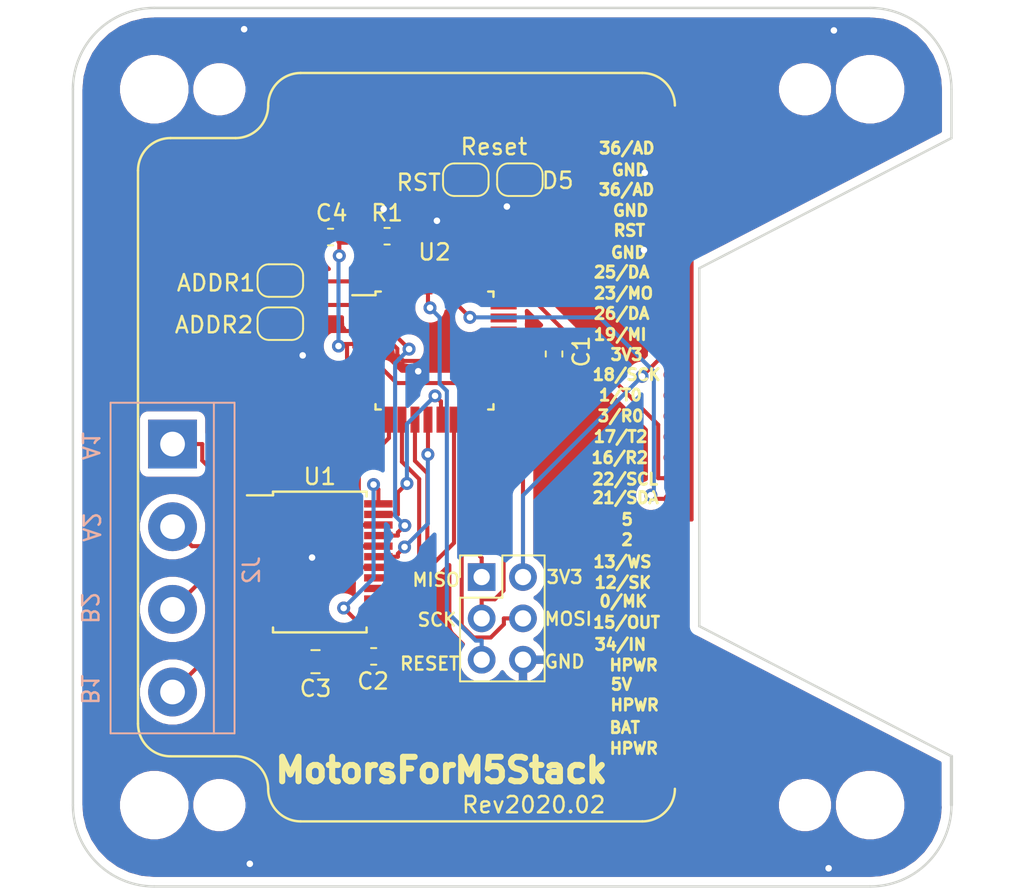
<source format=kicad_pcb>
(kicad_pcb (version 20171130) (host pcbnew 5.1.5-52549c5~84~ubuntu18.04.1)

  (general
    (thickness 1.6)
    (drawings 69)
    (tracks 262)
    (zones 0)
    (modules 26)
    (nets 55)
  )

  (page A4)
  (layers
    (0 F.Cu signal)
    (31 B.Cu signal)
    (32 B.Adhes user)
    (33 F.Adhes user)
    (34 B.Paste user)
    (35 F.Paste user)
    (36 B.SilkS user)
    (37 F.SilkS user)
    (38 B.Mask user)
    (39 F.Mask user)
    (40 Dwgs.User user)
    (41 Cmts.User user)
    (42 Eco1.User user)
    (43 Eco2.User user)
    (44 Edge.Cuts user)
    (45 Margin user)
    (46 B.CrtYd user)
    (47 F.CrtYd user)
    (48 B.Fab user)
    (49 F.Fab user)
  )

  (setup
    (last_trace_width 0.25)
    (trace_clearance 0.2)
    (zone_clearance 0.508)
    (zone_45_only no)
    (trace_min 0.2)
    (via_size 0.8)
    (via_drill 0.4)
    (via_min_size 0.4)
    (via_min_drill 0.3)
    (uvia_size 0.3)
    (uvia_drill 0.1)
    (uvias_allowed no)
    (uvia_min_size 0.2)
    (uvia_min_drill 0.1)
    (edge_width 0.15)
    (segment_width 0.2)
    (pcb_text_width 0.3)
    (pcb_text_size 1.5 1.5)
    (mod_edge_width 0.15)
    (mod_text_size 1 1)
    (mod_text_width 0.15)
    (pad_size 3.15 1)
    (pad_drill 0)
    (pad_to_mask_clearance 0.2)
    (solder_mask_min_width 0.25)
    (aux_axis_origin 98.2472 62.5348)
    (grid_origin 98.3488 62.4332)
    (visible_elements FFFFFF7F)
    (pcbplotparams
      (layerselection 0x010fc_ffffffff)
      (usegerberextensions true)
      (usegerberattributes false)
      (usegerberadvancedattributes false)
      (creategerberjobfile false)
      (excludeedgelayer true)
      (linewidth 0.100000)
      (plotframeref false)
      (viasonmask false)
      (mode 1)
      (useauxorigin false)
      (hpglpennumber 1)
      (hpglpenspeed 20)
      (hpglpendiameter 15.000000)
      (psnegative false)
      (psa4output false)
      (plotreference true)
      (plotvalue true)
      (plotinvisibletext false)
      (padsonsilk false)
      (subtractmaskfromsilk false)
      (outputformat 1)
      (mirror false)
      (drillshape 0)
      (scaleselection 1)
      (outputdirectory "gerbers"))
  )

  (net 0 "")
  (net 1 GND)
  (net 2 +BATT)
  (net 3 +5V)
  (net 4 +3V3)
  (net 5 /35)
  (net 6 /36)
  (net 7 /RST)
  (net 8 /25)
  (net 9 /23)
  (net 10 /26)
  (net 11 /19)
  (net 12 /18)
  (net 13 /1)
  (net 14 /3)
  (net 15 /17)
  (net 16 /16)
  (net 17 /22)
  (net 18 /21)
  (net 19 /5)
  (net 20 /2)
  (net 21 /13)
  (net 22 /12)
  (net 23 /0)
  (net 24 /15)
  (net 25 /34)
  (net 26 /HPWR)
  (net 27 "Net-(C1-Pad1)")
  (net 28 /B2)
  (net 29 /A1)
  (net 30 /B1)
  (net 31 /A2)
  (net 32 /PWMA)
  (net 33 /AIN2)
  (net 34 /AIN1)
  (net 35 /STBY)
  (net 36 /BIN1)
  (net 37 /BIN2)
  (net 38 /PWMB)
  (net 39 "Net-(U2-Pad31)")
  (net 40 "Net-(U2-Pad30)")
  (net 41 "Net-(U2-Pad26)")
  (net 42 "Net-(U2-Pad25)")
  (net 43 "Net-(U2-Pad24)")
  (net 44 "Net-(U2-Pad23)")
  (net 45 "Net-(U2-Pad22)")
  (net 46 "Net-(U2-Pad19)")
  (net 47 "Net-(U2-Pad8)")
  (net 48 "Net-(U2-Pad7)")
  (net 49 /SPI_RESET)
  (net 50 /MOSI)
  (net 51 /SCK)
  (net 52 /MISO)
  (net 53 /ADDR1)
  (net 54 /ADDR2)

  (net_class Default "これは標準のネット クラスです。"
    (clearance 0.2)
    (trace_width 0.25)
    (via_dia 0.8)
    (via_drill 0.4)
    (uvia_dia 0.3)
    (uvia_drill 0.1)
    (add_net +3V3)
    (add_net +5V)
    (add_net +BATT)
    (add_net /0)
    (add_net /1)
    (add_net /12)
    (add_net /13)
    (add_net /15)
    (add_net /16)
    (add_net /17)
    (add_net /18)
    (add_net /19)
    (add_net /2)
    (add_net /21)
    (add_net /22)
    (add_net /23)
    (add_net /25)
    (add_net /26)
    (add_net /3)
    (add_net /34)
    (add_net /35)
    (add_net /36)
    (add_net /5)
    (add_net /A1)
    (add_net /A2)
    (add_net /ADDR1)
    (add_net /ADDR2)
    (add_net /AIN1)
    (add_net /AIN2)
    (add_net /B1)
    (add_net /B2)
    (add_net /BIN1)
    (add_net /BIN2)
    (add_net /HPWR)
    (add_net /MISO)
    (add_net /MOSI)
    (add_net /PWMA)
    (add_net /PWMB)
    (add_net /RST)
    (add_net /SCK)
    (add_net /SPI_RESET)
    (add_net /STBY)
    (add_net GND)
    (add_net "Net-(C1-Pad1)")
    (add_net "Net-(U2-Pad19)")
    (add_net "Net-(U2-Pad22)")
    (add_net "Net-(U2-Pad23)")
    (add_net "Net-(U2-Pad24)")
    (add_net "Net-(U2-Pad25)")
    (add_net "Net-(U2-Pad26)")
    (add_net "Net-(U2-Pad30)")
    (add_net "Net-(U2-Pad31)")
    (add_net "Net-(U2-Pad7)")
    (add_net "Net-(U2-Pad8)")
  )

  (module Jumper:SolderJumper-2_P1.3mm_Open_RoundedPad1.0x1.5mm (layer F.Cu) (tedit 5B391E66) (tstamp 5E407A65)
    (at 110.7488 67.4082 180)
    (descr "SMD Solder Jumper, 1x1.5mm, rounded Pads, 0.3mm gap, open")
    (tags "solder jumper open")
    (path /5E4991E9)
    (attr virtual)
    (fp_text reference JP4 (at 0 -1.8) (layer F.SilkS) hide
      (effects (font (size 1 1) (thickness 0.15)))
    )
    (fp_text value Jumper_NO_Small (at 0 1.9) (layer F.Fab)
      (effects (font (size 1 1) (thickness 0.15)))
    )
    (fp_line (start 1.65 1.25) (end -1.65 1.25) (layer F.CrtYd) (width 0.05))
    (fp_line (start 1.65 1.25) (end 1.65 -1.25) (layer F.CrtYd) (width 0.05))
    (fp_line (start -1.65 -1.25) (end -1.65 1.25) (layer F.CrtYd) (width 0.05))
    (fp_line (start -1.65 -1.25) (end 1.65 -1.25) (layer F.CrtYd) (width 0.05))
    (fp_line (start -0.7 -1) (end 0.7 -1) (layer F.SilkS) (width 0.12))
    (fp_line (start 1.4 -0.3) (end 1.4 0.3) (layer F.SilkS) (width 0.12))
    (fp_line (start 0.7 1) (end -0.7 1) (layer F.SilkS) (width 0.12))
    (fp_line (start -1.4 0.3) (end -1.4 -0.3) (layer F.SilkS) (width 0.12))
    (fp_arc (start -0.7 -0.3) (end -0.7 -1) (angle -90) (layer F.SilkS) (width 0.12))
    (fp_arc (start -0.7 0.3) (end -1.4 0.3) (angle -90) (layer F.SilkS) (width 0.12))
    (fp_arc (start 0.7 0.3) (end 0.7 1) (angle -90) (layer F.SilkS) (width 0.12))
    (fp_arc (start 0.7 -0.3) (end 1.4 -0.3) (angle -90) (layer F.SilkS) (width 0.12))
    (pad 2 smd custom (at 0.65 0 180) (size 1 0.5) (layers F.Cu F.Mask)
      (net 1 GND) (zone_connect 2)
      (options (clearance outline) (anchor rect))
      (primitives
        (gr_circle (center 0 0.25) (end 0.5 0.25) (width 0))
        (gr_circle (center 0 -0.25) (end 0.5 -0.25) (width 0))
        (gr_poly (pts
           (xy 0 -0.75) (xy -0.5 -0.75) (xy -0.5 0.75) (xy 0 0.75)) (width 0))
      ))
    (pad 1 smd custom (at -0.65 0 180) (size 1 0.5) (layers F.Cu F.Mask)
      (net 54 /ADDR2) (zone_connect 2)
      (options (clearance outline) (anchor rect))
      (primitives
        (gr_circle (center 0 0.25) (end 0.5 0.25) (width 0))
        (gr_circle (center 0 -0.25) (end 0.5 -0.25) (width 0))
        (gr_poly (pts
           (xy 0 -0.75) (xy 0.5 -0.75) (xy 0.5 0.75) (xy 0 0.75)) (width 0))
      ))
  )

  (module Jumper:SolderJumper-2_P1.3mm_Open_RoundedPad1.0x1.5mm (layer F.Cu) (tedit 5B391E66) (tstamp 5E407A53)
    (at 110.7488 64.7582 180)
    (descr "SMD Solder Jumper, 1x1.5mm, rounded Pads, 0.3mm gap, open")
    (tags "solder jumper open")
    (path /5E497F54)
    (attr virtual)
    (fp_text reference JP3 (at 0 -1.8) (layer F.SilkS) hide
      (effects (font (size 1 1) (thickness 0.15)))
    )
    (fp_text value Jumper_NO_Small (at 0 1.9) (layer F.Fab)
      (effects (font (size 1 1) (thickness 0.15)))
    )
    (fp_line (start 1.65 1.25) (end -1.65 1.25) (layer F.CrtYd) (width 0.05))
    (fp_line (start 1.65 1.25) (end 1.65 -1.25) (layer F.CrtYd) (width 0.05))
    (fp_line (start -1.65 -1.25) (end -1.65 1.25) (layer F.CrtYd) (width 0.05))
    (fp_line (start -1.65 -1.25) (end 1.65 -1.25) (layer F.CrtYd) (width 0.05))
    (fp_line (start -0.7 -1) (end 0.7 -1) (layer F.SilkS) (width 0.12))
    (fp_line (start 1.4 -0.3) (end 1.4 0.3) (layer F.SilkS) (width 0.12))
    (fp_line (start 0.7 1) (end -0.7 1) (layer F.SilkS) (width 0.12))
    (fp_line (start -1.4 0.3) (end -1.4 -0.3) (layer F.SilkS) (width 0.12))
    (fp_arc (start -0.7 -0.3) (end -0.7 -1) (angle -90) (layer F.SilkS) (width 0.12))
    (fp_arc (start -0.7 0.3) (end -1.4 0.3) (angle -90) (layer F.SilkS) (width 0.12))
    (fp_arc (start 0.7 0.3) (end 0.7 1) (angle -90) (layer F.SilkS) (width 0.12))
    (fp_arc (start 0.7 -0.3) (end 1.4 -0.3) (angle -90) (layer F.SilkS) (width 0.12))
    (pad 2 smd custom (at 0.65 0 180) (size 1 0.5) (layers F.Cu F.Mask)
      (net 1 GND) (zone_connect 2)
      (options (clearance outline) (anchor rect))
      (primitives
        (gr_circle (center 0 0.25) (end 0.5 0.25) (width 0))
        (gr_circle (center 0 -0.25) (end 0.5 -0.25) (width 0))
        (gr_poly (pts
           (xy 0 -0.75) (xy -0.5 -0.75) (xy -0.5 0.75) (xy 0 0.75)) (width 0))
      ))
    (pad 1 smd custom (at -0.65 0 180) (size 1 0.5) (layers F.Cu F.Mask)
      (net 53 /ADDR1) (zone_connect 2)
      (options (clearance outline) (anchor rect))
      (primitives
        (gr_circle (center 0 0.25) (end 0.5 0.25) (width 0))
        (gr_circle (center 0 -0.25) (end 0.5 -0.25) (width 0))
        (gr_poly (pts
           (xy 0 -0.75) (xy 0.5 -0.75) (xy 0.5 0.75) (xy 0 0.75)) (width 0))
      ))
  )

  (module Connector_PinHeader_2.54mm:PinHeader_2x03_P2.54mm_Vertical (layer F.Cu) (tedit 59FED5CC) (tstamp 5E40598B)
    (at 123.124 82.9832)
    (descr "Through hole straight pin header, 2x03, 2.54mm pitch, double rows")
    (tags "Through hole pin header THT 2x03 2.54mm double row")
    (path /5E431759)
    (fp_text reference J3 (at 1.27 -2.33) (layer F.SilkS) hide
      (effects (font (size 1 1) (thickness 0.15)))
    )
    (fp_text value Conn_01x06 (at 1.27 7.41) (layer F.Fab)
      (effects (font (size 1 1) (thickness 0.15)))
    )
    (fp_text user %R (at 1.27 2.54 90) (layer F.Fab)
      (effects (font (size 1 1) (thickness 0.15)))
    )
    (fp_line (start 4.35 -1.8) (end -1.8 -1.8) (layer F.CrtYd) (width 0.05))
    (fp_line (start 4.35 6.85) (end 4.35 -1.8) (layer F.CrtYd) (width 0.05))
    (fp_line (start -1.8 6.85) (end 4.35 6.85) (layer F.CrtYd) (width 0.05))
    (fp_line (start -1.8 -1.8) (end -1.8 6.85) (layer F.CrtYd) (width 0.05))
    (fp_line (start -1.33 -1.33) (end 0 -1.33) (layer F.SilkS) (width 0.12))
    (fp_line (start -1.33 0) (end -1.33 -1.33) (layer F.SilkS) (width 0.12))
    (fp_line (start 1.27 -1.33) (end 3.87 -1.33) (layer F.SilkS) (width 0.12))
    (fp_line (start 1.27 1.27) (end 1.27 -1.33) (layer F.SilkS) (width 0.12))
    (fp_line (start -1.33 1.27) (end 1.27 1.27) (layer F.SilkS) (width 0.12))
    (fp_line (start 3.87 -1.33) (end 3.87 6.41) (layer F.SilkS) (width 0.12))
    (fp_line (start -1.33 1.27) (end -1.33 6.41) (layer F.SilkS) (width 0.12))
    (fp_line (start -1.33 6.41) (end 3.87 6.41) (layer F.SilkS) (width 0.12))
    (fp_line (start -1.27 0) (end 0 -1.27) (layer F.Fab) (width 0.1))
    (fp_line (start -1.27 6.35) (end -1.27 0) (layer F.Fab) (width 0.1))
    (fp_line (start 3.81 6.35) (end -1.27 6.35) (layer F.Fab) (width 0.1))
    (fp_line (start 3.81 -1.27) (end 3.81 6.35) (layer F.Fab) (width 0.1))
    (fp_line (start 0 -1.27) (end 3.81 -1.27) (layer F.Fab) (width 0.1))
    (pad 6 thru_hole oval (at 2.54 5.08) (size 1.7 1.7) (drill 1) (layers *.Cu *.Mask)
      (net 1 GND))
    (pad 5 thru_hole oval (at 0 5.08) (size 1.7 1.7) (drill 1) (layers *.Cu *.Mask)
      (net 49 /SPI_RESET))
    (pad 4 thru_hole oval (at 2.54 2.54) (size 1.7 1.7) (drill 1) (layers *.Cu *.Mask)
      (net 50 /MOSI))
    (pad 3 thru_hole oval (at 0 2.54) (size 1.7 1.7) (drill 1) (layers *.Cu *.Mask)
      (net 51 /SCK))
    (pad 2 thru_hole oval (at 2.54 0) (size 1.7 1.7) (drill 1) (layers *.Cu *.Mask)
      (net 4 +3V3))
    (pad 1 thru_hole rect (at 0 0) (size 1.7 1.7) (drill 1) (layers *.Cu *.Mask)
      (net 52 /MISO))
    (model ${KISYS3DMOD}/Connector_PinHeader_2.54mm.3dshapes/PinHeader_2x03_P2.54mm_Vertical.wrl
      (at (xyz 0 0 0))
      (scale (xyz 1 1 1))
      (rotate (xyz 0 0 0))
    )
  )

  (module Resistor_SMD:R_0603_1608Metric (layer F.Cu) (tedit 5B301BBD) (tstamp 5E4059E2)
    (at 117.311 62.0332)
    (descr "Resistor SMD 0603 (1608 Metric), square (rectangular) end terminal, IPC_7351 nominal, (Body size source: http://www.tortai-tech.com/upload/download/2011102023233369053.pdf), generated with kicad-footprint-generator")
    (tags resistor)
    (path /5E44A165)
    (attr smd)
    (fp_text reference R1 (at 0 -1.43) (layer F.SilkS)
      (effects (font (size 1 1) (thickness 0.15)))
    )
    (fp_text value 10k (at 0 1.43) (layer F.Fab)
      (effects (font (size 1 1) (thickness 0.15)))
    )
    (fp_text user %R (at 0 0) (layer F.Fab)
      (effects (font (size 0.4 0.4) (thickness 0.06)))
    )
    (fp_line (start 1.48 0.73) (end -1.48 0.73) (layer F.CrtYd) (width 0.05))
    (fp_line (start 1.48 -0.73) (end 1.48 0.73) (layer F.CrtYd) (width 0.05))
    (fp_line (start -1.48 -0.73) (end 1.48 -0.73) (layer F.CrtYd) (width 0.05))
    (fp_line (start -1.48 0.73) (end -1.48 -0.73) (layer F.CrtYd) (width 0.05))
    (fp_line (start -0.162779 0.51) (end 0.162779 0.51) (layer F.SilkS) (width 0.12))
    (fp_line (start -0.162779 -0.51) (end 0.162779 -0.51) (layer F.SilkS) (width 0.12))
    (fp_line (start 0.8 0.4) (end -0.8 0.4) (layer F.Fab) (width 0.1))
    (fp_line (start 0.8 -0.4) (end 0.8 0.4) (layer F.Fab) (width 0.1))
    (fp_line (start -0.8 -0.4) (end 0.8 -0.4) (layer F.Fab) (width 0.1))
    (fp_line (start -0.8 0.4) (end -0.8 -0.4) (layer F.Fab) (width 0.1))
    (pad 2 smd roundrect (at 0.7875 0) (size 0.875 0.95) (layers F.Cu F.Paste F.Mask) (roundrect_rratio 0.25)
      (net 49 /SPI_RESET))
    (pad 1 smd roundrect (at -0.7875 0) (size 0.875 0.95) (layers F.Cu F.Paste F.Mask) (roundrect_rratio 0.25)
      (net 4 +3V3))
    (model ${KISYS3DMOD}/Resistor_SMD.3dshapes/R_0603_1608Metric.wrl
      (at (xyz 0 0 0))
      (scale (xyz 1 1 1))
      (rotate (xyz 0 0 0))
    )
  )

  (module Capacitor_SMD:C_0603_1608Metric (layer F.Cu) (tedit 5B301BBE) (tstamp 5E4058EB)
    (at 113.836 62.0832 180)
    (descr "Capacitor SMD 0603 (1608 Metric), square (rectangular) end terminal, IPC_7351 nominal, (Body size source: http://www.tortai-tech.com/upload/download/2011102023233369053.pdf), generated with kicad-footprint-generator")
    (tags capacitor)
    (path /5E43E9BA)
    (attr smd)
    (fp_text reference C4 (at -0.0625 1.475) (layer F.SilkS)
      (effects (font (size 1 1) (thickness 0.15)))
    )
    (fp_text value 0.1uf (at 0 1.43) (layer F.Fab)
      (effects (font (size 1 1) (thickness 0.15)))
    )
    (fp_text user %R (at 0 0) (layer F.Fab)
      (effects (font (size 0.4 0.4) (thickness 0.06)))
    )
    (fp_line (start 1.48 0.73) (end -1.48 0.73) (layer F.CrtYd) (width 0.05))
    (fp_line (start 1.48 -0.73) (end 1.48 0.73) (layer F.CrtYd) (width 0.05))
    (fp_line (start -1.48 -0.73) (end 1.48 -0.73) (layer F.CrtYd) (width 0.05))
    (fp_line (start -1.48 0.73) (end -1.48 -0.73) (layer F.CrtYd) (width 0.05))
    (fp_line (start -0.162779 0.51) (end 0.162779 0.51) (layer F.SilkS) (width 0.12))
    (fp_line (start -0.162779 -0.51) (end 0.162779 -0.51) (layer F.SilkS) (width 0.12))
    (fp_line (start 0.8 0.4) (end -0.8 0.4) (layer F.Fab) (width 0.1))
    (fp_line (start 0.8 -0.4) (end 0.8 0.4) (layer F.Fab) (width 0.1))
    (fp_line (start -0.8 -0.4) (end 0.8 -0.4) (layer F.Fab) (width 0.1))
    (fp_line (start -0.8 0.4) (end -0.8 -0.4) (layer F.Fab) (width 0.1))
    (pad 2 smd roundrect (at 0.7875 0 180) (size 0.875 0.95) (layers F.Cu F.Paste F.Mask) (roundrect_rratio 0.25)
      (net 1 GND))
    (pad 1 smd roundrect (at -0.7875 0 180) (size 0.875 0.95) (layers F.Cu F.Paste F.Mask) (roundrect_rratio 0.25)
      (net 4 +3V3))
    (model ${KISYS3DMOD}/Capacitor_SMD.3dshapes/C_0603_1608Metric.wrl
      (at (xyz 0 0 0))
      (scale (xyz 1 1 1))
      (rotate (xyz 0 0 0))
    )
  )

  (module Capacitor_SMD:C_0805_2012Metric (layer F.Cu) (tedit 5B36C52B) (tstamp 5E404FE2)
    (at 112.911 88.1832 180)
    (descr "Capacitor SMD 0805 (2012 Metric), square (rectangular) end terminal, IPC_7351 nominal, (Body size source: https://docs.google.com/spreadsheets/d/1BsfQQcO9C6DZCsRaXUlFlo91Tg2WpOkGARC1WS5S8t0/edit?usp=sharing), generated with kicad-footprint-generator")
    (tags capacitor)
    (path /5E4353C3)
    (attr smd)
    (fp_text reference C3 (at 0 -1.65) (layer F.SilkS)
      (effects (font (size 1 1) (thickness 0.15)))
    )
    (fp_text value 10uf (at 0 1.65) (layer F.Fab)
      (effects (font (size 1 1) (thickness 0.15)))
    )
    (fp_text user %R (at 0 0) (layer F.Fab)
      (effects (font (size 0.5 0.5) (thickness 0.08)))
    )
    (fp_line (start 1.68 0.95) (end -1.68 0.95) (layer F.CrtYd) (width 0.05))
    (fp_line (start 1.68 -0.95) (end 1.68 0.95) (layer F.CrtYd) (width 0.05))
    (fp_line (start -1.68 -0.95) (end 1.68 -0.95) (layer F.CrtYd) (width 0.05))
    (fp_line (start -1.68 0.95) (end -1.68 -0.95) (layer F.CrtYd) (width 0.05))
    (fp_line (start -0.258578 0.71) (end 0.258578 0.71) (layer F.SilkS) (width 0.12))
    (fp_line (start -0.258578 -0.71) (end 0.258578 -0.71) (layer F.SilkS) (width 0.12))
    (fp_line (start 1 0.6) (end -1 0.6) (layer F.Fab) (width 0.1))
    (fp_line (start 1 -0.6) (end 1 0.6) (layer F.Fab) (width 0.1))
    (fp_line (start -1 -0.6) (end 1 -0.6) (layer F.Fab) (width 0.1))
    (fp_line (start -1 0.6) (end -1 -0.6) (layer F.Fab) (width 0.1))
    (pad 2 smd roundrect (at 0.9375 0 180) (size 0.975 1.4) (layers F.Cu F.Paste F.Mask) (roundrect_rratio 0.25)
      (net 1 GND))
    (pad 1 smd roundrect (at -0.9375 0 180) (size 0.975 1.4) (layers F.Cu F.Paste F.Mask) (roundrect_rratio 0.25)
      (net 2 +BATT))
    (model ${KISYS3DMOD}/Capacitor_SMD.3dshapes/C_0805_2012Metric.wrl
      (at (xyz 0 0 0))
      (scale (xyz 1 1 1))
      (rotate (xyz 0 0 0))
    )
  )

  (module Capacitor_SMD:C_0603_1608Metric (layer F.Cu) (tedit 5B301BBE) (tstamp 5E404FD1)
    (at 116.486 87.8582)
    (descr "Capacitor SMD 0603 (1608 Metric), square (rectangular) end terminal, IPC_7351 nominal, (Body size source: http://www.tortai-tech.com/upload/download/2011102023233369053.pdf), generated with kicad-footprint-generator")
    (tags capacitor)
    (path /5E434D22)
    (attr smd)
    (fp_text reference C2 (at -0.0375 1.525) (layer F.SilkS)
      (effects (font (size 1 1) (thickness 0.15)))
    )
    (fp_text value 0.1uf (at 0 1.43) (layer F.Fab)
      (effects (font (size 1 1) (thickness 0.15)))
    )
    (fp_text user %R (at 0 0) (layer F.Fab)
      (effects (font (size 0.4 0.4) (thickness 0.06)))
    )
    (fp_line (start 1.48 0.73) (end -1.48 0.73) (layer F.CrtYd) (width 0.05))
    (fp_line (start 1.48 -0.73) (end 1.48 0.73) (layer F.CrtYd) (width 0.05))
    (fp_line (start -1.48 -0.73) (end 1.48 -0.73) (layer F.CrtYd) (width 0.05))
    (fp_line (start -1.48 0.73) (end -1.48 -0.73) (layer F.CrtYd) (width 0.05))
    (fp_line (start -0.162779 0.51) (end 0.162779 0.51) (layer F.SilkS) (width 0.12))
    (fp_line (start -0.162779 -0.51) (end 0.162779 -0.51) (layer F.SilkS) (width 0.12))
    (fp_line (start 0.8 0.4) (end -0.8 0.4) (layer F.Fab) (width 0.1))
    (fp_line (start 0.8 -0.4) (end 0.8 0.4) (layer F.Fab) (width 0.1))
    (fp_line (start -0.8 -0.4) (end 0.8 -0.4) (layer F.Fab) (width 0.1))
    (fp_line (start -0.8 0.4) (end -0.8 -0.4) (layer F.Fab) (width 0.1))
    (pad 2 smd roundrect (at 0.7875 0) (size 0.875 0.95) (layers F.Cu F.Paste F.Mask) (roundrect_rratio 0.25)
      (net 1 GND))
    (pad 1 smd roundrect (at -0.7875 0) (size 0.875 0.95) (layers F.Cu F.Paste F.Mask) (roundrect_rratio 0.25)
      (net 2 +BATT))
    (model ${KISYS3DMOD}/Capacitor_SMD.3dshapes/C_0603_1608Metric.wrl
      (at (xyz 0 0 0))
      (scale (xyz 1 1 1))
      (rotate (xyz 0 0 0))
    )
  )

  (module Package_QFP:TQFP-32_7x7mm_P0.8mm (layer F.Cu) (tedit 5A02F146) (tstamp 5E4045B6)
    (at 120.224 69.0582)
    (descr "32-Lead Plastic Thin Quad Flatpack (PT) - 7x7x1.0 mm Body, 2.00 mm [TQFP] (see Microchip Packaging Specification 00000049BS.pdf)")
    (tags "QFP 0.8")
    (path /5E3FF990)
    (attr smd)
    (fp_text reference U2 (at 0 -6.05) (layer F.SilkS)
      (effects (font (size 1 1) (thickness 0.15)))
    )
    (fp_text value ATmega328P-AU (at 0 6.05) (layer F.Fab)
      (effects (font (size 1 1) (thickness 0.15)))
    )
    (fp_line (start -3.625 -3.4) (end -5.05 -3.4) (layer F.SilkS) (width 0.15))
    (fp_line (start 3.625 -3.625) (end 3.3 -3.625) (layer F.SilkS) (width 0.15))
    (fp_line (start 3.625 3.625) (end 3.3 3.625) (layer F.SilkS) (width 0.15))
    (fp_line (start -3.625 3.625) (end -3.3 3.625) (layer F.SilkS) (width 0.15))
    (fp_line (start -3.625 -3.625) (end -3.3 -3.625) (layer F.SilkS) (width 0.15))
    (fp_line (start -3.625 3.625) (end -3.625 3.3) (layer F.SilkS) (width 0.15))
    (fp_line (start 3.625 3.625) (end 3.625 3.3) (layer F.SilkS) (width 0.15))
    (fp_line (start 3.625 -3.625) (end 3.625 -3.3) (layer F.SilkS) (width 0.15))
    (fp_line (start -3.625 -3.625) (end -3.625 -3.4) (layer F.SilkS) (width 0.15))
    (fp_line (start -5.3 5.3) (end 5.3 5.3) (layer F.CrtYd) (width 0.05))
    (fp_line (start -5.3 -5.3) (end 5.3 -5.3) (layer F.CrtYd) (width 0.05))
    (fp_line (start 5.3 -5.3) (end 5.3 5.3) (layer F.CrtYd) (width 0.05))
    (fp_line (start -5.3 -5.3) (end -5.3 5.3) (layer F.CrtYd) (width 0.05))
    (fp_line (start -3.5 -2.5) (end -2.5 -3.5) (layer F.Fab) (width 0.15))
    (fp_line (start -3.5 3.5) (end -3.5 -2.5) (layer F.Fab) (width 0.15))
    (fp_line (start 3.5 3.5) (end -3.5 3.5) (layer F.Fab) (width 0.15))
    (fp_line (start 3.5 -3.5) (end 3.5 3.5) (layer F.Fab) (width 0.15))
    (fp_line (start -2.5 -3.5) (end 3.5 -3.5) (layer F.Fab) (width 0.15))
    (fp_text user %R (at 0 0) (layer F.Fab)
      (effects (font (size 1 1) (thickness 0.15)))
    )
    (pad 32 smd rect (at -2.8 -4.25 90) (size 1.6 0.55) (layers F.Cu F.Paste F.Mask)
      (net 53 /ADDR1))
    (pad 31 smd rect (at -2 -4.25 90) (size 1.6 0.55) (layers F.Cu F.Paste F.Mask)
      (net 39 "Net-(U2-Pad31)"))
    (pad 30 smd rect (at -1.2 -4.25 90) (size 1.6 0.55) (layers F.Cu F.Paste F.Mask)
      (net 40 "Net-(U2-Pad30)"))
    (pad 29 smd rect (at -0.4 -4.25 90) (size 1.6 0.55) (layers F.Cu F.Paste F.Mask)
      (net 49 /SPI_RESET))
    (pad 28 smd rect (at 0.4 -4.25 90) (size 1.6 0.55) (layers F.Cu F.Paste F.Mask)
      (net 17 /22))
    (pad 27 smd rect (at 1.2 -4.25 90) (size 1.6 0.55) (layers F.Cu F.Paste F.Mask)
      (net 18 /21))
    (pad 26 smd rect (at 2 -4.25 90) (size 1.6 0.55) (layers F.Cu F.Paste F.Mask)
      (net 41 "Net-(U2-Pad26)"))
    (pad 25 smd rect (at 2.8 -4.25 90) (size 1.6 0.55) (layers F.Cu F.Paste F.Mask)
      (net 42 "Net-(U2-Pad25)"))
    (pad 24 smd rect (at 4.25 -2.8) (size 1.6 0.55) (layers F.Cu F.Paste F.Mask)
      (net 43 "Net-(U2-Pad24)"))
    (pad 23 smd rect (at 4.25 -2) (size 1.6 0.55) (layers F.Cu F.Paste F.Mask)
      (net 44 "Net-(U2-Pad23)"))
    (pad 22 smd rect (at 4.25 -1.2) (size 1.6 0.55) (layers F.Cu F.Paste F.Mask)
      (net 45 "Net-(U2-Pad22)"))
    (pad 21 smd rect (at 4.25 -0.4) (size 1.6 0.55) (layers F.Cu F.Paste F.Mask)
      (net 1 GND))
    (pad 20 smd rect (at 4.25 0.4) (size 1.6 0.55) (layers F.Cu F.Paste F.Mask)
      (net 27 "Net-(C1-Pad1)"))
    (pad 19 smd rect (at 4.25 1.2) (size 1.6 0.55) (layers F.Cu F.Paste F.Mask)
      (net 46 "Net-(U2-Pad19)"))
    (pad 18 smd rect (at 4.25 2) (size 1.6 0.55) (layers F.Cu F.Paste F.Mask)
      (net 4 +3V3))
    (pad 17 smd rect (at 4.25 2.8) (size 1.6 0.55) (layers F.Cu F.Paste F.Mask)
      (net 51 /SCK))
    (pad 16 smd rect (at 2.8 4.25 90) (size 1.6 0.55) (layers F.Cu F.Paste F.Mask)
      (net 52 /MISO))
    (pad 15 smd rect (at 2 4.25 90) (size 1.6 0.55) (layers F.Cu F.Paste F.Mask)
      (net 50 /MOSI))
    (pad 14 smd rect (at 1.2 4.25 90) (size 1.6 0.55) (layers F.Cu F.Paste F.Mask)
      (net 38 /PWMB))
    (pad 13 smd rect (at 0.4 4.25 90) (size 1.6 0.55) (layers F.Cu F.Paste F.Mask)
      (net 32 /PWMA))
    (pad 12 smd rect (at -0.4 4.25 90) (size 1.6 0.55) (layers F.Cu F.Paste F.Mask)
      (net 35 /STBY))
    (pad 11 smd rect (at -1.2 4.25 90) (size 1.6 0.55) (layers F.Cu F.Paste F.Mask)
      (net 37 /BIN2))
    (pad 10 smd rect (at -2 4.25 90) (size 1.6 0.55) (layers F.Cu F.Paste F.Mask)
      (net 36 /BIN1))
    (pad 9 smd rect (at -2.8 4.25 90) (size 1.6 0.55) (layers F.Cu F.Paste F.Mask)
      (net 33 /AIN2))
    (pad 8 smd rect (at -4.25 2.8) (size 1.6 0.55) (layers F.Cu F.Paste F.Mask)
      (net 47 "Net-(U2-Pad8)"))
    (pad 7 smd rect (at -4.25 2) (size 1.6 0.55) (layers F.Cu F.Paste F.Mask)
      (net 48 "Net-(U2-Pad7)"))
    (pad 6 smd rect (at -4.25 1.2) (size 1.6 0.55) (layers F.Cu F.Paste F.Mask)
      (net 4 +3V3))
    (pad 5 smd rect (at -4.25 0.4) (size 1.6 0.55) (layers F.Cu F.Paste F.Mask)
      (net 1 GND))
    (pad 4 smd rect (at -4.25 -0.4) (size 1.6 0.55) (layers F.Cu F.Paste F.Mask)
      (net 4 +3V3))
    (pad 3 smd rect (at -4.25 -1.2) (size 1.6 0.55) (layers F.Cu F.Paste F.Mask)
      (net 1 GND))
    (pad 2 smd rect (at -4.25 -2) (size 1.6 0.55) (layers F.Cu F.Paste F.Mask)
      (net 34 /AIN1))
    (pad 1 smd rect (at -4.25 -2.8) (size 1.6 0.55) (layers F.Cu F.Paste F.Mask)
      (net 54 /ADDR2))
    (model ${KISYS3DMOD}/Package_QFP.3dshapes/TQFP-32_7x7mm_P0.8mm.wrl
      (at (xyz 0 0 0))
      (scale (xyz 1 1 1))
      (rotate (xyz 0 0 0))
    )
  )

  (module Package_SO:SSOP-24_5.3x8.2mm_P0.65mm (layer F.Cu) (tedit 5A02F25C) (tstamp 5E40457F)
    (at 113.174 82.0582)
    (descr "24-Lead Plastic Shrink Small Outline (SS)-5.30 mm Body [SSOP] (see Microchip Packaging Specification 00000049BS.pdf)")
    (tags "SSOP 0.65")
    (path /5E409F59)
    (attr smd)
    (fp_text reference U1 (at 0 -5.25) (layer F.SilkS)
      (effects (font (size 1 1) (thickness 0.15)))
    )
    (fp_text value TB6612FNG (at 0 5.25) (layer F.Fab)
      (effects (font (size 1 1) (thickness 0.15)))
    )
    (fp_text user %R (at 0 0) (layer F.Fab)
      (effects (font (size 0.8 0.8) (thickness 0.15)))
    )
    (fp_line (start -2.875 -4.1) (end -4.475 -4.1) (layer F.SilkS) (width 0.15))
    (fp_line (start -2.875 4.325) (end 2.875 4.325) (layer F.SilkS) (width 0.15))
    (fp_line (start -2.875 -4.325) (end 2.875 -4.325) (layer F.SilkS) (width 0.15))
    (fp_line (start -2.875 4.325) (end -2.875 4.025) (layer F.SilkS) (width 0.15))
    (fp_line (start 2.875 4.325) (end 2.875 4.025) (layer F.SilkS) (width 0.15))
    (fp_line (start 2.875 -4.325) (end 2.875 -4.025) (layer F.SilkS) (width 0.15))
    (fp_line (start -2.875 -4.325) (end -2.875 -4.1) (layer F.SilkS) (width 0.15))
    (fp_line (start -4.75 4.5) (end 4.75 4.5) (layer F.CrtYd) (width 0.05))
    (fp_line (start -4.75 -4.5) (end 4.75 -4.5) (layer F.CrtYd) (width 0.05))
    (fp_line (start 4.75 -4.5) (end 4.75 4.5) (layer F.CrtYd) (width 0.05))
    (fp_line (start -4.75 -4.5) (end -4.75 4.5) (layer F.CrtYd) (width 0.05))
    (fp_line (start -2.65 -3.1) (end -1.65 -4.1) (layer F.Fab) (width 0.15))
    (fp_line (start -2.65 4.1) (end -2.65 -3.1) (layer F.Fab) (width 0.15))
    (fp_line (start 2.65 4.1) (end -2.65 4.1) (layer F.Fab) (width 0.15))
    (fp_line (start 2.65 -4.1) (end 2.65 4.1) (layer F.Fab) (width 0.15))
    (fp_line (start -1.65 -4.1) (end 2.65 -4.1) (layer F.Fab) (width 0.15))
    (pad 24 smd rect (at 3.6 -3.575) (size 1.75 0.45) (layers F.Cu F.Paste F.Mask)
      (net 2 +BATT))
    (pad 23 smd rect (at 3.6 -2.925) (size 1.75 0.45) (layers F.Cu F.Paste F.Mask)
      (net 32 /PWMA))
    (pad 22 smd rect (at 3.6 -2.275) (size 1.75 0.45) (layers F.Cu F.Paste F.Mask)
      (net 33 /AIN2))
    (pad 21 smd rect (at 3.6 -1.625) (size 1.75 0.45) (layers F.Cu F.Paste F.Mask)
      (net 34 /AIN1))
    (pad 20 smd rect (at 3.6 -0.975) (size 1.75 0.45) (layers F.Cu F.Paste F.Mask)
      (net 4 +3V3))
    (pad 19 smd rect (at 3.6 -0.325) (size 1.75 0.45) (layers F.Cu F.Paste F.Mask)
      (net 35 /STBY))
    (pad 18 smd rect (at 3.6 0.325) (size 1.75 0.45) (layers F.Cu F.Paste F.Mask)
      (net 1 GND))
    (pad 17 smd rect (at 3.6 0.975) (size 1.75 0.45) (layers F.Cu F.Paste F.Mask)
      (net 36 /BIN1))
    (pad 16 smd rect (at 3.6 1.625) (size 1.75 0.45) (layers F.Cu F.Paste F.Mask)
      (net 37 /BIN2))
    (pad 15 smd rect (at 3.6 2.275) (size 1.75 0.45) (layers F.Cu F.Paste F.Mask)
      (net 38 /PWMB))
    (pad 14 smd rect (at 3.6 2.925) (size 1.75 0.45) (layers F.Cu F.Paste F.Mask)
      (net 2 +BATT))
    (pad 13 smd rect (at 3.6 3.575) (size 1.75 0.45) (layers F.Cu F.Paste F.Mask)
      (net 2 +BATT))
    (pad 12 smd rect (at -3.6 3.575) (size 1.75 0.45) (layers F.Cu F.Paste F.Mask)
      (net 30 /B1))
    (pad 11 smd rect (at -3.6 2.925) (size 1.75 0.45) (layers F.Cu F.Paste F.Mask)
      (net 30 /B1))
    (pad 10 smd rect (at -3.6 2.275) (size 1.75 0.45) (layers F.Cu F.Paste F.Mask)
      (net 1 GND))
    (pad 9 smd rect (at -3.6 1.625) (size 1.75 0.45) (layers F.Cu F.Paste F.Mask)
      (net 1 GND))
    (pad 8 smd rect (at -3.6 0.975) (size 1.75 0.45) (layers F.Cu F.Paste F.Mask)
      (net 28 /B2))
    (pad 7 smd rect (at -3.6 0.325) (size 1.75 0.45) (layers F.Cu F.Paste F.Mask)
      (net 28 /B2))
    (pad 6 smd rect (at -3.6 -0.325) (size 1.75 0.45) (layers F.Cu F.Paste F.Mask)
      (net 31 /A2))
    (pad 5 smd rect (at -3.6 -0.975) (size 1.75 0.45) (layers F.Cu F.Paste F.Mask)
      (net 31 /A2))
    (pad 4 smd rect (at -3.6 -1.625) (size 1.75 0.45) (layers F.Cu F.Paste F.Mask)
      (net 1 GND))
    (pad 3 smd rect (at -3.6 -2.275) (size 1.75 0.45) (layers F.Cu F.Paste F.Mask)
      (net 1 GND))
    (pad 2 smd rect (at -3.6 -2.925) (size 1.75 0.45) (layers F.Cu F.Paste F.Mask)
      (net 29 /A1))
    (pad 1 smd rect (at -3.6 -3.575) (size 1.75 0.45) (layers F.Cu F.Paste F.Mask)
      (net 29 /A1))
    (model ${KISYS3DMOD}/Package_SO.3dshapes/SSOP-24_5.3x8.2mm_P0.65mm.wrl
      (at (xyz 0 0 0))
      (scale (xyz 1 1 1))
      (rotate (xyz 0 0 0))
    )
  )

  (module Jumper:SolderJumper-2_P1.3mm_Open_RoundedPad1.0x1.5mm (layer F.Cu) (tedit 5B391E66) (tstamp 5E404552)
    (at 125.474 58.5582)
    (descr "SMD Solder Jumper, 1x1.5mm, rounded Pads, 0.3mm gap, open")
    (tags "solder jumper open")
    (path /5E41CE9B)
    (attr virtual)
    (fp_text reference JP2 (at 0 -1.8) (layer F.SilkS) hide
      (effects (font (size 1 1) (thickness 0.15)))
    )
    (fp_text value Jumper_NO_Small (at 0 1.9) (layer F.Fab)
      (effects (font (size 1 1) (thickness 0.15)))
    )
    (fp_line (start 1.65 1.25) (end -1.65 1.25) (layer F.CrtYd) (width 0.05))
    (fp_line (start 1.65 1.25) (end 1.65 -1.25) (layer F.CrtYd) (width 0.05))
    (fp_line (start -1.65 -1.25) (end -1.65 1.25) (layer F.CrtYd) (width 0.05))
    (fp_line (start -1.65 -1.25) (end 1.65 -1.25) (layer F.CrtYd) (width 0.05))
    (fp_line (start -0.7 -1) (end 0.7 -1) (layer F.SilkS) (width 0.12))
    (fp_line (start 1.4 -0.3) (end 1.4 0.3) (layer F.SilkS) (width 0.12))
    (fp_line (start 0.7 1) (end -0.7 1) (layer F.SilkS) (width 0.12))
    (fp_line (start -1.4 0.3) (end -1.4 -0.3) (layer F.SilkS) (width 0.12))
    (fp_arc (start -0.7 -0.3) (end -0.7 -1) (angle -90) (layer F.SilkS) (width 0.12))
    (fp_arc (start -0.7 0.3) (end -1.4 0.3) (angle -90) (layer F.SilkS) (width 0.12))
    (fp_arc (start 0.7 0.3) (end 0.7 1) (angle -90) (layer F.SilkS) (width 0.12))
    (fp_arc (start 0.7 -0.3) (end 1.4 -0.3) (angle -90) (layer F.SilkS) (width 0.12))
    (pad 2 smd custom (at 0.65 0) (size 1 0.5) (layers F.Cu F.Mask)
      (net 19 /5) (zone_connect 2)
      (options (clearance outline) (anchor rect))
      (primitives
        (gr_circle (center 0 0.25) (end 0.5 0.25) (width 0))
        (gr_circle (center 0 -0.25) (end 0.5 -0.25) (width 0))
        (gr_poly (pts
           (xy 0 -0.75) (xy -0.5 -0.75) (xy -0.5 0.75) (xy 0 0.75)) (width 0))
      ))
    (pad 1 smd custom (at -0.65 0) (size 1 0.5) (layers F.Cu F.Mask)
      (net 49 /SPI_RESET) (zone_connect 2)
      (options (clearance outline) (anchor rect))
      (primitives
        (gr_circle (center 0 0.25) (end 0.5 0.25) (width 0))
        (gr_circle (center 0 -0.25) (end 0.5 -0.25) (width 0))
        (gr_poly (pts
           (xy 0 -0.75) (xy 0.5 -0.75) (xy 0.5 0.75) (xy 0 0.75)) (width 0))
      ))
  )

  (module Jumper:SolderJumper-2_P1.3mm_Bridged_RoundedPad1.0x1.5mm (layer F.Cu) (tedit 5C745284) (tstamp 5E404540)
    (at 122.149 58.5582)
    (descr "SMD Solder Jumper, 1x1.5mm, rounded Pads, 0.3mm gap, bridged with 1 copper strip")
    (tags "solder jumper open")
    (path /5E41A7F4)
    (attr virtual)
    (fp_text reference JP1 (at 0 -1.8) (layer F.SilkS) hide
      (effects (font (size 1 1) (thickness 0.15)))
    )
    (fp_text value Jumper_NC_Small (at 0 1.9) (layer F.Fab)
      (effects (font (size 1 1) (thickness 0.15)))
    )
    (fp_poly (pts (xy 0.25 -0.3) (xy -0.25 -0.3) (xy -0.25 0.3) (xy 0.25 0.3)) (layer F.Cu) (width 0))
    (fp_line (start 1.65 1.25) (end -1.65 1.25) (layer F.CrtYd) (width 0.05))
    (fp_line (start 1.65 1.25) (end 1.65 -1.25) (layer F.CrtYd) (width 0.05))
    (fp_line (start -1.65 -1.25) (end -1.65 1.25) (layer F.CrtYd) (width 0.05))
    (fp_line (start -1.65 -1.25) (end 1.65 -1.25) (layer F.CrtYd) (width 0.05))
    (fp_line (start -0.7 -1) (end 0.7 -1) (layer F.SilkS) (width 0.12))
    (fp_line (start 1.4 -0.3) (end 1.4 0.3) (layer F.SilkS) (width 0.12))
    (fp_line (start 0.7 1) (end -0.7 1) (layer F.SilkS) (width 0.12))
    (fp_line (start -1.4 0.3) (end -1.4 -0.3) (layer F.SilkS) (width 0.12))
    (fp_arc (start -0.7 -0.3) (end -0.7 -1) (angle -90) (layer F.SilkS) (width 0.12))
    (fp_arc (start -0.7 0.3) (end -1.4 0.3) (angle -90) (layer F.SilkS) (width 0.12))
    (fp_arc (start 0.7 0.3) (end 0.7 1) (angle -90) (layer F.SilkS) (width 0.12))
    (fp_arc (start 0.7 -0.3) (end 1.4 -0.3) (angle -90) (layer F.SilkS) (width 0.12))
    (pad 1 smd custom (at -0.65 0) (size 1 0.5) (layers F.Cu F.Mask)
      (net 7 /RST) (zone_connect 2)
      (options (clearance outline) (anchor rect))
      (primitives
        (gr_circle (center 0 0.25) (end 0.5 0.25) (width 0))
        (gr_circle (center 0 -0.25) (end 0.5 -0.25) (width 0))
        (gr_poly (pts
           (xy 0 -0.75) (xy 0.5 -0.75) (xy 0.5 0.75) (xy 0 0.75)) (width 0))
      ))
    (pad 2 smd custom (at 0.65 0) (size 1 0.5) (layers F.Cu F.Mask)
      (net 49 /SPI_RESET) (zone_connect 2)
      (options (clearance outline) (anchor rect))
      (primitives
        (gr_circle (center 0 0.25) (end 0.5 0.25) (width 0))
        (gr_circle (center 0 -0.25) (end 0.5 -0.25) (width 0))
        (gr_poly (pts
           (xy 0 -0.75) (xy -0.5 -0.75) (xy -0.5 0.75) (xy 0 0.75)) (width 0))
      ))
  )

  (module TerminalBlock:TerminalBlock_bornier-4_P5.08mm (layer B.Cu) (tedit 59FF03D1) (tstamp 5E40452D)
    (at 104.124 74.8082 270)
    (descr "simple 4-pin terminal block, pitch 5.08mm, revamped version of bornier4")
    (tags "terminal block bornier4")
    (path /5E412837)
    (fp_text reference J2 (at 7.75 -4.85 270) (layer B.SilkS)
      (effects (font (size 1 1) (thickness 0.15)) (justify mirror))
    )
    (fp_text value Conn_01x04 (at 7.6 -4.75 270) (layer B.Fab)
      (effects (font (size 1 1) (thickness 0.15)) (justify mirror))
    )
    (fp_line (start 17.97 -4) (end -2.73 -4) (layer B.CrtYd) (width 0.05))
    (fp_line (start 17.97 -4) (end 17.97 4) (layer B.CrtYd) (width 0.05))
    (fp_line (start -2.73 4) (end -2.73 -4) (layer B.CrtYd) (width 0.05))
    (fp_line (start -2.73 4) (end 17.97 4) (layer B.CrtYd) (width 0.05))
    (fp_line (start -2.54 -3.81) (end 17.78 -3.81) (layer B.SilkS) (width 0.12))
    (fp_line (start -2.54 3.81) (end 17.78 3.81) (layer B.SilkS) (width 0.12))
    (fp_line (start 17.78 -2.54) (end -2.54 -2.54) (layer B.SilkS) (width 0.12))
    (fp_line (start 17.78 -3.81) (end 17.78 3.81) (layer B.SilkS) (width 0.12))
    (fp_line (start -2.54 3.81) (end -2.54 -3.81) (layer B.SilkS) (width 0.12))
    (fp_line (start 17.72 -3.75) (end -2.43 -3.75) (layer B.Fab) (width 0.1))
    (fp_line (start 17.72 3.75) (end 17.72 -3.75) (layer B.Fab) (width 0.1))
    (fp_line (start -2.48 3.75) (end 17.72 3.75) (layer B.Fab) (width 0.1))
    (fp_line (start -2.48 -3.75) (end -2.48 3.75) (layer B.Fab) (width 0.1))
    (fp_line (start -2.43 -3.75) (end -2.48 -3.75) (layer B.Fab) (width 0.1))
    (fp_line (start -2.48 -2.55) (end 17.72 -2.55) (layer B.Fab) (width 0.1))
    (fp_text user %R (at 7.62 0 270) (layer B.Fab)
      (effects (font (size 1 1) (thickness 0.15)) (justify mirror))
    )
    (pad 4 thru_hole circle (at 15.24 0 270) (size 3 3) (drill 1.52) (layers *.Cu *.Mask)
      (net 30 /B1))
    (pad 1 thru_hole rect (at 0 0 270) (size 3 3) (drill 1.52) (layers *.Cu *.Mask)
      (net 29 /A1))
    (pad 3 thru_hole circle (at 10.16 0 270) (size 3 3) (drill 1.52) (layers *.Cu *.Mask)
      (net 28 /B2))
    (pad 2 thru_hole circle (at 5.08 0 270) (size 3 3) (drill 1.52) (layers *.Cu *.Mask)
      (net 31 /A2))
    (model ${KISYS3DMOD}/TerminalBlock.3dshapes/TerminalBlock_bornier-4_P5.08mm.wrl
      (offset (xyz 7.619999885559082 0 0))
      (scale (xyz 1 1 1))
      (rotate (xyz 0 0 0))
    )
  )

  (module Capacitor_SMD:C_0603_1608Metric (layer F.Cu) (tedit 5B301BBE) (tstamp 5E4044BF)
    (at 127.574 69.2707 90)
    (descr "Capacitor SMD 0603 (1608 Metric), square (rectangular) end terminal, IPC_7351 nominal, (Body size source: http://www.tortai-tech.com/upload/download/2011102023233369053.pdf), generated with kicad-footprint-generator")
    (tags capacitor)
    (path /5E4030CE)
    (attr smd)
    (fp_text reference C1 (at 0.15 1.675 90) (layer F.SilkS)
      (effects (font (size 1 1) (thickness 0.15)))
    )
    (fp_text value 0.1uf (at 0 1.43 90) (layer F.Fab)
      (effects (font (size 1 1) (thickness 0.15)))
    )
    (fp_text user %R (at 0 0 90) (layer F.Fab)
      (effects (font (size 0.4 0.4) (thickness 0.06)))
    )
    (fp_line (start 1.48 0.73) (end -1.48 0.73) (layer F.CrtYd) (width 0.05))
    (fp_line (start 1.48 -0.73) (end 1.48 0.73) (layer F.CrtYd) (width 0.05))
    (fp_line (start -1.48 -0.73) (end 1.48 -0.73) (layer F.CrtYd) (width 0.05))
    (fp_line (start -1.48 0.73) (end -1.48 -0.73) (layer F.CrtYd) (width 0.05))
    (fp_line (start -0.162779 0.51) (end 0.162779 0.51) (layer F.SilkS) (width 0.12))
    (fp_line (start -0.162779 -0.51) (end 0.162779 -0.51) (layer F.SilkS) (width 0.12))
    (fp_line (start 0.8 0.4) (end -0.8 0.4) (layer F.Fab) (width 0.1))
    (fp_line (start 0.8 -0.4) (end 0.8 0.4) (layer F.Fab) (width 0.1))
    (fp_line (start -0.8 -0.4) (end 0.8 -0.4) (layer F.Fab) (width 0.1))
    (fp_line (start -0.8 0.4) (end -0.8 -0.4) (layer F.Fab) (width 0.1))
    (pad 2 smd roundrect (at 0.7875 0 90) (size 0.875 0.95) (layers F.Cu F.Paste F.Mask) (roundrect_rratio 0.25)
      (net 1 GND))
    (pad 1 smd roundrect (at -0.7875 0 90) (size 0.875 0.95) (layers F.Cu F.Paste F.Mask) (roundrect_rratio 0.25)
      (net 27 "Net-(C1-Pad1)"))
    (model ${KISYS3DMOD}/Capacitor_SMD.3dshapes/C_0603_1608Metric.wrl
      (at (xyz 0 0 0))
      (scale (xyz 1 1 1))
      (rotate (xyz 0 0 0))
    )
  )

  (module footprints:outer_corner (layer F.Cu) (tedit 5D40D49F) (tstamp 5D0F3291)
    (at 100 50 90)
    (fp_text reference corner3 (at -3.9243 -2.4765 90) (layer F.SilkS) hide
      (effects (font (size 1 1) (thickness 0.15)))
    )
    (fp_text value outer_corner (at -3.429 -1.4224 90) (layer F.Fab)
      (effects (font (size 1 1) (thickness 0.15)))
    )
    (fp_arc (start -3 3) (end 2 3) (angle -90) (layer Edge.Cuts) (width 0.15))
  )

  (module footprints:outer_corner (layer F.Cu) (tedit 5D40D49F) (tstamp 5D0F31A6)
    (at 150 100 270)
    (fp_text reference corner2 (at -3.9243 -2.4765 90) (layer F.SilkS) hide
      (effects (font (size 1 1) (thickness 0.15)))
    )
    (fp_text value outer_corner (at -3.429 -1.4224 90) (layer F.Fab)
      (effects (font (size 1 1) (thickness 0.15)))
    )
    (fp_arc (start -3 3) (end 2 3) (angle -90) (layer Edge.Cuts) (width 0.15))
  )

  (module footprints:outer_corner (layer F.Cu) (tedit 5D40D49F) (tstamp 5D0F3304)
    (at 100 100 180)
    (fp_text reference corner4 (at -3.9243 -2.4765) (layer F.SilkS) hide
      (effects (font (size 1 1) (thickness 0.15)))
    )
    (fp_text value outer_corner (at -3.429 -1.4224) (layer F.Fab)
      (effects (font (size 1 1) (thickness 0.15)))
    )
    (fp_arc (start -3 3) (end 2 3) (angle -90) (layer Edge.Cuts) (width 0.15))
  )

  (module footprints:outer_corner (layer F.Cu) (tedit 5D40D49F) (tstamp 5D0F2FD0)
    (at 150 50)
    (fp_text reference corner1 (at -0.4191 -2.6035) (layer F.SilkS) hide
      (effects (font (size 1 1) (thickness 0.15)))
    )
    (fp_text value outer_corner (at -0.0765 -1.6384) (layer F.Fab)
      (effects (font (size 1 1) (thickness 0.15)))
    )
    (fp_arc (start -3 3) (end 2 3) (angle -90) (layer Edge.Cuts) (width 0.15))
  )

  (module MountingHole:MountingHole_3.2mm_M3 (layer F.Cu) (tedit 5B27A8D5) (tstamp 5B32220F)
    (at 103 53)
    (descr "Mounting Hole 3.2mm, no annular, M3")
    (tags "mounting hole 3.2mm no annular m3")
    (attr virtual)
    (fp_text reference REF1 (at 0 -4.2) (layer F.SilkS) hide
      (effects (font (size 1 1) (thickness 0.15)))
    )
    (fp_text value MountingHole_3.2mm_M3 (at 0 4.2) (layer F.Fab)
      (effects (font (size 1 1) (thickness 0.15)))
    )
    (fp_circle (center 0 0) (end 3.45 0) (layer F.CrtYd) (width 0.05))
    (fp_circle (center 0 0) (end 3.2 0) (layer Cmts.User) (width 0.15))
    (fp_text user %R (at 0.3 0) (layer F.Fab)
      (effects (font (size 1 1) (thickness 0.15)))
    )
    (pad 1 np_thru_hole circle (at 0 0) (size 3.2 3.2) (drill 3.2) (layers *.Cu *.Mask))
  )

  (module MountingHole:MountingHole_3.2mm_M3 (layer F.Cu) (tedit 5BE52A9C) (tstamp 5B322B4A)
    (at 147 53)
    (descr "Mounting Hole 3.2mm, no annular, M3")
    (tags "mounting hole 3.2mm no annular m3")
    (attr virtual)
    (fp_text reference REF4 (at 0 -4.2) (layer F.SilkS) hide
      (effects (font (size 1 1) (thickness 0.15)))
    )
    (fp_text value MountingHole_3.2mm_M3 (at 0 4.2) (layer F.Fab)
      (effects (font (size 1 1) (thickness 0.15)))
    )
    (fp_circle (center 0 0) (end 3.45 0) (layer F.CrtYd) (width 0.05))
    (fp_circle (center 0 0) (end 3.2 0) (layer Cmts.User) (width 0.15))
    (fp_text user %R (at 0.3 0) (layer F.Fab)
      (effects (font (size 1 1) (thickness 0.15)))
    )
    (pad 1 np_thru_hole circle (at 0 0) (size 3.2 3.2) (drill 3.2) (layers *.Cu *.Mask))
  )

  (module MountingHole:MountingHole_3.2mm_M3 (layer F.Cu) (tedit 5B27A915) (tstamp 5B3224E4)
    (at 103 97)
    (descr "Mounting Hole 3.2mm, no annular, M3")
    (tags "mounting hole 3.2mm no annular m3")
    (attr virtual)
    (fp_text reference REF6 (at 0 -4.2) (layer F.SilkS) hide
      (effects (font (size 1 1) (thickness 0.15)))
    )
    (fp_text value MountingHole_3.2mm_M3 (at 0 4.2) (layer F.Fab)
      (effects (font (size 1 1) (thickness 0.15)))
    )
    (fp_circle (center 0 0) (end 3.45 0) (layer F.CrtYd) (width 0.05))
    (fp_circle (center 0 0) (end 3.2 0) (layer Cmts.User) (width 0.15))
    (fp_text user %R (at 0.3 0) (layer F.Fab)
      (effects (font (size 1 1) (thickness 0.15)))
    )
    (pad 1 np_thru_hole circle (at 0 0) (size 3.2 3.2) (drill 3.2) (layers *.Cu *.Mask))
  )

  (module MountingHole:MountingHole_3.2mm_M3 (layer F.Cu) (tedit 5B27A932) (tstamp 5B3225DF)
    (at 147 97)
    (descr "Mounting Hole 3.2mm, no annular, M3")
    (tags "mounting hole 3.2mm no annular m3")
    (attr virtual)
    (fp_text reference REF9 (at 0 -4.2) (layer F.SilkS) hide
      (effects (font (size 1 1) (thickness 0.15)))
    )
    (fp_text value MountingHole_3.2mm_M3 (at 0 4.2) (layer F.Fab)
      (effects (font (size 1 1) (thickness 0.15)))
    )
    (fp_text user %R (at 0.3 0) (layer F.Fab)
      (effects (font (size 1 1) (thickness 0.15)))
    )
    (fp_circle (center 0 0) (end 3.2 0) (layer Cmts.User) (width 0.15))
    (fp_circle (center 0 0) (end 3.45 0) (layer F.CrtYd) (width 0.05))
    (pad 1 np_thru_hole circle (at 0 0) (size 3.2 3.2) (drill 3.2) (layers *.Cu *.Mask))
  )

  (module MountingHole:MountingHole_2.2mm_M2 (layer F.Cu) (tedit 5B27A8E1) (tstamp 5B32290D)
    (at 107 53)
    (descr "Mounting Hole 2.2mm, no annular, M2")
    (tags "mounting hole 2.2mm no annular m2")
    (attr virtual)
    (fp_text reference REF2 (at 0 -3.2) (layer F.SilkS) hide
      (effects (font (size 1 1) (thickness 0.15)))
    )
    (fp_text value MountingHole_2.2mm_M2 (at 0 3.2) (layer F.Fab)
      (effects (font (size 1 1) (thickness 0.15)))
    )
    (fp_circle (center 0 0) (end 2.45 0) (layer F.CrtYd) (width 0.05))
    (fp_circle (center 0 0) (end 2.2 0) (layer Cmts.User) (width 0.15))
    (fp_text user %R (at 0.3 0) (layer F.Fab)
      (effects (font (size 1 1) (thickness 0.15)))
    )
    (pad 1 np_thru_hole circle (at 0 0) (size 2.2 2.2) (drill 2.2) (layers *.Cu *.Mask))
  )

  (module MountingHole:MountingHole_2.2mm_M2 (layer F.Cu) (tedit 5B27A8EC) (tstamp 5B3F0566)
    (at 143 53)
    (descr "Mounting Hole 2.2mm, no annular, M2")
    (tags "mounting hole 2.2mm no annular m2")
    (attr virtual)
    (fp_text reference REF3 (at 0 -3.2) (layer F.SilkS) hide
      (effects (font (size 1 1) (thickness 0.15)))
    )
    (fp_text value MountingHole_2.2mm_M2 (at 0 3.2) (layer F.Fab)
      (effects (font (size 1 1) (thickness 0.15)))
    )
    (fp_circle (center 0 0) (end 2.45 0) (layer F.CrtYd) (width 0.05))
    (fp_circle (center 0 0) (end 2.2 0) (layer Cmts.User) (width 0.15))
    (fp_text user %R (at 0.3 0) (layer F.Fab)
      (effects (font (size 1 1) (thickness 0.15)))
    )
    (pad 1 np_thru_hole circle (at 0 0) (size 2.2 2.2) (drill 2.2) (layers *.Cu *.Mask))
  )

  (module MountingHole:MountingHole_2.2mm_M2 (layer F.Cu) (tedit 5B27A91F) (tstamp 5B3F0575)
    (at 107 97)
    (descr "Mounting Hole 2.2mm, no annular, M2")
    (tags "mounting hole 2.2mm no annular m2")
    (attr virtual)
    (fp_text reference REF7 (at 0 -3.2) (layer F.SilkS) hide
      (effects (font (size 1 1) (thickness 0.15)))
    )
    (fp_text value MountingHole_2.2mm_M2 (at 0 3.2) (layer F.Fab)
      (effects (font (size 1 1) (thickness 0.15)))
    )
    (fp_circle (center 0 0) (end 2.45 0) (layer F.CrtYd) (width 0.05))
    (fp_circle (center 0 0) (end 2.2 0) (layer Cmts.User) (width 0.15))
    (fp_text user %R (at 0.3 0) (layer F.Fab)
      (effects (font (size 1 1) (thickness 0.15)))
    )
    (pad 1 np_thru_hole circle (at 0 0) (size 2.2 2.2) (drill 2.2) (layers *.Cu *.Mask))
  )

  (module MountingHole:MountingHole_2.2mm_M2 (layer F.Cu) (tedit 5B27A928) (tstamp 5B3F0585)
    (at 143 97)
    (descr "Mounting Hole 2.2mm, no annular, M2")
    (tags "mounting hole 2.2mm no annular m2")
    (attr virtual)
    (fp_text reference REF8 (at 0 -3.2) (layer F.SilkS) hide
      (effects (font (size 1 1) (thickness 0.15)))
    )
    (fp_text value MountingHole_2.2mm_M2 (at 0 3.2) (layer F.Fab)
      (effects (font (size 1 1) (thickness 0.15)))
    )
    (fp_circle (center 0 0) (end 2.45 0) (layer F.CrtYd) (width 0.05))
    (fp_circle (center 0 0) (end 2.2 0) (layer Cmts.User) (width 0.15))
    (fp_text user %R (at 0.3 0) (layer F.Fab)
      (effects (font (size 1 1) (thickness 0.15)))
    )
    (pad 1 np_thru_hole circle (at 0 0) (size 2.2 2.2) (drill 2.2) (layers *.Cu *.Mask))
  )

  (module footprints:Pads_1x30_P1.27mm_Vertical (layer F.Cu) (tedit 5D10D102) (tstamp 5D112CD6)
    (at 135 56.585)
    (descr "Through hole straight pin header, 1x30, 1.27mm pitch, single row")
    (tags "Through hole pin header THT 1x30 1.27mm single row")
    (path /5CD7CD4A)
    (fp_text reference J1 (at 0 -1.695) (layer F.SilkS) hide
      (effects (font (size 1 1) (thickness 0.15)))
    )
    (fp_text value free_holes (at 0 38.525) (layer F.Fab)
      (effects (font (size 1 1) (thickness 0.15)))
    )
    (fp_line (start -0.525 -0.635) (end 1.05 -0.635) (layer F.Fab) (width 0.1))
    (fp_line (start 1.05 -0.635) (end 1.05 37.465) (layer F.Fab) (width 0.1))
    (fp_line (start 1.05 37.465) (end -1.05 37.465) (layer F.Fab) (width 0.1))
    (fp_line (start -1.05 37.465) (end -1.05 -0.11) (layer F.Fab) (width 0.1))
    (fp_line (start -1.05 -0.11) (end -0.525 -0.635) (layer F.Fab) (width 0.1))
    (fp_line (start -1.55 -1.15) (end -1.55 38) (layer F.CrtYd) (width 0.05))
    (fp_line (start -1.55 38) (end 1.55 38) (layer F.CrtYd) (width 0.05))
    (fp_line (start 1.55 38) (end 1.55 -1.15) (layer F.CrtYd) (width 0.05))
    (fp_line (start 1.55 -1.15) (end -1.55 -1.15) (layer F.CrtYd) (width 0.05))
    (fp_text user %R (at 0 18.415 90) (layer F.Fab)
      (effects (font (size 1 1) (thickness 0.15)))
    )
    (pad 1 connect oval (at 0 0) (size 1.4 0.7) (layers F.Cu F.Mask)
      (net 5 /35))
    (pad 2 connect oval (at 0 1.27) (size 1.4 0.7) (layers F.Cu F.Mask)
      (net 1 GND))
    (pad 3 connect oval (at 0 2.54) (size 1.4 0.7) (layers F.Cu F.Mask)
      (net 6 /36))
    (pad 4 connect oval (at 0 3.81) (size 1.4 0.7) (layers F.Cu F.Mask)
      (net 1 GND))
    (pad 5 connect oval (at 0 5.08) (size 1.4 0.7) (layers F.Cu F.Mask)
      (net 7 /RST))
    (pad 6 connect oval (at 0 6.35) (size 1.4 0.7) (layers F.Cu F.Mask)
      (net 1 GND))
    (pad 7 connect oval (at 0 7.62) (size 1.4 0.7) (layers F.Cu F.Mask)
      (net 8 /25))
    (pad 8 connect oval (at 0 8.89) (size 1.4 0.7) (layers F.Cu F.Mask)
      (net 9 /23))
    (pad 9 connect oval (at 0 10.16) (size 1.4 0.7) (layers F.Cu F.Mask)
      (net 10 /26))
    (pad 10 connect oval (at 0 11.43) (size 1.4 0.7) (layers F.Cu F.Mask)
      (net 11 /19))
    (pad 11 connect oval (at 0 12.7) (size 1.4 0.7) (layers F.Cu F.Mask)
      (net 4 +3V3))
    (pad 12 connect oval (at 0 13.97) (size 1.4 0.7) (layers F.Cu F.Mask)
      (net 12 /18))
    (pad 13 connect oval (at 0 15.24) (size 1.4 0.7) (layers F.Cu F.Mask)
      (net 13 /1))
    (pad 14 connect oval (at 0 16.51) (size 1.4 0.7) (layers F.Cu F.Mask)
      (net 14 /3))
    (pad 15 connect oval (at 0 17.78) (size 1.4 0.7) (layers F.Cu F.Mask)
      (net 15 /17))
    (pad 16 connect oval (at 0 19.05) (size 1.4 0.7) (layers F.Cu F.Mask)
      (net 16 /16))
    (pad 17 connect oval (at 0 20.32) (size 1.4 0.7) (layers F.Cu F.Mask)
      (net 17 /22))
    (pad 18 connect oval (at 0 21.59) (size 1.4 0.7) (layers F.Cu F.Mask)
      (net 18 /21))
    (pad 19 connect oval (at 0 22.86) (size 1.4 0.7) (layers F.Cu F.Mask)
      (net 19 /5))
    (pad 20 connect oval (at 0 24.13) (size 1.4 0.7) (layers F.Cu F.Mask)
      (net 20 /2))
    (pad 21 connect oval (at 0 25.4) (size 1.4 0.7) (layers F.Cu F.Mask)
      (net 21 /13))
    (pad 22 connect oval (at 0 26.67) (size 1.4 0.7) (layers F.Cu F.Mask)
      (net 22 /12))
    (pad 23 connect oval (at 0 27.94) (size 1.4 0.7) (layers F.Cu F.Mask)
      (net 23 /0))
    (pad 24 connect oval (at 0 29.21) (size 1.4 0.7) (layers F.Cu F.Mask)
      (net 24 /15))
    (pad 25 connect oval (at 0 30.48) (size 1.4 0.7) (layers F.Cu F.Mask)
      (net 25 /34))
    (pad 26 connect oval (at 0 31.75) (size 1.4 0.7) (layers F.Cu F.Mask)
      (net 26 /HPWR))
    (pad 27 connect oval (at 0 33.02) (size 1.4 0.7) (layers F.Cu F.Mask)
      (net 3 +5V))
    (pad 28 connect oval (at 0 34.29) (size 1.4 0.7) (layers F.Cu F.Mask)
      (net 26 /HPWR))
    (pad 29 connect oval (at 0 35.56) (size 1.4 0.7) (layers F.Cu F.Mask)
      (net 2 +BATT))
    (pad 30 connect oval (at 0 36.83) (size 1.4 0.7) (layers F.Cu F.Mask)
      (net 26 /HPWR))
    (model ${KISYS3DMOD}/Connector_PinHeader_1.27mm.3dshapes/PinHeader_1x30_P1.27mm_Vertical.wrl
      (at (xyz 0 0 0))
      (scale (xyz 1 1 1))
      (rotate (xyz 0 0 0))
    )
  )

  (gr_text B1 (at 99.0238 89.8582 270) (layer B.SilkS)
    (effects (font (size 1 1) (thickness 0.15)) (justify mirror))
  )
  (gr_text B2 (at 99.0238 84.8832 270) (layer B.SilkS)
    (effects (font (size 1 1) (thickness 0.15)) (justify mirror))
  )
  (gr_text A2 (at 99.1238 79.9082 270) (layer B.SilkS)
    (effects (font (size 1 1) (thickness 0.15)) (justify mirror))
  )
  (gr_text A1 (at 99.0738 74.8832 270) (layer B.SilkS)
    (effects (font (size 1 1) (thickness 0.15)) (justify mirror))
  )
  (gr_text ADDR2 (at 106.6738 67.4832) (layer F.SilkS)
    (effects (font (size 1 1) (thickness 0.15)))
  )
  (gr_text ADDR1 (at 106.7988 64.9082) (layer F.SilkS)
    (effects (font (size 1 1) (thickness 0.15)))
  )
  (gr_text Rev2020.02 (at 126.3238 96.9832) (layer F.SilkS)
    (effects (font (size 1 1) (thickness 0.15)))
  )
  (gr_text MotorsForM5Stack (at 120.6488 94.8582) (layer F.SilkS)
    (effects (font (size 1.5 1.5) (thickness 0.375)))
  )
  (gr_text GND (at 128.2238 88.1832) (layer F.SilkS) (tstamp 5E4068BC)
    (effects (font (size 0.8 0.8) (thickness 0.15)))
  )
  (gr_text MOSI (at 128.4488 85.5582) (layer F.SilkS) (tstamp 5E4068BC)
    (effects (font (size 0.8 0.8) (thickness 0.15)))
  )
  (gr_text 3V3 (at 128.2238 82.9832) (layer F.SilkS) (tstamp 5E4068BC)
    (effects (font (size 0.8 0.8) (thickness 0.15)))
  )
  (gr_text RESET (at 119.9238 88.3082) (layer F.SilkS) (tstamp 5E4068BC)
    (effects (font (size 0.8 0.8) (thickness 0.15)))
  )
  (gr_text SCK (at 120.3738 85.6082) (layer F.SilkS) (tstamp 5E4068BC)
    (effects (font (size 0.8 0.8) (thickness 0.15)))
  )
  (gr_text MISO (at 120.3238 83.1582) (layer F.SilkS)
    (effects (font (size 0.8 0.8) (thickness 0.15)))
  )
  (gr_text D5 (at 127.7988 58.6082) (layer F.SilkS)
    (effects (font (size 1 1) (thickness 0.15)))
  )
  (gr_text RST (at 119.2488 58.7332) (layer F.SilkS)
    (effects (font (size 1 1) (thickness 0.15)))
  )
  (gr_text Reset (at 123.8738 56.5332) (layer F.SilkS)
    (effects (font (size 1 1) (thickness 0.15)))
  )
  (gr_text "Please put components on back side." (at 124.1388 50.4732) (layer Eco1.User)
    (effects (font (size 1 1) (thickness 0.15)))
  )
  (gr_line (start 152 53) (end 152 56) (layer Edge.Cuts) (width 0.15))
  (gr_line (start 136.5 86) (end 152 94) (layer Edge.Cuts) (width 0.15))
  (gr_line (start 136.5 64) (end 136.5 86) (layer Edge.Cuts) (width 0.15))
  (gr_line (start 152 56) (end 136.5 64) (layer Edge.Cuts) (width 0.15))
  (gr_text 21/SDA (at 131.9693 78.1131) (layer F.SilkS) (tstamp 5D0F4D33)
    (effects (font (size 0.7 0.7) (thickness 0.175)))
  )
  (gr_text HPWR (at 132.4773 93.5182) (layer F.SilkS) (tstamp 5D0FBAC3)
    (effects (font (size 0.7 0.7) (thickness 0.175)))
  )
  (gr_text HPWR (at 132.5281 90.8512) (layer F.SilkS) (tstamp 5D0FB26C)
    (effects (font (size 0.7 0.7) (thickness 0.175)))
  )
  (gr_text HPWR (at 132.4646 88.4001) (layer F.SilkS) (tstamp 5D0FB269)
    (effects (font (size 0.7 0.7) (thickness 0.175)))
  )
  (gr_text 2 (at 132.0675 80.692) (layer F.SilkS) (tstamp 5D0FB265)
    (effects (font (size 0.7 0.7) (thickness 0.175)))
  )
  (gr_text 5 (at 132.0675 79.4474) (layer F.SilkS) (tstamp 5D0FB236)
    (effects (font (size 0.7 0.7) (thickness 0.175)))
  )
  (gr_text BAT (at 131.9185 92.2355) (layer F.SilkS) (tstamp 5D0FB204)
    (effects (font (size 0.7 0.7) (thickness 0.175)))
  )
  (gr_text 5V (at 131.7153 89.5812) (layer F.SilkS) (tstamp 5D0FB200)
    (effects (font (size 0.7 0.7) (thickness 0.175)))
  )
  (gr_text RST (at 132.1988 61.6832) (layer F.SilkS) (tstamp 5D0FB1FC)
    (effects (font (size 0.7 0.7) (thickness 0.175)))
  )
  (gr_text GND (at 132.1598 63.0382) (layer F.SilkS) (tstamp 5D0FB1F5)
    (effects (font (size 0.7 0.7) (thickness 0.175)))
  )
  (gr_text GND (at 132.2788 60.4532) (layer F.SilkS) (tstamp 5D0FB1F5)
    (effects (font (size 0.7 0.7) (thickness 0.175)))
  )
  (gr_text GND (at 132.2152 57.962) (layer F.SilkS) (tstamp 5D0FB1F2)
    (effects (font (size 0.7 0.7) (thickness 0.175)))
  )
  (gr_line (start 103 48) (end 147 48) (layer Edge.Cuts) (width 0.15))
  (gr_arc (start 112 96) (end 110 96) (angle -90) (layer F.SilkS) (width 0.15) (tstamp 5D0F5050))
  (gr_arc (start 104 92) (end 102 92) (angle -90) (layer F.SilkS) (width 0.15) (tstamp 5D0F5050))
  (gr_arc (start 104 58) (end 104 56) (angle -90) (layer F.SilkS) (width 0.15) (tstamp 5D0F5019))
  (gr_arc (start 112 54) (end 112 52) (angle -90) (layer F.SilkS) (width 0.15) (tstamp 5D0F5019))
  (gr_arc (start 108 54) (end 108 56) (angle -90) (layer F.SilkS) (width 0.15) (tstamp 5D0F5019))
  (gr_arc (start 108 96) (end 110 96) (angle -90) (layer F.SilkS) (width 0.15) (tstamp 5D0F5012))
  (gr_arc (start 133 96) (end 133 98) (angle -90) (layer F.SilkS) (width 0.15))
  (gr_arc (start 133 54) (end 135 54) (angle -90) (layer F.SilkS) (width 0.15))
  (gr_text 3V3 (at 132.0328 69.312) (layer F.SilkS) (tstamp 5D0F4EBB)
    (effects (font (size 0.7 0.7) (thickness 0.175)))
  )
  (gr_text 18/SCK (at 132.0328 70.5439) (layer F.SilkS) (tstamp 5D0F4EBB)
    (effects (font (size 0.7 0.7) (thickness 0.175)))
  )
  (gr_text 19/MI (at 131.6391 68.0801) (layer F.SilkS) (tstamp 5D0F4EBB)
    (effects (font (size 0.7 0.7) (thickness 0.175)))
  )
  (gr_text 23/MO (at 131.8423 65.5401) (layer F.SilkS) (tstamp 5D0F4EBB)
    (effects (font (size 0.7 0.7) (thickness 0.175)))
  )
  (gr_text 15/OUT (at 132.0328 85.7712) (layer F.SilkS) (tstamp 5D0F4EBB)
    (effects (font (size 0.7 0.7) (thickness 0.175)))
  )
  (gr_text 12/SK (at 131.8042 83.3201) (layer F.SilkS) (tstamp 5D0F4E1B)
    (effects (font (size 0.7 0.7) (thickness 0.175)))
  )
  (gr_text 3/R0 (at 131.6645 73.0839) (layer F.SilkS) (tstamp 5D0F4C0D)
    (effects (font (size 0.7 0.7) (thickness 0.175)))
  )
  (gr_text 16/R2 (at 131.6137 75.6493) (layer F.SilkS) (tstamp 5D0F4C0D)
    (effects (font (size 0.7 0.7) (thickness 0.175)))
  )
  (gr_line (start 112 98) (end 133 98) (layer F.SilkS) (width 0.15))
  (gr_line (start 104 94) (end 108 94) (layer F.SilkS) (width 0.15))
  (gr_line (start 102 58) (end 102 92) (layer F.SilkS) (width 0.15))
  (gr_line (start 108 56) (end 104 56) (layer F.SilkS) (width 0.15))
  (gr_line (start 133 52) (end 112 52) (layer F.SilkS) (width 0.15))
  (gr_line (start 152 94) (end 152 97) (layer Edge.Cuts) (width 0.2))
  (gr_text 34/IN (at 131.6518 87.1301) (layer F.SilkS) (tstamp 5C40AD92)
    (effects (font (size 0.7 0.7) (thickness 0.175)))
  )
  (gr_text 0/MK (at 131.8296 84.4758) (layer F.SilkS) (tstamp 5C40AD92)
    (effects (font (size 0.7 0.7) (thickness 0.175)))
  )
  (gr_text 13/WS (at 131.7788 82.0501) (layer F.SilkS) (tstamp 5C40ACA6)
    (effects (font (size 0.7 0.7) (thickness 0.175)))
  )
  (gr_text 1/T0 (at 131.6518 71.8012) (layer F.SilkS) (tstamp 5B34B796)
    (effects (font (size 0.7 0.7) (thickness 0.175)))
  )
  (gr_text 17/T2 (at 131.6645 74.3539) (layer F.SilkS) (tstamp 5B34B794)
    (effects (font (size 0.7 0.7) (thickness 0.175)))
  )
  (gr_text 25/DA (at 131.728 64.2447) (layer F.SilkS) (tstamp 5B34B797)
    (effects (font (size 0.7 0.7) (thickness 0.175)))
  )
  (gr_text 26/DA (at 131.728 66.7847) (layer F.SilkS) (tstamp 5B34B796)
    (effects (font (size 0.7 0.7) (thickness 0.175)))
  )
  (gr_text 36/AD (at 132.0488 56.6232) (layer F.SilkS) (tstamp 5B34B795)
    (effects (font (size 0.7 0.7) (thickness 0.175)))
  )
  (gr_text 36/AD (at 132.0288 59.1732) (layer F.SilkS) (tstamp 5B34B794)
    (effects (font (size 0.7 0.7) (thickness 0.175)))
  )
  (gr_text 22/SCL (at 131.9439 76.9701) (layer F.SilkS) (tstamp 5B27AEB7)
    (effects (font (size 0.7 0.7) (thickness 0.175)))
  )
  (gr_line (start 98 97) (end 98 53) (layer Edge.Cuts) (width 0.15))
  (gr_line (start 147 102) (end 103 102) (layer Edge.Cuts) (width 0.15))

  (segment (start 109.574 84.3332) (end 111.8738 84.3332) (width 0.25) (layer F.Cu) (net 1))
  (segment (start 111.9735 84.4329) (end 111.9735 88.1832) (width 0.25) (layer F.Cu) (net 1))
  (segment (start 111.8738 84.3332) (end 111.9735 84.4329) (width 0.25) (layer F.Cu) (net 1))
  (segment (start 116.774 82.3832) (end 113.0988 82.3832) (width 0.25) (layer F.Cu) (net 1))
  (segment (start 113.0988 82.3832) (end 111.9735 83.5085) (width 0.25) (layer F.Cu) (net 1))
  (segment (start 122.384199 69.698001) (end 123.424 68.6582) (width 0.25) (layer F.Cu) (net 1))
  (segment (start 117.937599 69.321001) (end 118.314599 69.698001) (width 0.25) (layer F.Cu) (net 1))
  (segment (start 123.424 68.6582) (end 124.474 68.6582) (width 0.25) (layer F.Cu) (net 1))
  (segment (start 116.8488 67.8582) (end 117.937599 68.946999) (width 0.25) (layer F.Cu) (net 1))
  (segment (start 117.937599 68.946999) (end 117.937599 69.321001) (width 0.25) (layer F.Cu) (net 1))
  (segment (start 115.974 67.8582) (end 116.8488 67.8582) (width 0.25) (layer F.Cu) (net 1))
  (segment (start 127.399 68.6582) (end 127.574 68.4832) (width 0.25) (layer F.Cu) (net 1))
  (segment (start 124.474 68.6582) (end 127.399 68.6582) (width 0.25) (layer F.Cu) (net 1))
  (segment (start 117.8004 69.4582) (end 117.937599 69.321001) (width 0.25) (layer F.Cu) (net 1))
  (segment (start 115.974 69.4582) (end 117.8004 69.4582) (width 0.25) (layer F.Cu) (net 1))
  (segment (start 119.333999 70.223001) (end 119.2238 70.3332) (width 0.25) (layer F.Cu) (net 1))
  (segment (start 119.333999 69.698001) (end 119.333999 70.223001) (width 0.25) (layer F.Cu) (net 1))
  (segment (start 119.333999 69.698001) (end 122.384199 69.698001) (width 0.25) (layer F.Cu) (net 1))
  (via (at 119.2238 70.3332) (size 0.8) (drill 0.4) (layers F.Cu B.Cu) (net 1))
  (segment (start 118.314599 69.698001) (end 119.333999 69.698001) (width 0.25) (layer F.Cu) (net 1))
  (via (at 117.0988 60.3582) (size 0.8) (drill 0.4) (layers F.Cu B.Cu) (net 1))
  (segment (start 113.0485 62.0832) (end 113.0485 61.6082) (width 0.25) (layer F.Cu) (net 1))
  (segment (start 114.2985 60.3582) (end 117.0988 60.3582) (width 0.25) (layer F.Cu) (net 1))
  (segment (start 113.0485 61.6082) (end 114.2985 60.3582) (width 0.25) (layer F.Cu) (net 1))
  (via (at 120.3738 61.0832) (size 0.8) (drill 0.4) (layers F.Cu B.Cu) (net 1))
  (segment (start 117.0988 60.3582) (end 119.6488 60.3582) (width 0.25) (layer B.Cu) (net 1))
  (segment (start 119.6488 60.3582) (end 120.3738 61.0832) (width 0.25) (layer B.Cu) (net 1))
  (via (at 124.6738 60.2082) (size 0.8) (drill 0.4) (layers F.Cu B.Cu) (net 1))
  (segment (start 135 60.395) (end 124.8606 60.395) (width 0.25) (layer F.Cu) (net 1))
  (segment (start 124.8606 60.395) (end 124.6738 60.2082) (width 0.25) (layer F.Cu) (net 1))
  (segment (start 121.2488 60.2082) (end 120.3738 61.0832) (width 0.25) (layer B.Cu) (net 1))
  (segment (start 124.6738 60.2082) (end 121.2488 60.2082) (width 0.25) (layer B.Cu) (net 1))
  (segment (start 109.574 79.7832) (end 111.3488 79.7832) (width 0.25) (layer F.Cu) (net 1))
  (via (at 112.6988 81.7832) (size 0.8) (drill 0.4) (layers F.Cu B.Cu) (net 1))
  (segment (start 111.3488 79.7832) (end 112.6988 81.1332) (width 0.25) (layer F.Cu) (net 1))
  (segment (start 112.6988 81.1332) (end 112.6988 81.7832) (width 0.25) (layer F.Cu) (net 1))
  (segment (start 111.3488 80.4332) (end 112.6988 81.7832) (width 0.25) (layer F.Cu) (net 1))
  (segment (start 109.574 80.4332) (end 111.3488 80.4332) (width 0.25) (layer F.Cu) (net 1))
  (segment (start 110.7988 83.6832) (end 112.6988 81.7832) (width 0.25) (layer F.Cu) (net 1))
  (segment (start 109.574 83.6832) (end 110.7988 83.6832) (width 0.25) (layer F.Cu) (net 1))
  (segment (start 110.699 84.3332) (end 110.749 84.2832) (width 0.25) (layer F.Cu) (net 1))
  (segment (start 110.749 84.2832) (end 111.9488 84.2832) (width 0.25) (layer F.Cu) (net 1))
  (segment (start 109.574 84.3332) (end 110.699 84.3332) (width 0.25) (layer F.Cu) (net 1))
  (segment (start 111.9735 83.5085) (end 111.9488 84.2832) (width 0.25) (layer F.Cu) (net 1))
  (segment (start 111.9488 84.2832) (end 111.9735 84.4329) (width 0.25) (layer F.Cu) (net 1))
  (segment (start 117.0988 60.3582) (end 117.0988 57.8832) (width 0.25) (layer F.Cu) (net 1))
  (via (at 108.5238 49.3082) (size 0.8) (drill 0.4) (layers F.Cu B.Cu) (net 1))
  (segment (start 117.0988 57.8832) (end 108.5238 49.3082) (width 0.25) (layer F.Cu) (net 1))
  (via (at 108.8738 100.6082) (size 0.8) (drill 0.4) (layers F.Cu B.Cu) (net 1))
  (segment (start 112.6988 81.7832) (end 112.6988 96.7832) (width 0.25) (layer B.Cu) (net 1))
  (segment (start 112.6988 96.7832) (end 108.8738 100.6082) (width 0.25) (layer B.Cu) (net 1))
  (via (at 144.4488 100.8832) (size 0.8) (drill 0.4) (layers F.Cu B.Cu) (net 1))
  (segment (start 108.8738 100.6082) (end 144.1738 100.6082) (width 0.25) (layer F.Cu) (net 1))
  (segment (start 144.1738 100.6082) (end 144.4488 100.8832) (width 0.25) (layer F.Cu) (net 1))
  (segment (start 108.5238 49.3082) (end 144.6988 49.3082) (width 0.25) (layer B.Cu) (net 1))
  (via (at 144.7738 49.3832) (size 0.8) (drill 0.4) (layers F.Cu B.Cu) (net 1))
  (segment (start 144.6988 49.3082) (end 144.7738 49.3832) (width 0.25) (layer B.Cu) (net 1))
  (via (at 133.1488 58.1332) (size 0.8) (drill 0.4) (layers F.Cu B.Cu) (net 1))
  (segment (start 135 57.855) (end 133.427 57.855) (width 0.25) (layer F.Cu) (net 1))
  (segment (start 133.427 57.855) (end 133.1488 58.1332) (width 0.25) (layer F.Cu) (net 1))
  (via (at 133.0988 62.8832) (size 0.8) (drill 0.4) (layers F.Cu B.Cu) (net 1))
  (segment (start 133.1488 58.1332) (end 133.1488 62.8332) (width 0.25) (layer B.Cu) (net 1))
  (segment (start 133.1488 62.8332) (end 133.0988 62.8832) (width 0.25) (layer B.Cu) (net 1))
  (segment (start 115.974 67.8582) (end 113.6238 67.8582) (width 0.25) (layer F.Cu) (net 1))
  (via (at 112.1238 69.3582) (size 0.8) (drill 0.4) (layers F.Cu B.Cu) (net 1))
  (segment (start 113.6238 67.8582) (end 112.1238 69.3582) (width 0.25) (layer F.Cu) (net 1))
  (segment (start 115.6863 85.6332) (end 115.3896 85.6332) (width 0.25) (layer F.Cu) (net 2))
  (segment (start 115.3896 85.6332) (end 114.6425 84.8861) (width 0.25) (layer F.Cu) (net 2))
  (segment (start 115.6863 85.6332) (end 115.6863 87.846) (width 0.25) (layer F.Cu) (net 2))
  (segment (start 115.6863 87.846) (end 115.6985 87.8582) (width 0.25) (layer F.Cu) (net 2))
  (segment (start 116.4781 77.2969) (end 116.774 77.5928) (width 0.25) (layer F.Cu) (net 2))
  (segment (start 116.774 77.5928) (end 116.774 78.4832) (width 0.25) (layer F.Cu) (net 2))
  (segment (start 114.6425 84.8861) (end 116.4781 83.0505) (width 0.25) (layer B.Cu) (net 2))
  (segment (start 116.4781 83.0505) (end 116.4781 77.2969) (width 0.25) (layer B.Cu) (net 2))
  (segment (start 116.774 85.6332) (end 115.6863 85.6332) (width 0.25) (layer F.Cu) (net 2))
  (segment (start 117.0367 85.3705) (end 116.774 85.6332) (width 0.25) (layer F.Cu) (net 2))
  (segment (start 116.774 84.9832) (end 117.0367 85.2459) (width 0.25) (layer F.Cu) (net 2))
  (segment (start 117.0367 85.2459) (end 117.0367 85.3705) (width 0.25) (layer F.Cu) (net 2))
  (segment (start 135 92.145) (end 123.8112 92.145) (width 0.25) (layer F.Cu) (net 2))
  (segment (start 123.8112 92.145) (end 117.0367 85.3705) (width 0.25) (layer F.Cu) (net 2))
  (segment (start 113.8485 88.1832) (end 115.3735 88.1832) (width 0.25) (layer F.Cu) (net 2))
  (segment (start 115.3735 88.1832) (end 115.6985 87.8582) (width 0.25) (layer F.Cu) (net 2))
  (via (at 116.4781 77.2969) (size 0.8) (layers F.Cu B.Cu) (net 2))
  (via (at 114.6425 84.8861) (size 0.8) (layers F.Cu B.Cu) (net 2))
  (segment (start 116.774 81.0832) (end 115.5737 81.0832) (width 0.25) (layer F.Cu) (net 4))
  (segment (start 114.8487 70.2582) (end 114.8487 80.3582) (width 0.25) (layer F.Cu) (net 4))
  (segment (start 114.8487 80.3582) (end 115.5737 81.0832) (width 0.25) (layer F.Cu) (net 4))
  (segment (start 114.8487 68.6582) (end 114.8487 70.2582) (width 0.25) (layer F.Cu) (net 4))
  (segment (start 135 69.285) (end 133.9747 69.285) (width 0.25) (layer F.Cu) (net 4))
  (segment (start 132.9818 70.647) (end 125.664 77.9648) (width 0.25) (layer B.Cu) (net 4))
  (segment (start 125.664 77.9648) (end 125.664 82.9832) (width 0.25) (layer B.Cu) (net 4))
  (segment (start 133.9747 69.285) (end 133.9747 69.6541) (width 0.25) (layer F.Cu) (net 4))
  (segment (start 133.9747 69.6541) (end 132.9818 70.647) (width 0.25) (layer F.Cu) (net 4))
  (segment (start 114.9613 70.2582) (end 114.8487 70.2582) (width 0.25) (layer F.Cu) (net 4))
  (segment (start 115.974 70.2582) (end 114.9613 70.2582) (width 0.25) (layer F.Cu) (net 4))
  (segment (start 114.8487 62.3084) (end 114.6235 62.0832) (width 0.25) (layer F.Cu) (net 4))
  (segment (start 114.8487 62.3084) (end 116.2483 62.3084) (width 0.25) (layer F.Cu) (net 4))
  (segment (start 116.2483 62.3084) (end 116.5235 62.0332) (width 0.25) (layer F.Cu) (net 4))
  (segment (start 124.474 71.0582) (end 117.8993 71.0582) (width 0.25) (layer F.Cu) (net 4))
  (segment (start 117.8993 71.0582) (end 117.0993 70.2582) (width 0.25) (layer F.Cu) (net 4))
  (segment (start 115.974 70.2582) (end 117.0993 70.2582) (width 0.25) (layer F.Cu) (net 4))
  (segment (start 115.974 68.6582) (end 114.8487 68.6582) (width 0.25) (layer F.Cu) (net 4))
  (segment (start 124.474 71.0582) (end 125.5993 71.0582) (width 0.25) (layer F.Cu) (net 4))
  (segment (start 125.664 82.9832) (end 125.664 71.1229) (width 0.25) (layer F.Cu) (net 4))
  (segment (start 125.664 71.1229) (end 125.5993 71.0582) (width 0.25) (layer F.Cu) (net 4))
  (via (at 132.9818 70.647) (size 0.8) (layers F.Cu B.Cu) (net 4))
  (via (at 114.3238 68.7832) (size 0.8) (drill 0.4) (layers F.Cu B.Cu) (net 4))
  (segment (start 114.8487 68.6582) (end 114.4488 68.6582) (width 0.25) (layer F.Cu) (net 4))
  (segment (start 114.4488 68.6582) (end 114.3238 68.7832) (width 0.25) (layer F.Cu) (net 4))
  (via (at 114.3738 63.2332) (size 0.8) (drill 0.4) (layers F.Cu B.Cu) (net 4))
  (segment (start 114.3238 68.7832) (end 114.3238 63.2832) (width 0.25) (layer B.Cu) (net 4))
  (segment (start 114.3238 63.2832) (end 114.3738 63.2332) (width 0.25) (layer B.Cu) (net 4))
  (segment (start 114.3738 62.3329) (end 114.6235 62.0832) (width 0.25) (layer F.Cu) (net 4))
  (segment (start 114.3738 63.2332) (end 114.3738 62.3329) (width 0.25) (layer F.Cu) (net 4))
  (segment (start 135 61.665) (end 124.4669 61.665) (width 0.25) (layer F.Cu) (net 7))
  (segment (start 121.499 58.6971) (end 121.499 58.5582) (width 0.25) (layer F.Cu) (net 7))
  (segment (start 123.858208 61.665) (end 124.4669 61.665) (width 0.25) (layer F.Cu) (net 7))
  (segment (start 121.499 59.305792) (end 123.858208 61.665) (width 0.25) (layer F.Cu) (net 7))
  (segment (start 121.499 58.5582) (end 121.499 59.305792) (width 0.25) (layer F.Cu) (net 7))
  (segment (start 120.624 64.8082) (end 120.624 63.6829) (width 0.25) (layer F.Cu) (net 17))
  (segment (start 135 76.905) (end 133.9747 76.905) (width 0.25) (layer F.Cu) (net 17))
  (segment (start 133.9747 76.905) (end 133.9747 73.6223) (width 0.25) (layer F.Cu) (net 17))
  (segment (start 133.9747 73.6223) (end 124.0353 63.6829) (width 0.25) (layer F.Cu) (net 17))
  (segment (start 124.0353 63.6829) (end 120.624 63.6829) (width 0.25) (layer F.Cu) (net 17))
  (segment (start 133.5218 77.9505) (end 133.7071 77.7652) (width 0.25) (layer B.Cu) (net 18))
  (segment (start 133.7071 77.7652) (end 133.7071 70.3465) (width 0.25) (layer B.Cu) (net 18))
  (segment (start 133.7071 70.3465) (end 130.3804 67.0198) (width 0.25) (layer B.Cu) (net 18))
  (segment (start 130.3804 67.0198) (end 122.4015 67.0198) (width 0.25) (layer B.Cu) (net 18))
  (segment (start 122.4015 67.0198) (end 121.424 66.0423) (width 0.25) (layer F.Cu) (net 18))
  (segment (start 121.424 66.0423) (end 121.424 64.8082) (width 0.25) (layer F.Cu) (net 18))
  (segment (start 135 78.175) (end 133.7463 78.175) (width 0.25) (layer F.Cu) (net 18))
  (segment (start 133.7463 78.175) (end 133.5218 77.9505) (width 0.25) (layer F.Cu) (net 18))
  (via (at 122.4015 67.0198) (size 0.8) (layers F.Cu B.Cu) (net 18))
  (via (at 133.5218 77.9505) (size 0.8) (layers F.Cu B.Cu) (net 18))
  (segment (start 135 79.445) (end 136.0253 79.445) (width 0.25) (layer F.Cu) (net 19))
  (segment (start 136.0253 79.445) (end 136.0253 56.2979) (width 0.25) (layer F.Cu) (net 19))
  (segment (start 136.0253 56.2979) (end 135.6153 55.8879) (width 0.25) (layer F.Cu) (net 19))
  (segment (start 135.6153 55.8879) (end 128.7943 55.8879) (width 0.25) (layer F.Cu) (net 19))
  (segment (start 128.7943 55.8879) (end 126.124 58.5582) (width 0.25) (layer F.Cu) (net 19))
  (segment (start 135 88.335) (end 136.0253 88.335) (width 0.25) (layer F.Cu) (net 26))
  (segment (start 136.0253 90.875) (end 136.0253 88.335) (width 0.25) (layer F.Cu) (net 26))
  (segment (start 135.9127 90.875) (end 136.0253 90.875) (width 0.25) (layer F.Cu) (net 26))
  (segment (start 135 90.875) (end 135.9127 90.875) (width 0.25) (layer F.Cu) (net 26))
  (segment (start 135 93.415) (end 136.0253 93.415) (width 0.25) (layer F.Cu) (net 26))
  (segment (start 136.0253 93.415) (end 136.0253 90.875) (width 0.25) (layer F.Cu) (net 26))
  (segment (start 124.474 69.4582) (end 126.974 69.4582) (width 0.25) (layer F.Cu) (net 27))
  (segment (start 126.974 69.4582) (end 127.574 70.0582) (width 0.25) (layer F.Cu) (net 27))
  (segment (start 108.3737 83.0332) (end 109.574 83.0332) (width 0.25) (layer F.Cu) (net 28))
  (segment (start 104.124 84.9682) (end 106.059 83.0332) (width 0.25) (layer F.Cu) (net 28))
  (segment (start 106.059 83.0332) (end 108.3737 83.0332) (width 0.25) (layer F.Cu) (net 28))
  (segment (start 108.3737 83.0332) (end 108.3737 82.3832) (width 0.25) (layer F.Cu) (net 28))
  (segment (start 109.574 82.3832) (end 108.3737 82.3832) (width 0.25) (layer F.Cu) (net 28))
  (segment (start 104.124 74.8082) (end 105.9493 74.8082) (width 0.25) (layer F.Cu) (net 29))
  (segment (start 108.6109 78.4832) (end 108.3737 78.7204) (width 0.25) (layer F.Cu) (net 29))
  (segment (start 108.3737 78.7204) (end 108.3737 79.1332) (width 0.25) (layer F.Cu) (net 29))
  (segment (start 108.9739 78.4832) (end 108.6109 78.4832) (width 0.25) (layer F.Cu) (net 29))
  (segment (start 105.9493 74.8082) (end 105.9493 75.8216) (width 0.25) (layer F.Cu) (net 29))
  (segment (start 105.9493 75.8216) (end 108.6109 78.4832) (width 0.25) (layer F.Cu) (net 29))
  (segment (start 109.574 79.1332) (end 108.3737 79.1332) (width 0.25) (layer F.Cu) (net 29))
  (segment (start 109.574 78.4832) (end 108.9739 78.4832) (width 0.25) (layer F.Cu) (net 29))
  (segment (start 108.6109 85.6332) (end 108.3737 85.396) (width 0.25) (layer F.Cu) (net 30))
  (segment (start 108.3737 85.396) (end 108.3737 84.9832) (width 0.25) (layer F.Cu) (net 30))
  (segment (start 108.9739 85.6332) (end 108.6109 85.6332) (width 0.25) (layer F.Cu) (net 30))
  (segment (start 108.6109 85.6332) (end 108.3737 85.6332) (width 0.25) (layer F.Cu) (net 30))
  (segment (start 109.574 84.9832) (end 108.3737 84.9832) (width 0.25) (layer F.Cu) (net 30))
  (segment (start 109.574 85.6332) (end 108.9739 85.6332) (width 0.25) (layer F.Cu) (net 30))
  (segment (start 104.124 90.0482) (end 108.3737 85.7985) (width 0.25) (layer F.Cu) (net 30))
  (segment (start 108.3737 85.7985) (end 108.3737 85.6332) (width 0.25) (layer F.Cu) (net 30))
  (segment (start 108.3737 81.0832) (end 109.574 81.0832) (width 0.25) (layer F.Cu) (net 31))
  (segment (start 104.124 79.8882) (end 105.319 81.0832) (width 0.25) (layer F.Cu) (net 31))
  (segment (start 105.319 81.0832) (end 108.3737 81.0832) (width 0.25) (layer F.Cu) (net 31))
  (segment (start 108.3737 81.0832) (end 108.3737 81.7332) (width 0.25) (layer F.Cu) (net 31))
  (segment (start 109.574 81.7332) (end 108.3737 81.7332) (width 0.25) (layer F.Cu) (net 31))
  (segment (start 116.774 79.1332) (end 117.9743 79.1332) (width 0.25) (layer F.Cu) (net 32))
  (segment (start 120.624 73.3082) (end 120.624 72.1829) (width 0.25) (layer F.Cu) (net 32))
  (segment (start 120.2582 71.8457) (end 120.5954 72.1829) (width 0.25) (layer F.Cu) (net 32))
  (segment (start 120.5954 72.1829) (end 120.624 72.1829) (width 0.25) (layer F.Cu) (net 32))
  (segment (start 118.5287 77.2285) (end 118.5287 73.5752) (width 0.25) (layer B.Cu) (net 32))
  (segment (start 118.5287 73.5752) (end 120.2582 71.8457) (width 0.25) (layer B.Cu) (net 32))
  (segment (start 117.9743 79.1332) (end 117.9743 77.7829) (width 0.25) (layer F.Cu) (net 32))
  (segment (start 117.9743 77.7829) (end 118.5287 77.2285) (width 0.25) (layer F.Cu) (net 32))
  (via (at 120.2582 71.8457) (size 0.8) (layers F.Cu B.Cu) (net 32))
  (via (at 118.5287 77.2285) (size 0.8) (layers F.Cu B.Cu) (net 32))
  (segment (start 117.424 73.3082) (end 117.424 74.4335) (width 0.25) (layer F.Cu) (net 33))
  (segment (start 116.774 79.7832) (end 115.5737 79.7832) (width 0.25) (layer F.Cu) (net 33))
  (segment (start 115.5737 79.7832) (end 115.5737 76.2838) (width 0.25) (layer F.Cu) (net 33))
  (segment (start 115.5737 76.2838) (end 117.424 74.4335) (width 0.25) (layer F.Cu) (net 33))
  (segment (start 118.6626 68.973) (end 117.8034 69.8322) (width 0.25) (layer B.Cu) (net 34))
  (segment (start 117.8034 69.8322) (end 117.8034 79.2169) (width 0.25) (layer B.Cu) (net 34))
  (segment (start 117.8034 79.2169) (end 118.4002 79.8137) (width 0.25) (layer B.Cu) (net 34))
  (segment (start 115.974 67.0582) (end 117.0993 67.0582) (width 0.25) (layer F.Cu) (net 34))
  (segment (start 116.774 80.4332) (end 117.9743 80.4332) (width 0.25) (layer F.Cu) (net 34))
  (segment (start 118.4002 79.8137) (end 117.9743 80.2396) (width 0.25) (layer F.Cu) (net 34))
  (segment (start 117.9743 80.2396) (end 117.9743 80.4332) (width 0.25) (layer F.Cu) (net 34))
  (segment (start 117.0993 67.0582) (end 117.0993 67.4097) (width 0.25) (layer F.Cu) (net 34))
  (segment (start 117.0993 67.4097) (end 118.6626 68.973) (width 0.25) (layer F.Cu) (net 34))
  (via (at 118.4002 79.8137) (size 0.8) (layers F.Cu B.Cu) (net 34))
  (via (at 118.6626 68.973) (size 0.8) (layers F.Cu B.Cu) (net 34))
  (segment (start 116.774 81.7332) (end 117.9743 81.7332) (width 0.25) (layer F.Cu) (net 35))
  (segment (start 119.817 75.446) (end 119.824 75.439) (width 0.25) (layer F.Cu) (net 35))
  (segment (start 119.824 75.439) (end 119.824 73.3082) (width 0.25) (layer F.Cu) (net 35))
  (segment (start 118.3836 81.1353) (end 119.817 79.7019) (width 0.25) (layer B.Cu) (net 35))
  (segment (start 119.817 79.7019) (end 119.817 75.446) (width 0.25) (layer B.Cu) (net 35))
  (segment (start 117.9743 81.7332) (end 117.9743 81.5446) (width 0.25) (layer F.Cu) (net 35))
  (segment (start 117.9743 81.5446) (end 118.3836 81.1353) (width 0.25) (layer F.Cu) (net 35))
  (via (at 119.817 75.446) (size 0.8) (layers F.Cu B.Cu) (net 35))
  (via (at 118.3836 81.1353) (size 0.8) (layers F.Cu B.Cu) (net 35))
  (segment (start 117.9743 83.0332) (end 119.2819 81.7256) (width 0.25) (layer F.Cu) (net 36))
  (segment (start 119.2819 81.7256) (end 119.2819 76.9559) (width 0.25) (layer F.Cu) (net 36))
  (segment (start 119.2819 76.9559) (end 118.2241 75.8981) (width 0.25) (layer F.Cu) (net 36))
  (segment (start 118.2241 75.8981) (end 118.224 75.8981) (width 0.25) (layer F.Cu) (net 36))
  (segment (start 118.224 75.8981) (end 118.224 73.3082) (width 0.25) (layer F.Cu) (net 36))
  (segment (start 116.774 83.0332) (end 117.9743 83.0332) (width 0.25) (layer F.Cu) (net 36))
  (segment (start 119.024 74.4335) (end 119.024 75.8406) (width 0.25) (layer F.Cu) (net 37))
  (segment (start 119.024 75.8406) (end 119.7845 76.6011) (width 0.25) (layer F.Cu) (net 37))
  (segment (start 119.7845 76.6011) (end 119.7845 81.873) (width 0.25) (layer F.Cu) (net 37))
  (segment (start 119.7845 81.873) (end 117.9743 83.6832) (width 0.25) (layer F.Cu) (net 37))
  (segment (start 119.024 73.3082) (end 119.024 74.4335) (width 0.25) (layer F.Cu) (net 37))
  (segment (start 116.774 83.6832) (end 117.9743 83.6832) (width 0.25) (layer F.Cu) (net 37))
  (segment (start 116.774 84.3332) (end 117.9743 84.3332) (width 0.25) (layer F.Cu) (net 38))
  (segment (start 117.9743 84.3332) (end 121.424 80.8835) (width 0.25) (layer F.Cu) (net 38))
  (segment (start 121.424 80.8835) (end 121.424 73.3082) (width 0.25) (layer F.Cu) (net 38))
  (segment (start 123.124 86.8879) (end 122.7625 86.8879) (width 0.25) (layer B.Cu) (net 49))
  (segment (start 122.7625 86.8879) (end 120.9835 85.1089) (width 0.25) (layer B.Cu) (net 49))
  (segment (start 120.9835 85.1089) (end 120.9835 71.5452) (width 0.25) (layer B.Cu) (net 49))
  (segment (start 120.9835 71.5452) (end 120.5424 71.1041) (width 0.25) (layer B.Cu) (net 49))
  (segment (start 120.5424 71.1041) (end 120.5423 71.1041) (width 0.25) (layer B.Cu) (net 49))
  (segment (start 120.5423 71.1041) (end 120.5423 67.0256) (width 0.25) (layer B.Cu) (net 49))
  (segment (start 120.5423 67.0256) (end 119.949 66.4323) (width 0.25) (layer B.Cu) (net 49))
  (segment (start 122.799 58.5582) (end 122.799 58.052) (width 0.25) (layer F.Cu) (net 49))
  (segment (start 122.799 58.052) (end 122.1922 57.4452) (width 0.25) (layer F.Cu) (net 49))
  (segment (start 122.1922 57.4452) (end 121.1932 57.4452) (width 0.25) (layer F.Cu) (net 49))
  (segment (start 121.1932 57.4452) (end 118.4124 60.226) (width 0.25) (layer F.Cu) (net 49))
  (segment (start 118.4124 60.226) (end 118.4124 62.0332) (width 0.25) (layer F.Cu) (net 49))
  (segment (start 122.799 58.5582) (end 124.824 58.5582) (width 0.25) (layer F.Cu) (net 49))
  (segment (start 118.4124 62.0332) (end 118.0985 62.0332) (width 0.25) (layer F.Cu) (net 49))
  (segment (start 119.824 63.6829) (end 118.4124 62.2713) (width 0.25) (layer F.Cu) (net 49))
  (segment (start 118.4124 62.2713) (end 118.4124 62.0332) (width 0.25) (layer F.Cu) (net 49))
  (segment (start 123.124 88.0632) (end 123.124 86.8879) (width 0.25) (layer B.Cu) (net 49))
  (segment (start 119.949 66.4323) (end 119.824 66.3073) (width 0.25) (layer F.Cu) (net 49))
  (segment (start 119.824 66.3073) (end 119.824 64.8082) (width 0.25) (layer F.Cu) (net 49))
  (segment (start 119.824 64.8082) (end 119.824 63.6829) (width 0.25) (layer F.Cu) (net 49))
  (via (at 119.949 66.4323) (size 0.8) (layers F.Cu B.Cu) (net 49))
  (segment (start 125.664 85.5232) (end 124.4887 85.5232) (width 0.25) (layer F.Cu) (net 50))
  (segment (start 122.224 73.3082) (end 122.224 80.7204) (width 0.25) (layer F.Cu) (net 50))
  (segment (start 122.224 80.7204) (end 121.8954 81.049) (width 0.25) (layer F.Cu) (net 50))
  (segment (start 121.8954 81.049) (end 121.8954 85.962) (width 0.25) (layer F.Cu) (net 50))
  (segment (start 121.8954 85.962) (end 122.6319 86.6985) (width 0.25) (layer F.Cu) (net 50))
  (segment (start 122.6319 86.6985) (end 123.6808 86.6985) (width 0.25) (layer F.Cu) (net 50))
  (segment (start 123.6808 86.6985) (end 124.4887 85.8906) (width 0.25) (layer F.Cu) (net 50))
  (segment (start 124.4887 85.8906) (end 124.4887 85.5232) (width 0.25) (layer F.Cu) (net 50))
  (segment (start 123.124 85.5232) (end 123.124 84.3479) (width 0.25) (layer F.Cu) (net 51))
  (segment (start 124.474 71.8582) (end 124.474 83.8059) (width 0.25) (layer F.Cu) (net 51))
  (segment (start 124.474 83.8059) (end 123.932 84.3479) (width 0.25) (layer F.Cu) (net 51))
  (segment (start 123.932 84.3479) (end 123.124 84.3479) (width 0.25) (layer F.Cu) (net 51))
  (segment (start 123.124 82.9832) (end 123.124 81.8079) (width 0.25) (layer F.Cu) (net 52))
  (segment (start 123.024 73.3082) (end 123.024 81.7079) (width 0.25) (layer F.Cu) (net 52))
  (segment (start 123.024 81.7079) (end 123.124 81.8079) (width 0.25) (layer F.Cu) (net 52))
  (segment (start 111.4488 64.8082) (end 111.3988 64.7582) (width 0.25) (layer F.Cu) (net 53))
  (segment (start 117.424 64.8082) (end 111.4488 64.8082) (width 0.25) (layer F.Cu) (net 53))
  (segment (start 112.5488 66.2582) (end 111.3988 67.4082) (width 0.25) (layer F.Cu) (net 54))
  (segment (start 115.974 66.2582) (end 112.5488 66.2582) (width 0.25) (layer F.Cu) (net 54))

  (zone (net 1) (net_name GND) (layer B.Cu) (tstamp 5D310A56) (hatch edge 0.508)
    (connect_pads (clearance 0.508))
    (min_thickness 0.254)
    (fill yes (arc_segments 16) (thermal_gap 0.508) (thermal_bridge_width 0.508))
    (polygon
      (pts
        (xy 151.78959 102.407179) (xy 152.30801 48.159221) (xy 98.011501 47.75719) (xy 97.356622 102.005195)
      )
    )
    (filled_polygon
      (pts
        (xy 147.759192 48.780578) (xy 148.494389 48.981705) (xy 149.182351 49.309846) (xy 149.801331 49.754628) (xy 150.331761 50.301988)
        (xy 150.756884 50.934639) (xy 151.063251 51.632561) (xy 151.242499 52.379183) (xy 151.29 53.026031) (xy 151.290001 55.567461)
        (xy 136.231922 63.339373) (xy 136.22698 63.340872) (xy 136.169773 63.37145) (xy 136.143372 63.385076) (xy 136.139078 63.387856)
        (xy 136.103637 63.4068) (xy 136.080506 63.425784) (xy 136.055394 63.442044) (xy 136.02658 63.470039) (xy 135.995525 63.495526)
        (xy 135.976544 63.518655) (xy 135.955085 63.539504) (xy 135.932287 63.572582) (xy 135.9068 63.603638) (xy 135.892696 63.630025)
        (xy 135.875717 63.65466) (xy 135.85981 63.69155) (xy 135.840872 63.726981) (xy 135.832186 63.755614) (xy 135.82034 63.783087)
        (xy 135.811937 63.822367) (xy 135.800273 63.860817) (xy 135.79734 63.8906) (xy 135.791082 63.919851) (xy 135.790503 63.960014)
        (xy 135.79 63.965124) (xy 135.79 63.994942) (xy 135.789067 64.059693) (xy 135.79 64.064764) (xy 135.790001 85.93523)
        (xy 135.789067 85.940307) (xy 135.790001 86.005127) (xy 135.790001 86.034877) (xy 135.790503 86.039975) (xy 135.791082 86.080149)
        (xy 135.797341 86.109408) (xy 135.800274 86.139184) (xy 135.811935 86.177626) (xy 135.82034 86.216913) (xy 135.832189 86.244392)
        (xy 135.840873 86.27302) (xy 135.859808 86.308446) (xy 135.875717 86.34534) (xy 135.892698 86.369978) (xy 135.906801 86.396363)
        (xy 135.932286 86.427417) (xy 135.955085 86.460496) (xy 135.976545 86.481346) (xy 135.995526 86.504475) (xy 136.026579 86.52996)
        (xy 136.055394 86.557956) (xy 136.080509 86.574219) (xy 136.103638 86.5932) (xy 136.139073 86.612141) (xy 136.143372 86.614924)
        (xy 136.169802 86.628565) (xy 136.226981 86.659128) (xy 136.23192 86.660626) (xy 151.265 94.419636) (xy 151.265001 97.036105)
        (xy 151.274945 97.137069) (xy 151.219422 97.759193) (xy 151.018295 98.494389) (xy 150.690152 99.182355) (xy 150.245374 99.801328)
        (xy 149.698012 100.331761) (xy 149.065362 100.756883) (xy 148.367439 101.063251) (xy 147.620819 101.242499) (xy 146.97397 101.29)
        (xy 103.031618 101.29) (xy 102.240807 101.219422) (xy 101.505611 101.018295) (xy 100.817645 100.690152) (xy 100.198672 100.245374)
        (xy 99.668239 99.698012) (xy 99.243117 99.065362) (xy 98.936749 98.367439) (xy 98.757501 97.620819) (xy 98.71 96.97397)
        (xy 98.71 96.779872) (xy 100.765 96.779872) (xy 100.765 97.220128) (xy 100.85089 97.651925) (xy 101.019369 98.058669)
        (xy 101.263962 98.424729) (xy 101.575271 98.736038) (xy 101.941331 98.980631) (xy 102.348075 99.14911) (xy 102.779872 99.235)
        (xy 103.220128 99.235) (xy 103.651925 99.14911) (xy 104.058669 98.980631) (xy 104.424729 98.736038) (xy 104.736038 98.424729)
        (xy 104.980631 98.058669) (xy 105.14911 97.651925) (xy 105.235 97.220128) (xy 105.235 96.829117) (xy 105.265 96.829117)
        (xy 105.265 97.170883) (xy 105.331675 97.506081) (xy 105.462463 97.821831) (xy 105.652337 98.105998) (xy 105.894002 98.347663)
        (xy 106.178169 98.537537) (xy 106.493919 98.668325) (xy 106.829117 98.735) (xy 107.170883 98.735) (xy 107.506081 98.668325)
        (xy 107.821831 98.537537) (xy 108.105998 98.347663) (xy 108.347663 98.105998) (xy 108.537537 97.821831) (xy 108.668325 97.506081)
        (xy 108.735 97.170883) (xy 108.735 96.829117) (xy 141.265 96.829117) (xy 141.265 97.170883) (xy 141.331675 97.506081)
        (xy 141.462463 97.821831) (xy 141.652337 98.105998) (xy 141.894002 98.347663) (xy 142.178169 98.537537) (xy 142.493919 98.668325)
        (xy 142.829117 98.735) (xy 143.170883 98.735) (xy 143.506081 98.668325) (xy 143.821831 98.537537) (xy 144.105998 98.347663)
        (xy 144.347663 98.105998) (xy 144.537537 97.821831) (xy 144.668325 97.506081) (xy 144.735 97.170883) (xy 144.735 96.829117)
        (xy 144.725205 96.779872) (xy 144.765 96.779872) (xy 144.765 97.220128) (xy 144.85089 97.651925) (xy 145.019369 98.058669)
        (xy 145.263962 98.424729) (xy 145.575271 98.736038) (xy 145.941331 98.980631) (xy 146.348075 99.14911) (xy 146.779872 99.235)
        (xy 147.220128 99.235) (xy 147.651925 99.14911) (xy 148.058669 98.980631) (xy 148.424729 98.736038) (xy 148.736038 98.424729)
        (xy 148.980631 98.058669) (xy 149.14911 97.651925) (xy 149.235 97.220128) (xy 149.235 96.779872) (xy 149.14911 96.348075)
        (xy 148.980631 95.941331) (xy 148.736038 95.575271) (xy 148.424729 95.263962) (xy 148.058669 95.019369) (xy 147.651925 94.85089)
        (xy 147.220128 94.765) (xy 146.779872 94.765) (xy 146.348075 94.85089) (xy 145.941331 95.019369) (xy 145.575271 95.263962)
        (xy 145.263962 95.575271) (xy 145.019369 95.941331) (xy 144.85089 96.348075) (xy 144.765 96.779872) (xy 144.725205 96.779872)
        (xy 144.668325 96.493919) (xy 144.537537 96.178169) (xy 144.347663 95.894002) (xy 144.105998 95.652337) (xy 143.821831 95.462463)
        (xy 143.506081 95.331675) (xy 143.170883 95.265) (xy 142.829117 95.265) (xy 142.493919 95.331675) (xy 142.178169 95.462463)
        (xy 141.894002 95.652337) (xy 141.652337 95.894002) (xy 141.462463 96.178169) (xy 141.331675 96.493919) (xy 141.265 96.829117)
        (xy 108.735 96.829117) (xy 108.668325 96.493919) (xy 108.537537 96.178169) (xy 108.347663 95.894002) (xy 108.105998 95.652337)
        (xy 107.821831 95.462463) (xy 107.506081 95.331675) (xy 107.170883 95.265) (xy 106.829117 95.265) (xy 106.493919 95.331675)
        (xy 106.178169 95.462463) (xy 105.894002 95.652337) (xy 105.652337 95.894002) (xy 105.462463 96.178169) (xy 105.331675 96.493919)
        (xy 105.265 96.829117) (xy 105.235 96.829117) (xy 105.235 96.779872) (xy 105.14911 96.348075) (xy 104.980631 95.941331)
        (xy 104.736038 95.575271) (xy 104.424729 95.263962) (xy 104.058669 95.019369) (xy 103.651925 94.85089) (xy 103.220128 94.765)
        (xy 102.779872 94.765) (xy 102.348075 94.85089) (xy 101.941331 95.019369) (xy 101.575271 95.263962) (xy 101.263962 95.575271)
        (xy 101.019369 95.941331) (xy 100.85089 96.348075) (xy 100.765 96.779872) (xy 98.71 96.779872) (xy 98.71 89.837921)
        (xy 101.989 89.837921) (xy 101.989 90.258479) (xy 102.071047 90.670956) (xy 102.231988 91.059502) (xy 102.465637 91.409183)
        (xy 102.763017 91.706563) (xy 103.112698 91.940212) (xy 103.501244 92.101153) (xy 103.913721 92.1832) (xy 104.334279 92.1832)
        (xy 104.746756 92.101153) (xy 105.135302 91.940212) (xy 105.484983 91.706563) (xy 105.782363 91.409183) (xy 106.016012 91.059502)
        (xy 106.176953 90.670956) (xy 106.259 90.258479) (xy 106.259 89.837921) (xy 106.176953 89.425444) (xy 106.016012 89.036898)
        (xy 105.782363 88.687217) (xy 105.484983 88.389837) (xy 105.135302 88.156188) (xy 104.746756 87.995247) (xy 104.334279 87.9132)
        (xy 103.913721 87.9132) (xy 103.501244 87.995247) (xy 103.112698 88.156188) (xy 102.763017 88.389837) (xy 102.465637 88.687217)
        (xy 102.231988 89.036898) (xy 102.071047 89.425444) (xy 101.989 89.837921) (xy 98.71 89.837921) (xy 98.71 84.757921)
        (xy 101.989 84.757921) (xy 101.989 85.178479) (xy 102.071047 85.590956) (xy 102.231988 85.979502) (xy 102.465637 86.329183)
        (xy 102.763017 86.626563) (xy 103.112698 86.860212) (xy 103.501244 87.021153) (xy 103.913721 87.1032) (xy 104.334279 87.1032)
        (xy 104.746756 87.021153) (xy 105.135302 86.860212) (xy 105.484983 86.626563) (xy 105.782363 86.329183) (xy 106.016012 85.979502)
        (xy 106.176953 85.590956) (xy 106.259 85.178479) (xy 106.259 84.784161) (xy 113.6075 84.784161) (xy 113.6075 84.988039)
        (xy 113.647274 85.187998) (xy 113.725295 85.376356) (xy 113.838563 85.545874) (xy 113.982726 85.690037) (xy 114.152244 85.803305)
        (xy 114.340602 85.881326) (xy 114.540561 85.9211) (xy 114.744439 85.9211) (xy 114.944398 85.881326) (xy 115.132756 85.803305)
        (xy 115.302274 85.690037) (xy 115.446437 85.545874) (xy 115.559705 85.376356) (xy 115.637726 85.187998) (xy 115.6775 84.988039)
        (xy 115.6775 84.925902) (xy 116.989109 83.614294) (xy 117.018101 83.590501) (xy 117.041895 83.561508) (xy 117.041899 83.561504)
        (xy 117.113073 83.474777) (xy 117.113074 83.474776) (xy 117.183646 83.342747) (xy 117.227103 83.199486) (xy 117.2381 83.087833)
        (xy 117.2381 83.087824) (xy 117.241776 83.050501) (xy 117.2381 83.013178) (xy 117.2381 79.726073) (xy 117.239601 79.727902)
        (xy 117.2634 79.756901) (xy 117.292398 79.780699) (xy 117.3652 79.853501) (xy 117.3652 79.915639) (xy 117.404974 80.115598)
        (xy 117.482995 80.303956) (xy 117.590436 80.464753) (xy 117.579663 80.475526) (xy 117.466395 80.645044) (xy 117.388374 80.833402)
        (xy 117.3486 81.033361) (xy 117.3486 81.237239) (xy 117.388374 81.437198) (xy 117.466395 81.625556) (xy 117.579663 81.795074)
        (xy 117.723826 81.939237) (xy 117.893344 82.052505) (xy 118.081702 82.130526) (xy 118.281661 82.1703) (xy 118.485539 82.1703)
        (xy 118.685498 82.130526) (xy 118.873856 82.052505) (xy 119.043374 81.939237) (xy 119.187537 81.795074) (xy 119.300805 81.625556)
        (xy 119.378826 81.437198) (xy 119.4186 81.237239) (xy 119.4186 81.175101) (xy 120.2235 80.370202) (xy 120.2235 85.071578)
        (xy 120.219824 85.1089) (xy 120.2235 85.146222) (xy 120.2235 85.146232) (xy 120.234497 85.257885) (xy 120.270434 85.376356)
        (xy 120.277954 85.401146) (xy 120.348526 85.533176) (xy 120.36676 85.555394) (xy 120.443499 85.648901) (xy 120.472503 85.672704)
        (xy 121.948832 87.149034) (xy 121.80801 87.359789) (xy 121.696068 87.630042) (xy 121.639 87.91694) (xy 121.639 88.20946)
        (xy 121.696068 88.496358) (xy 121.80801 88.766611) (xy 121.970525 89.009832) (xy 122.177368 89.216675) (xy 122.420589 89.37919)
        (xy 122.690842 89.491132) (xy 122.97774 89.5482) (xy 123.27026 89.5482) (xy 123.557158 89.491132) (xy 123.827411 89.37919)
        (xy 124.070632 89.216675) (xy 124.277475 89.009832) (xy 124.3951 88.833794) (xy 124.566412 89.063469) (xy 124.782645 89.258378)
        (xy 125.032748 89.407357) (xy 125.307109 89.504681) (xy 125.537 89.384014) (xy 125.537 88.1902) (xy 125.791 88.1902)
        (xy 125.791 89.384014) (xy 126.020891 89.504681) (xy 126.295252 89.407357) (xy 126.545355 89.258378) (xy 126.761588 89.063469)
        (xy 126.935641 88.83012) (xy 127.060825 88.567299) (xy 127.105476 88.42009) (xy 126.984155 88.1902) (xy 125.791 88.1902)
        (xy 125.537 88.1902) (xy 125.517 88.1902) (xy 125.517 87.9362) (xy 125.537 87.9362) (xy 125.537 87.9162)
        (xy 125.791 87.9162) (xy 125.791 87.9362) (xy 126.984155 87.9362) (xy 127.105476 87.70631) (xy 127.060825 87.559101)
        (xy 126.935641 87.29628) (xy 126.761588 87.062931) (xy 126.545355 86.868022) (xy 126.428466 86.798395) (xy 126.610632 86.676675)
        (xy 126.817475 86.469832) (xy 126.97999 86.226611) (xy 127.091932 85.956358) (xy 127.149 85.66946) (xy 127.149 85.37694)
        (xy 127.091932 85.090042) (xy 126.97999 84.819789) (xy 126.817475 84.576568) (xy 126.610632 84.369725) (xy 126.43624 84.2532)
        (xy 126.610632 84.136675) (xy 126.817475 83.929832) (xy 126.97999 83.686611) (xy 127.091932 83.416358) (xy 127.149 83.12946)
        (xy 127.149 82.83694) (xy 127.091932 82.550042) (xy 126.97999 82.279789) (xy 126.817475 82.036568) (xy 126.610632 81.829725)
        (xy 126.424 81.705022) (xy 126.424 78.279601) (xy 132.947101 71.756501) (xy 132.9471 77.089718) (xy 132.862026 77.146563)
        (xy 132.717863 77.290726) (xy 132.604595 77.460244) (xy 132.526574 77.648602) (xy 132.4868 77.848561) (xy 132.4868 78.052439)
        (xy 132.526574 78.252398) (xy 132.604595 78.440756) (xy 132.717863 78.610274) (xy 132.862026 78.754437) (xy 133.031544 78.867705)
        (xy 133.219902 78.945726) (xy 133.419861 78.9855) (xy 133.623739 78.9855) (xy 133.823698 78.945726) (xy 134.012056 78.867705)
        (xy 134.181574 78.754437) (xy 134.325737 78.610274) (xy 134.439005 78.440756) (xy 134.517026 78.252398) (xy 134.5568 78.052439)
        (xy 134.5568 77.848561) (xy 134.517026 77.648602) (xy 134.4671 77.528071) (xy 134.4671 70.383822) (xy 134.470776 70.346499)
        (xy 134.4671 70.309176) (xy 134.4671 70.309167) (xy 134.456103 70.197514) (xy 134.412646 70.054253) (xy 134.342074 69.922224)
        (xy 134.247101 69.806499) (xy 134.218103 69.782701) (xy 130.944204 66.508803) (xy 130.920401 66.479799) (xy 130.804676 66.384826)
        (xy 130.672647 66.314254) (xy 130.529386 66.270797) (xy 130.417733 66.2598) (xy 130.417722 66.2598) (xy 130.3804 66.256124)
        (xy 130.343078 66.2598) (xy 123.105211 66.2598) (xy 123.061274 66.215863) (xy 122.891756 66.102595) (xy 122.703398 66.024574)
        (xy 122.503439 65.9848) (xy 122.299561 65.9848) (xy 122.099602 66.024574) (xy 121.911244 66.102595) (xy 121.741726 66.215863)
        (xy 121.597563 66.360026) (xy 121.484295 66.529544) (xy 121.406274 66.717902) (xy 121.3665 66.917861) (xy 121.3665 67.121739)
        (xy 121.406274 67.321698) (xy 121.484295 67.510056) (xy 121.597563 67.679574) (xy 121.741726 67.823737) (xy 121.911244 67.937005)
        (xy 122.099602 68.015026) (xy 122.299561 68.0548) (xy 122.503439 68.0548) (xy 122.703398 68.015026) (xy 122.891756 67.937005)
        (xy 123.061274 67.823737) (xy 123.105211 67.7798) (xy 130.065599 67.7798) (xy 132.225444 69.939645) (xy 132.177863 69.987226)
        (xy 132.064595 70.156744) (xy 131.986574 70.345102) (xy 131.9468 70.545061) (xy 131.9468 70.607198) (xy 125.153003 77.400996)
        (xy 125.123999 77.424799) (xy 125.08448 77.472954) (xy 125.029026 77.540524) (xy 124.997878 77.598798) (xy 124.958454 77.672554)
        (xy 124.914997 77.815815) (xy 124.904 77.927468) (xy 124.904 77.927478) (xy 124.900324 77.9648) (xy 124.904 78.002123)
        (xy 124.904001 81.705021) (xy 124.717368 81.829725) (xy 124.585513 81.96158) (xy 124.563502 81.88902) (xy 124.504537 81.778706)
        (xy 124.425185 81.682015) (xy 124.328494 81.602663) (xy 124.21818 81.543698) (xy 124.098482 81.507388) (xy 123.974 81.495128)
        (xy 122.274 81.495128) (xy 122.149518 81.507388) (xy 122.02982 81.543698) (xy 121.919506 81.602663) (xy 121.822815 81.682015)
        (xy 121.7435 81.778661) (xy 121.7435 71.582533) (xy 121.747177 71.5452) (xy 121.732503 71.396214) (xy 121.689046 71.252953)
        (xy 121.618474 71.120924) (xy 121.598592 71.096698) (xy 121.523501 71.005199) (xy 121.494497 70.981396) (xy 121.3023 70.789199)
        (xy 121.3023 67.062923) (xy 121.305976 67.0256) (xy 121.3023 66.988277) (xy 121.3023 66.988267) (xy 121.291303 66.876614)
        (xy 121.247846 66.733353) (xy 121.244746 66.727553) (xy 121.177274 66.601323) (xy 121.106099 66.514597) (xy 121.082301 66.485599)
        (xy 121.053302 66.4618) (xy 120.984 66.392498) (xy 120.984 66.330361) (xy 120.944226 66.130402) (xy 120.866205 65.942044)
        (xy 120.752937 65.772526) (xy 120.608774 65.628363) (xy 120.439256 65.515095) (xy 120.250898 65.437074) (xy 120.050939 65.3973)
        (xy 119.847061 65.3973) (xy 119.647102 65.437074) (xy 119.458744 65.515095) (xy 119.289226 65.628363) (xy 119.145063 65.772526)
        (xy 119.031795 65.942044) (xy 118.953774 66.130402) (xy 118.914 66.330361) (xy 118.914 66.534239) (xy 118.953774 66.734198)
        (xy 119.031795 66.922556) (xy 119.145063 67.092074) (xy 119.289226 67.236237) (xy 119.458744 67.349505) (xy 119.647102 67.427526)
        (xy 119.782301 67.454419) (xy 119.7823 70.922548) (xy 119.767944 70.928495) (xy 119.598426 71.041763) (xy 119.454263 71.185926)
        (xy 119.340995 71.355444) (xy 119.262974 71.543802) (xy 119.2232 71.743761) (xy 119.2232 71.805898) (xy 118.5634 72.465699)
        (xy 118.5634 70.147001) (xy 118.702401 70.008) (xy 118.764539 70.008) (xy 118.964498 69.968226) (xy 119.152856 69.890205)
        (xy 119.322374 69.776937) (xy 119.466537 69.632774) (xy 119.579805 69.463256) (xy 119.657826 69.274898) (xy 119.6976 69.074939)
        (xy 119.6976 68.871061) (xy 119.657826 68.671102) (xy 119.579805 68.482744) (xy 119.466537 68.313226) (xy 119.322374 68.169063)
        (xy 119.152856 68.055795) (xy 118.964498 67.977774) (xy 118.764539 67.938) (xy 118.560661 67.938) (xy 118.360702 67.977774)
        (xy 118.172344 68.055795) (xy 118.002826 68.169063) (xy 117.858663 68.313226) (xy 117.745395 68.482744) (xy 117.667374 68.671102)
        (xy 117.6276 68.871061) (xy 117.6276 68.933199) (xy 117.292402 69.268397) (xy 117.263399 69.292199) (xy 117.237957 69.323201)
        (xy 117.168426 69.407924) (xy 117.101997 69.532203) (xy 117.097854 69.539954) (xy 117.054397 69.683215) (xy 117.0434 69.794868)
        (xy 117.0434 69.794878) (xy 117.039724 69.8322) (xy 117.0434 69.869522) (xy 117.043401 76.429838) (xy 116.968356 76.379695)
        (xy 116.779998 76.301674) (xy 116.580039 76.2619) (xy 116.376161 76.2619) (xy 116.176202 76.301674) (xy 115.987844 76.379695)
        (xy 115.818326 76.492963) (xy 115.674163 76.637126) (xy 115.560895 76.806644) (xy 115.482874 76.995002) (xy 115.4431 77.194961)
        (xy 115.4431 77.398839) (xy 115.482874 77.598798) (xy 115.560895 77.787156) (xy 115.674163 77.956674) (xy 115.718101 78.000612)
        (xy 115.7181 82.735697) (xy 114.602698 83.8511) (xy 114.540561 83.8511) (xy 114.340602 83.890874) (xy 114.152244 83.968895)
        (xy 113.982726 84.082163) (xy 113.838563 84.226326) (xy 113.725295 84.395844) (xy 113.647274 84.584202) (xy 113.6075 84.784161)
        (xy 106.259 84.784161) (xy 106.259 84.757921) (xy 106.176953 84.345444) (xy 106.016012 83.956898) (xy 105.782363 83.607217)
        (xy 105.484983 83.309837) (xy 105.135302 83.076188) (xy 104.746756 82.915247) (xy 104.334279 82.8332) (xy 103.913721 82.8332)
        (xy 103.501244 82.915247) (xy 103.112698 83.076188) (xy 102.763017 83.309837) (xy 102.465637 83.607217) (xy 102.231988 83.956898)
        (xy 102.071047 84.345444) (xy 101.989 84.757921) (xy 98.71 84.757921) (xy 98.71 79.677921) (xy 101.989 79.677921)
        (xy 101.989 80.098479) (xy 102.071047 80.510956) (xy 102.231988 80.899502) (xy 102.465637 81.249183) (xy 102.763017 81.546563)
        (xy 103.112698 81.780212) (xy 103.501244 81.941153) (xy 103.913721 82.0232) (xy 104.334279 82.0232) (xy 104.746756 81.941153)
        (xy 105.135302 81.780212) (xy 105.484983 81.546563) (xy 105.782363 81.249183) (xy 106.016012 80.899502) (xy 106.176953 80.510956)
        (xy 106.259 80.098479) (xy 106.259 79.677921) (xy 106.176953 79.265444) (xy 106.016012 78.876898) (xy 105.782363 78.527217)
        (xy 105.484983 78.229837) (xy 105.135302 77.996188) (xy 104.746756 77.835247) (xy 104.334279 77.7532) (xy 103.913721 77.7532)
        (xy 103.501244 77.835247) (xy 103.112698 77.996188) (xy 102.763017 78.229837) (xy 102.465637 78.527217) (xy 102.231988 78.876898)
        (xy 102.071047 79.265444) (xy 101.989 79.677921) (xy 98.71 79.677921) (xy 98.71 73.3082) (xy 101.985928 73.3082)
        (xy 101.985928 76.3082) (xy 101.998188 76.432682) (xy 102.034498 76.55238) (xy 102.093463 76.662694) (xy 102.172815 76.759385)
        (xy 102.269506 76.838737) (xy 102.37982 76.897702) (xy 102.499518 76.934012) (xy 102.624 76.946272) (xy 105.624 76.946272)
        (xy 105.748482 76.934012) (xy 105.86818 76.897702) (xy 105.978494 76.838737) (xy 106.075185 76.759385) (xy 106.154537 76.662694)
        (xy 106.213502 76.55238) (xy 106.249812 76.432682) (xy 106.262072 76.3082) (xy 106.262072 73.3082) (xy 106.249812 73.183718)
        (xy 106.213502 73.06402) (xy 106.154537 72.953706) (xy 106.075185 72.857015) (xy 105.978494 72.777663) (xy 105.86818 72.718698)
        (xy 105.748482 72.682388) (xy 105.624 72.670128) (xy 102.624 72.670128) (xy 102.499518 72.682388) (xy 102.37982 72.718698)
        (xy 102.269506 72.777663) (xy 102.172815 72.857015) (xy 102.093463 72.953706) (xy 102.034498 73.06402) (xy 101.998188 73.183718)
        (xy 101.985928 73.3082) (xy 98.71 73.3082) (xy 98.71 68.681261) (xy 113.2888 68.681261) (xy 113.2888 68.885139)
        (xy 113.328574 69.085098) (xy 113.406595 69.273456) (xy 113.519863 69.442974) (xy 113.664026 69.587137) (xy 113.833544 69.700405)
        (xy 114.021902 69.778426) (xy 114.221861 69.8182) (xy 114.425739 69.8182) (xy 114.625698 69.778426) (xy 114.814056 69.700405)
        (xy 114.983574 69.587137) (xy 115.127737 69.442974) (xy 115.241005 69.273456) (xy 115.319026 69.085098) (xy 115.3588 68.885139)
        (xy 115.3588 68.681261) (xy 115.319026 68.481302) (xy 115.241005 68.292944) (xy 115.127737 68.123426) (xy 115.0838 68.079489)
        (xy 115.0838 63.986911) (xy 115.177737 63.892974) (xy 115.291005 63.723456) (xy 115.369026 63.535098) (xy 115.4088 63.335139)
        (xy 115.4088 63.131261) (xy 115.369026 62.931302) (xy 115.291005 62.742944) (xy 115.177737 62.573426) (xy 115.033574 62.429263)
        (xy 114.864056 62.315995) (xy 114.675698 62.237974) (xy 114.475739 62.1982) (xy 114.271861 62.1982) (xy 114.071902 62.237974)
        (xy 113.883544 62.315995) (xy 113.714026 62.429263) (xy 113.569863 62.573426) (xy 113.456595 62.742944) (xy 113.378574 62.931302)
        (xy 113.3388 63.131261) (xy 113.3388 63.335139) (xy 113.378574 63.535098) (xy 113.456595 63.723456) (xy 113.563801 63.883901)
        (xy 113.5638 68.079489) (xy 113.519863 68.123426) (xy 113.406595 68.292944) (xy 113.328574 68.481302) (xy 113.2888 68.681261)
        (xy 98.71 68.681261) (xy 98.71 53.031618) (xy 98.732467 52.779872) (xy 100.765 52.779872) (xy 100.765 53.220128)
        (xy 100.85089 53.651925) (xy 101.019369 54.058669) (xy 101.263962 54.424729) (xy 101.575271 54.736038) (xy 101.941331 54.980631)
        (xy 102.348075 55.14911) (xy 102.779872 55.235) (xy 103.220128 55.235) (xy 103.651925 55.14911) (xy 104.058669 54.980631)
        (xy 104.424729 54.736038) (xy 104.736038 54.424729) (xy 104.980631 54.058669) (xy 105.14911 53.651925) (xy 105.235 53.220128)
        (xy 105.235 52.829117) (xy 105.265 52.829117) (xy 105.265 53.170883) (xy 105.331675 53.506081) (xy 105.462463 53.821831)
        (xy 105.652337 54.105998) (xy 105.894002 54.347663) (xy 106.178169 54.537537) (xy 106.493919 54.668325) (xy 106.829117 54.735)
        (xy 107.170883 54.735) (xy 107.506081 54.668325) (xy 107.821831 54.537537) (xy 108.105998 54.347663) (xy 108.347663 54.105998)
        (xy 108.537537 53.821831) (xy 108.668325 53.506081) (xy 108.735 53.170883) (xy 108.735 52.829117) (xy 141.265 52.829117)
        (xy 141.265 53.170883) (xy 141.331675 53.506081) (xy 141.462463 53.821831) (xy 141.652337 54.105998) (xy 141.894002 54.347663)
        (xy 142.178169 54.537537) (xy 142.493919 54.668325) (xy 142.829117 54.735) (xy 143.170883 54.735) (xy 143.506081 54.668325)
        (xy 143.821831 54.537537) (xy 144.105998 54.347663) (xy 144.347663 54.105998) (xy 144.537537 53.821831) (xy 144.668325 53.506081)
        (xy 144.735 53.170883) (xy 144.735 52.829117) (xy 144.725205 52.779872) (xy 144.765 52.779872) (xy 144.765 53.220128)
        (xy 144.85089 53.651925) (xy 145.019369 54.058669) (xy 145.263962 54.424729) (xy 145.575271 54.736038) (xy 145.941331 54.980631)
        (xy 146.348075 55.14911) (xy 146.779872 55.235) (xy 147.220128 55.235) (xy 147.651925 55.14911) (xy 148.058669 54.980631)
        (xy 148.424729 54.736038) (xy 148.736038 54.424729) (xy 148.980631 54.058669) (xy 149.14911 53.651925) (xy 149.235 53.220128)
        (xy 149.235 52.779872) (xy 149.14911 52.348075) (xy 148.980631 51.941331) (xy 148.736038 51.575271) (xy 148.424729 51.263962)
        (xy 148.058669 51.019369) (xy 147.651925 50.85089) (xy 147.220128 50.765) (xy 146.779872 50.765) (xy 146.348075 50.85089)
        (xy 145.941331 51.019369) (xy 145.575271 51.263962) (xy 145.263962 51.575271) (xy 145.019369 51.941331) (xy 144.85089 52.348075)
        (xy 144.765 52.779872) (xy 144.725205 52.779872) (xy 144.668325 52.493919) (xy 144.537537 52.178169) (xy 144.347663 51.894002)
        (xy 144.105998 51.652337) (xy 143.821831 51.462463) (xy 143.506081 51.331675) (xy 143.170883 51.265) (xy 142.829117 51.265)
        (xy 142.493919 51.331675) (xy 142.178169 51.462463) (xy 141.894002 51.652337) (xy 141.652337 51.894002) (xy 141.462463 52.178169)
        (xy 141.331675 52.493919) (xy 141.265 52.829117) (xy 108.735 52.829117) (xy 108.668325 52.493919) (xy 108.537537 52.178169)
        (xy 108.347663 51.894002) (xy 108.105998 51.652337) (xy 107.821831 51.462463) (xy 107.506081 51.331675) (xy 107.170883 51.265)
        (xy 106.829117 51.265) (xy 106.493919 51.331675) (xy 106.178169 51.462463) (xy 105.894002 51.652337) (xy 105.652337 51.894002)
        (xy 105.462463 52.178169) (xy 105.331675 52.493919) (xy 105.265 52.829117) (xy 105.235 52.829117) (xy 105.235 52.779872)
        (xy 105.14911 52.348075) (xy 104.980631 51.941331) (xy 104.736038 51.575271) (xy 104.424729 51.263962) (xy 104.058669 51.019369)
        (xy 103.651925 50.85089) (xy 103.220128 50.765) (xy 102.779872 50.765) (xy 102.348075 50.85089) (xy 101.941331 51.019369)
        (xy 101.575271 51.263962) (xy 101.263962 51.575271) (xy 101.019369 51.941331) (xy 100.85089 52.348075) (xy 100.765 52.779872)
        (xy 98.732467 52.779872) (xy 98.780578 52.240808) (xy 98.981705 51.505611) (xy 99.309846 50.817649) (xy 99.754628 50.198669)
        (xy 100.301988 49.668239) (xy 100.934639 49.243116) (xy 101.632561 48.936749) (xy 102.379183 48.757501) (xy 103.02603 48.71)
        (xy 146.968382 48.71)
      )
    )
  )
  (zone (net 1) (net_name GND) (layer F.Cu) (tstamp 5D310A53) (hatch edge 0.508)
    (connect_pads (clearance 0.508))
    (min_thickness 0.254)
    (fill yes (arc_segments 16) (thermal_gap 0.508) (thermal_bridge_width 0.508))
    (polygon
      (pts
        (xy 97.8488 47.9132) (xy 97.6288 101.7932) (xy 152.1188 102.4032) (xy 152.1488 47.8732)
      )
    )
    (filled_polygon
      (pts
        (xy 147.759192 48.780578) (xy 148.494389 48.981705) (xy 149.182351 49.309846) (xy 149.801331 49.754628) (xy 150.331761 50.301988)
        (xy 150.756884 50.934639) (xy 151.063251 51.632561) (xy 151.242499 52.379183) (xy 151.29 53.026031) (xy 151.290001 55.567461)
        (xy 136.7853 63.053758) (xy 136.7853 56.335233) (xy 136.788977 56.2979) (xy 136.779949 56.206233) (xy 136.774303 56.148914)
        (xy 136.730846 56.005653) (xy 136.660274 55.873624) (xy 136.565301 55.757899) (xy 136.536297 55.734096) (xy 136.179104 55.376903)
        (xy 136.155301 55.347899) (xy 136.039576 55.252926) (xy 135.907547 55.182354) (xy 135.764286 55.138897) (xy 135.652633 55.1279)
        (xy 135.652622 55.1279) (xy 135.6153 55.124224) (xy 135.577978 55.1279) (xy 128.831622 55.1279) (xy 128.794299 55.124224)
        (xy 128.756976 55.1279) (xy 128.756967 55.1279) (xy 128.645314 55.138897) (xy 128.502053 55.182354) (xy 128.370024 55.252926)
        (xy 128.370022 55.252927) (xy 128.370023 55.252927) (xy 128.283296 55.324101) (xy 128.283292 55.324105) (xy 128.254299 55.347899)
        (xy 128.230505 55.376892) (xy 126.401186 57.206212) (xy 126.393623 57.203918) (xy 126.29749 57.184796) (xy 126.173009 57.172536)
        (xy 126.14845 57.172536) (xy 126.124 57.170128) (xy 125.624 57.170128) (xy 125.499518 57.182388) (xy 125.474 57.190129)
        (xy 125.448482 57.182388) (xy 125.324 57.170128) (xy 124.824 57.170128) (xy 124.79955 57.172536) (xy 124.774991 57.172536)
        (xy 124.65051 57.184796) (xy 124.554377 57.203918) (xy 124.434681 57.240227) (xy 124.344125 57.277736) (xy 124.233808 57.336702)
        (xy 124.152309 57.391158) (xy 124.055618 57.47051) (xy 123.98631 57.539818) (xy 123.906958 57.636509) (xy 123.852502 57.718008)
        (xy 123.8115 57.794717) (xy 123.770498 57.718008) (xy 123.716042 57.636509) (xy 123.63669 57.539818) (xy 123.567382 57.47051)
        (xy 123.470691 57.391158) (xy 123.389192 57.336702) (xy 123.278875 57.277736) (xy 123.188319 57.240227) (xy 123.068623 57.203918)
        (xy 123.015066 57.193265) (xy 122.756003 56.934202) (xy 122.732201 56.905199) (xy 122.616476 56.810226) (xy 122.484447 56.739654)
        (xy 122.341186 56.696197) (xy 122.229533 56.6852) (xy 122.229522 56.6852) (xy 122.1922 56.681524) (xy 122.154878 56.6852)
        (xy 121.230522 56.6852) (xy 121.193199 56.681524) (xy 121.155876 56.6852) (xy 121.155867 56.6852) (xy 121.044214 56.696197)
        (xy 120.900953 56.739654) (xy 120.768923 56.810226) (xy 120.706204 56.861699) (xy 120.653199 56.905199) (xy 120.629401 56.934197)
        (xy 117.901403 59.662196) (xy 117.872399 59.685999) (xy 117.836233 59.730068) (xy 117.777426 59.801724) (xy 117.737632 59.876173)
        (xy 117.706854 59.933754) (xy 117.663397 60.077015) (xy 117.6524 60.188668) (xy 117.6524 60.188678) (xy 117.648724 60.226)
        (xy 117.6524 60.263323) (xy 117.6524 60.954851) (xy 117.551858 60.98535) (xy 117.403725 61.064529) (xy 117.311 61.140626)
        (xy 117.218275 61.064529) (xy 117.070142 60.98535) (xy 116.909408 60.936592) (xy 116.74225 60.920128) (xy 116.30475 60.920128)
        (xy 116.137592 60.936592) (xy 115.976858 60.98535) (xy 115.828725 61.064529) (xy 115.698885 61.171085) (xy 115.592329 61.300925)
        (xy 115.560137 61.361151) (xy 115.554671 61.350925) (xy 115.448115 61.221085) (xy 115.318275 61.114529) (xy 115.170142 61.03535)
        (xy 115.009408 60.986592) (xy 114.84225 60.970128) (xy 114.40475 60.970128) (xy 114.237592 60.986592) (xy 114.076858 61.03535)
        (xy 113.928725 61.114529) (xy 113.90707 61.1323) (xy 113.840494 61.077663) (xy 113.73018 61.018698) (xy 113.610482 60.982388)
        (xy 113.486 60.970128) (xy 113.33425 60.9732) (xy 113.1755 61.13195) (xy 113.1755 61.9562) (xy 113.1955 61.9562)
        (xy 113.1955 62.2102) (xy 113.1755 62.2102) (xy 113.1755 63.03445) (xy 113.33425 63.1932) (xy 113.3388 63.193292)
        (xy 113.3388 63.335139) (xy 113.378574 63.535098) (xy 113.456595 63.723456) (xy 113.569863 63.892974) (xy 113.714026 64.037137)
        (xy 113.730583 64.0482) (xy 112.437496 64.0482) (xy 112.429264 64.028325) (xy 112.370298 63.918008) (xy 112.315842 63.836509)
        (xy 112.23649 63.739818) (xy 112.167182 63.67051) (xy 112.070491 63.591158) (xy 111.988992 63.536702) (xy 111.878675 63.477736)
        (xy 111.788119 63.440227) (xy 111.668423 63.403918) (xy 111.57229 63.384796) (xy 111.447809 63.372536) (xy 111.42325 63.372536)
        (xy 111.3988 63.370128) (xy 110.8988 63.370128) (xy 110.774318 63.382388) (xy 110.65462 63.418698) (xy 110.544306 63.477663)
        (xy 110.447615 63.557015) (xy 110.368263 63.653706) (xy 110.309298 63.76402) (xy 110.272988 63.883718) (xy 110.260728 64.0082)
        (xy 110.260728 65.5082) (xy 110.272988 65.632682) (xy 110.309298 65.75238) (xy 110.368263 65.862694) (xy 110.447615 65.959385)
        (xy 110.544306 66.038737) (xy 110.627489 66.0832) (xy 110.544306 66.127663) (xy 110.447615 66.207015) (xy 110.368263 66.303706)
        (xy 110.309298 66.41402) (xy 110.272988 66.533718) (xy 110.260728 66.6582) (xy 110.260728 68.1582) (xy 110.272988 68.282682)
        (xy 110.309298 68.40238) (xy 110.368263 68.512694) (xy 110.447615 68.609385) (xy 110.544306 68.688737) (xy 110.65462 68.747702)
        (xy 110.774318 68.784012) (xy 110.8988 68.796272) (xy 111.3988 68.796272) (xy 111.42325 68.793864) (xy 111.447809 68.793864)
        (xy 111.57229 68.781604) (xy 111.668423 68.762482) (xy 111.788119 68.726173) (xy 111.878675 68.688664) (xy 111.988992 68.629698)
        (xy 112.070491 68.575242) (xy 112.167182 68.49589) (xy 112.23649 68.426582) (xy 112.315842 68.329891) (xy 112.370298 68.248392)
        (xy 112.429264 68.138075) (xy 112.466773 68.047519) (xy 112.503082 67.927823) (xy 112.522204 67.83169) (xy 112.534464 67.707209)
        (xy 112.534464 67.68265) (xy 112.536872 67.6582) (xy 112.536872 67.34493) (xy 112.863602 67.0182) (xy 114.535928 67.0182)
        (xy 114.535928 67.3332) (xy 114.548188 67.457682) (xy 114.548533 67.45882) (xy 114.539 67.57245) (xy 114.631083 67.664533)
        (xy 114.643463 67.687694) (xy 114.679166 67.731198) (xy 114.539 67.731198) (xy 114.539 67.770729) (xy 114.425739 67.7482)
        (xy 114.221861 67.7482) (xy 114.021902 67.787974) (xy 113.833544 67.865995) (xy 113.664026 67.979263) (xy 113.519863 68.123426)
        (xy 113.406595 68.292944) (xy 113.328574 68.481302) (xy 113.2888 68.681261) (xy 113.2888 68.885139) (xy 113.328574 69.085098)
        (xy 113.406595 69.273456) (xy 113.519863 69.442974) (xy 113.664026 69.587137) (xy 113.833544 69.700405) (xy 114.021902 69.778426)
        (xy 114.088701 69.791713) (xy 114.088701 70.220857) (xy 114.085023 70.2582) (xy 114.0887 70.295533) (xy 114.088701 80.320868)
        (xy 114.085024 80.3582) (xy 114.088701 80.395533) (xy 114.099698 80.507186) (xy 114.107287 80.532203) (xy 114.143154 80.650446)
        (xy 114.213726 80.782476) (xy 114.275278 80.857476) (xy 114.3087 80.898201) (xy 114.337698 80.921999) (xy 115.009901 81.594202)
        (xy 115.033699 81.623201) (xy 115.149424 81.718174) (xy 115.260928 81.777775) (xy 115.260928 81.9582) (xy 115.271056 82.061038)
        (xy 115.264 82.12645) (xy 115.296247 82.158697) (xy 115.309498 82.20238) (xy 115.368463 82.312694) (xy 115.426326 82.3832)
        (xy 115.368463 82.453706) (xy 115.309498 82.56402) (xy 115.296247 82.607703) (xy 115.264 82.63995) (xy 115.271056 82.705362)
        (xy 115.260928 82.8082) (xy 115.260928 83.2582) (xy 115.270777 83.3582) (xy 115.260928 83.4582) (xy 115.260928 83.9082)
        (xy 115.270777 84.0082) (xy 115.265887 84.05785) (xy 115.132756 83.968895) (xy 114.944398 83.890874) (xy 114.744439 83.8511)
        (xy 114.540561 83.8511) (xy 114.340602 83.890874) (xy 114.152244 83.968895) (xy 113.982726 84.082163) (xy 113.838563 84.226326)
        (xy 113.725295 84.395844) (xy 113.647274 84.584202) (xy 113.6075 84.784161) (xy 113.6075 84.988039) (xy 113.647274 85.187998)
        (xy 113.725295 85.376356) (xy 113.838563 85.545874) (xy 113.982726 85.690037) (xy 114.152244 85.803305) (xy 114.340602 85.881326)
        (xy 114.540561 85.9211) (xy 114.602698 85.9211) (xy 114.825801 86.144202) (xy 114.849599 86.173201) (xy 114.878597 86.196999)
        (xy 114.9263 86.236149) (xy 114.926301 86.953069) (xy 114.873885 86.996085) (xy 114.767329 87.125925) (xy 114.75429 87.150318)
        (xy 114.715792 87.103408) (xy 114.582164 86.993742) (xy 114.429709 86.912253) (xy 114.264285 86.862072) (xy 114.09225 86.845128)
        (xy 113.60475 86.845128) (xy 113.432715 86.862072) (xy 113.267291 86.912253) (xy 113.114836 86.993742) (xy 112.981208 87.103408)
        (xy 112.975992 87.109764) (xy 112.912185 87.032015) (xy 112.815494 86.952663) (xy 112.70518 86.893698) (xy 112.585482 86.857388)
        (xy 112.461 86.845128) (xy 112.25925 86.8482) (xy 112.1005 87.00695) (xy 112.1005 88.0562) (xy 112.1205 88.0562)
        (xy 112.1205 88.3102) (xy 112.1005 88.3102) (xy 112.1005 89.35945) (xy 112.25925 89.5182) (xy 112.461 89.521272)
        (xy 112.585482 89.509012) (xy 112.70518 89.472702) (xy 112.815494 89.413737) (xy 112.912185 89.334385) (xy 112.975992 89.256636)
        (xy 112.981208 89.262992) (xy 113.114836 89.372658) (xy 113.267291 89.454147) (xy 113.432715 89.504328) (xy 113.60475 89.521272)
        (xy 114.09225 89.521272) (xy 114.264285 89.504328) (xy 114.429709 89.454147) (xy 114.582164 89.372658) (xy 114.715792 89.262992)
        (xy 114.825458 89.129364) (xy 114.906947 88.976909) (xy 114.917173 88.9432) (xy 115.274325 88.9432) (xy 115.312592 88.954808)
        (xy 115.47975 88.971272) (xy 115.91725 88.971272) (xy 116.084408 88.954808) (xy 116.245142 88.90605) (xy 116.393275 88.826871)
        (xy 116.41493 88.8091) (xy 116.481506 88.863737) (xy 116.59182 88.922702) (xy 116.711518 88.959012) (xy 116.836 88.971272)
        (xy 116.98775 88.9682) (xy 117.1465 88.80945) (xy 117.1465 87.9852) (xy 117.4005 87.9852) (xy 117.4005 88.80945)
        (xy 117.55925 88.9682) (xy 117.711 88.971272) (xy 117.835482 88.959012) (xy 117.95518 88.922702) (xy 118.065494 88.863737)
        (xy 118.162185 88.784385) (xy 118.241537 88.687694) (xy 118.300502 88.57738) (xy 118.336812 88.457682) (xy 118.349072 88.3332)
        (xy 118.346 88.14395) (xy 118.18725 87.9852) (xy 117.4005 87.9852) (xy 117.1465 87.9852) (xy 117.1265 87.9852)
        (xy 117.1265 87.7312) (xy 117.1465 87.7312) (xy 117.1465 86.90695) (xy 116.98775 86.7482) (xy 116.836 86.745128)
        (xy 116.711518 86.757388) (xy 116.59182 86.793698) (xy 116.481506 86.852663) (xy 116.4463 86.881556) (xy 116.4463 86.496272)
        (xy 117.087671 86.496272) (xy 117.449424 86.858026) (xy 117.4005 86.90695) (xy 117.4005 87.7312) (xy 118.18725 87.7312)
        (xy 118.254924 87.663526) (xy 123.247401 92.656003) (xy 123.271199 92.685001) (xy 123.386924 92.779974) (xy 123.518953 92.850546)
        (xy 123.662214 92.894003) (xy 123.773867 92.905) (xy 123.773875 92.905) (xy 123.8112 92.908676) (xy 123.848525 92.905)
        (xy 133.805722 92.905) (xy 133.735576 93.036233) (xy 133.679253 93.221906) (xy 133.660235 93.415) (xy 133.679253 93.608094)
        (xy 133.735576 93.793767) (xy 133.82704 93.964884) (xy 133.95013 94.11487) (xy 134.100116 94.23796) (xy 134.271233 94.329424)
        (xy 134.456906 94.385747) (xy 134.60162 94.4) (xy 135.39838 94.4) (xy 135.543094 94.385747) (xy 135.728767 94.329424)
        (xy 135.899884 94.23796) (xy 135.976601 94.175) (xy 135.987967 94.175) (xy 136.0253 94.178677) (xy 136.062633 94.175)
        (xy 136.174286 94.164003) (xy 136.317547 94.120546) (xy 136.449576 94.049974) (xy 136.565301 93.955001) (xy 136.660274 93.839276)
        (xy 136.730846 93.707247) (xy 136.774303 93.563986) (xy 136.788977 93.415) (xy 136.7853 93.377667) (xy 136.7853 90.912332)
        (xy 136.788977 90.875) (xy 136.7853 90.837667) (xy 136.7853 88.372333) (xy 136.788977 88.335) (xy 136.774303 88.186014)
        (xy 136.730846 88.042753) (xy 136.660274 87.910724) (xy 136.565301 87.794999) (xy 136.449576 87.700026) (xy 136.317547 87.629454)
        (xy 136.186431 87.589681) (xy 136.264424 87.443767) (xy 136.320747 87.258094) (xy 136.339765 87.065) (xy 136.320747 86.871906)
        (xy 136.264424 86.686233) (xy 136.257906 86.674038) (xy 151.265 94.419636) (xy 151.265001 97.036105) (xy 151.274945 97.137069)
        (xy 151.219422 97.759193) (xy 151.018295 98.494389) (xy 150.690152 99.182355) (xy 150.245374 99.801328) (xy 149.698012 100.331761)
        (xy 149.065362 100.756883) (xy 148.367439 101.063251) (xy 147.620819 101.242499) (xy 146.97397 101.29) (xy 103.031618 101.29)
        (xy 102.240807 101.219422) (xy 101.505611 101.018295) (xy 100.817645 100.690152) (xy 100.198672 100.245374) (xy 99.668239 99.698012)
        (xy 99.243117 99.065362) (xy 98.936749 98.367439) (xy 98.757501 97.620819) (xy 98.71 96.97397) (xy 98.71 96.779872)
        (xy 100.765 96.779872) (xy 100.765 97.220128) (xy 100.85089 97.651925) (xy 101.019369 98.058669) (xy 101.263962 98.424729)
        (xy 101.575271 98.736038) (xy 101.941331 98.980631) (xy 102.348075 99.14911) (xy 102.779872 99.235) (xy 103.220128 99.235)
        (xy 103.651925 99.14911) (xy 104.058669 98.980631) (xy 104.424729 98.736038) (xy 104.736038 98.424729) (xy 104.980631 98.058669)
        (xy 105.14911 97.651925) (xy 105.235 97.220128) (xy 105.235 96.829117) (xy 105.265 96.829117) (xy 105.265 97.170883)
        (xy 105.331675 97.506081) (xy 105.462463 97.821831) (xy 105.652337 98.105998) (xy 105.894002 98.347663) (xy 106.178169 98.537537)
        (xy 106.493919 98.668325) (xy 106.829117 98.735) (xy 107.170883 98.735) (xy 107.506081 98.668325) (xy 107.821831 98.537537)
        (xy 108.105998 98.347663) (xy 108.347663 98.105998) (xy 108.537537 97.821831) (xy 108.668325 97.506081) (xy 108.735 97.170883)
        (xy 108.735 96.829117) (xy 141.265 96.829117) (xy 141.265 97.170883) (xy 141.331675 97.506081) (xy 141.462463 97.821831)
        (xy 141.652337 98.105998) (xy 141.894002 98.347663) (xy 142.178169 98.537537) (xy 142.493919 98.668325) (xy 142.829117 98.735)
        (xy 143.170883 98.735) (xy 143.506081 98.668325) (xy 143.821831 98.537537) (xy 144.105998 98.347663) (xy 144.347663 98.105998)
        (xy 144.537537 97.821831) (xy 144.668325 97.506081) (xy 144.735 97.170883) (xy 144.735 96.829117) (xy 144.725205 96.779872)
        (xy 144.765 96.779872) (xy 144.765 97.220128) (xy 144.85089 97.651925) (xy 145.019369 98.058669) (xy 145.263962 98.424729)
        (xy 145.575271 98.736038) (xy 145.941331 98.980631) (xy 146.348075 99.14911) (xy 146.779872 99.235) (xy 147.220128 99.235)
        (xy 147.651925 99.14911) (xy 148.058669 98.980631) (xy 148.424729 98.736038) (xy 148.736038 98.424729) (xy 148.980631 98.058669)
        (xy 149.14911 97.651925) (xy 149.235 97.220128) (xy 149.235 96.779872) (xy 149.14911 96.348075) (xy 148.980631 95.941331)
        (xy 148.736038 95.575271) (xy 148.424729 95.263962) (xy 148.058669 95.019369) (xy 147.651925 94.85089) (xy 147.220128 94.765)
        (xy 146.779872 94.765) (xy 146.348075 94.85089) (xy 145.941331 95.019369) (xy 145.575271 95.263962) (xy 145.263962 95.575271)
        (xy 145.019369 95.941331) (xy 144.85089 96.348075) (xy 144.765 96.779872) (xy 144.725205 96.779872) (xy 144.668325 96.493919)
        (xy 144.537537 96.178169) (xy 144.347663 95.894002) (xy 144.105998 95.652337) (xy 143.821831 95.462463) (xy 143.506081 95.331675)
        (xy 143.170883 95.265) (xy 142.829117 95.265) (xy 142.493919 95.331675) (xy 142.178169 95.462463) (xy 141.894002 95.652337)
        (xy 141.652337 95.894002) (xy 141.462463 96.178169) (xy 141.331675 96.493919) (xy 141.265 96.829117) (xy 108.735 96.829117)
        (xy 108.668325 96.493919) (xy 108.537537 96.178169) (xy 108.347663 95.894002) (xy 108.105998 95.652337) (xy 107.821831 95.462463)
        (xy 107.506081 95.331675) (xy 107.170883 95.265) (xy 106.829117 95.265) (xy 106.493919 95.331675) (xy 106.178169 95.462463)
        (xy 105.894002 95.652337) (xy 105.652337 95.894002) (xy 105.462463 96.178169) (xy 105.331675 96.493919) (xy 105.265 96.829117)
        (xy 105.235 96.829117) (xy 105.235 96.779872) (xy 105.14911 96.348075) (xy 104.980631 95.941331) (xy 104.736038 95.575271)
        (xy 104.424729 95.263962) (xy 104.058669 95.019369) (xy 103.651925 94.85089) (xy 103.220128 94.765) (xy 102.779872 94.765)
        (xy 102.348075 94.85089) (xy 101.941331 95.019369) (xy 101.575271 95.263962) (xy 101.263962 95.575271) (xy 101.019369 95.941331)
        (xy 100.85089 96.348075) (xy 100.765 96.779872) (xy 98.71 96.779872) (xy 98.71 73.3082) (xy 101.985928 73.3082)
        (xy 101.985928 76.3082) (xy 101.998188 76.432682) (xy 102.034498 76.55238) (xy 102.093463 76.662694) (xy 102.172815 76.759385)
        (xy 102.269506 76.838737) (xy 102.37982 76.897702) (xy 102.499518 76.934012) (xy 102.624 76.946272) (xy 105.624 76.946272)
        (xy 105.748482 76.934012) (xy 105.86818 76.897702) (xy 105.921891 76.868992) (xy 107.624663 78.571764) (xy 107.6137 78.683068)
        (xy 107.6137 78.683078) (xy 107.610024 78.7204) (xy 107.6137 78.757722) (xy 107.6137 79.095867) (xy 107.610023 79.1332)
        (xy 107.624697 79.282186) (xy 107.668154 79.425447) (xy 107.738726 79.557476) (xy 107.833699 79.673201) (xy 107.949424 79.768174)
        (xy 108.064 79.829417) (xy 108.064 79.910202) (xy 108.138178 79.910202) (xy 108.112801 79.956195) (xy 108.096507 80.007443)
        (xy 108.064 80.03995) (xy 108.071363 80.1082) (xy 108.064 80.17645) (xy 108.096507 80.208957) (xy 108.112801 80.260205)
        (xy 108.138177 80.306198) (xy 108.064 80.306198) (xy 108.064 80.3232) (xy 106.2143 80.3232) (xy 106.259 80.098479)
        (xy 106.259 79.677921) (xy 106.176953 79.265444) (xy 106.016012 78.876898) (xy 105.782363 78.527217) (xy 105.484983 78.229837)
        (xy 105.135302 77.996188) (xy 104.746756 77.835247) (xy 104.334279 77.7532) (xy 103.913721 77.7532) (xy 103.501244 77.835247)
        (xy 103.112698 77.996188) (xy 102.763017 78.229837) (xy 102.465637 78.527217) (xy 102.231988 78.876898) (xy 102.071047 79.265444)
        (xy 101.989 79.677921) (xy 101.989 80.098479) (xy 102.071047 80.510956) (xy 102.231988 80.899502) (xy 102.465637 81.249183)
        (xy 102.763017 81.546563) (xy 103.112698 81.780212) (xy 103.501244 81.941153) (xy 103.913721 82.0232) (xy 104.334279 82.0232)
        (xy 104.746756 81.941153) (xy 105.07752 81.804146) (xy 105.170014 81.832203) (xy 105.281667 81.8432) (xy 105.281676 81.8432)
        (xy 105.318999 81.846876) (xy 105.356322 81.8432) (xy 107.620857 81.8432) (xy 107.624697 81.882186) (xy 107.668154 82.025447)
        (xy 107.685661 82.0582) (xy 107.668154 82.090953) (xy 107.624697 82.234214) (xy 107.620857 82.2732) (xy 106.096322 82.2732)
        (xy 106.058999 82.269524) (xy 106.021676 82.2732) (xy 106.021667 82.2732) (xy 105.910014 82.284197) (xy 105.766753 82.327654)
        (xy 105.634724 82.398226) (xy 105.518999 82.493199) (xy 105.495201 82.522197) (xy 104.998058 83.01934) (xy 104.746756 82.915247)
        (xy 104.334279 82.8332) (xy 103.913721 82.8332) (xy 103.501244 82.915247) (xy 103.112698 83.076188) (xy 102.763017 83.309837)
        (xy 102.465637 83.607217) (xy 102.231988 83.956898) (xy 102.071047 84.345444) (xy 101.989 84.757921) (xy 101.989 85.178479)
        (xy 102.071047 85.590956) (xy 102.231988 85.979502) (xy 102.465637 86.329183) (xy 102.763017 86.626563) (xy 103.112698 86.860212)
        (xy 103.501244 87.021153) (xy 103.913721 87.1032) (xy 104.334279 87.1032) (xy 104.746756 87.021153) (xy 105.135302 86.860212)
        (xy 105.484983 86.626563) (xy 105.782363 86.329183) (xy 106.016012 85.979502) (xy 106.176953 85.590956) (xy 106.259 85.178479)
        (xy 106.259 84.757921) (xy 106.176953 84.345444) (xy 106.07286 84.094142) (xy 106.373802 83.7932) (xy 108.064 83.7932)
        (xy 108.064 83.810202) (xy 108.138177 83.810202) (xy 108.112801 83.856195) (xy 108.096507 83.907443) (xy 108.064 83.93995)
        (xy 108.071363 84.0082) (xy 108.064 84.07645) (xy 108.096507 84.108957) (xy 108.112801 84.160205) (xy 108.138178 84.206198)
        (xy 108.064 84.206198) (xy 108.064 84.286983) (xy 107.949424 84.348226) (xy 107.833699 84.443199) (xy 107.738726 84.558924)
        (xy 107.668154 84.690953) (xy 107.624697 84.834214) (xy 107.610023 84.9832) (xy 107.6137 85.020533) (xy 107.6137 85.358678)
        (xy 107.610024 85.396) (xy 107.6137 85.433322) (xy 107.6137 85.433332) (xy 107.618216 85.479181) (xy 104.998058 88.09934)
        (xy 104.746756 87.995247) (xy 104.334279 87.9132) (xy 103.913721 87.9132) (xy 103.501244 87.995247) (xy 103.112698 88.156188)
        (xy 102.763017 88.389837) (xy 102.465637 88.687217) (xy 102.231988 89.036898) (xy 102.071047 89.425444) (xy 101.989 89.837921)
        (xy 101.989 90.258479) (xy 102.071047 90.670956) (xy 102.231988 91.059502) (xy 102.465637 91.409183) (xy 102.763017 91.706563)
        (xy 103.112698 91.940212) (xy 103.501244 92.101153) (xy 103.913721 92.1832) (xy 104.334279 92.1832) (xy 104.746756 92.101153)
        (xy 105.135302 91.940212) (xy 105.484983 91.706563) (xy 105.782363 91.409183) (xy 106.016012 91.059502) (xy 106.176953 90.670956)
        (xy 106.259 90.258479) (xy 106.259 89.837921) (xy 106.176953 89.425444) (xy 106.07286 89.174142) (xy 106.363802 88.8832)
        (xy 110.847928 88.8832) (xy 110.860188 89.007682) (xy 110.896498 89.12738) (xy 110.955463 89.237694) (xy 111.034815 89.334385)
        (xy 111.131506 89.413737) (xy 111.24182 89.472702) (xy 111.361518 89.509012) (xy 111.486 89.521272) (xy 111.68775 89.5182)
        (xy 111.8465 89.35945) (xy 111.8465 88.3102) (xy 111.00975 88.3102) (xy 110.851 88.46895) (xy 110.847928 88.8832)
        (xy 106.363802 88.8832) (xy 107.763802 87.4832) (xy 110.847928 87.4832) (xy 110.851 87.89745) (xy 111.00975 88.0562)
        (xy 111.8465 88.0562) (xy 111.8465 87.00695) (xy 111.68775 86.8482) (xy 111.486 86.845128) (xy 111.361518 86.857388)
        (xy 111.24182 86.893698) (xy 111.131506 86.952663) (xy 111.034815 87.032015) (xy 110.955463 87.128706) (xy 110.896498 87.23902)
        (xy 110.860188 87.358718) (xy 110.847928 87.4832) (xy 107.763802 87.4832) (xy 108.750731 86.496272) (xy 110.449 86.496272)
        (xy 110.573482 86.484012) (xy 110.69318 86.447702) (xy 110.803494 86.388737) (xy 110.900185 86.309385) (xy 110.979537 86.212694)
        (xy 111.038502 86.10238) (xy 111.074812 85.982682) (xy 111.087072 85.8582) (xy 111.087072 85.4082) (xy 111.077223 85.3082)
        (xy 111.087072 85.2082) (xy 111.087072 84.7582) (xy 111.076944 84.655362) (xy 111.084 84.58995) (xy 111.051753 84.557703)
        (xy 111.038502 84.51402) (xy 110.979537 84.403706) (xy 110.921464 84.332944) (xy 110.974772 84.269724) (xy 111.035199 84.160205)
        (xy 111.051493 84.108957) (xy 111.084 84.07645) (xy 111.076637 84.0082) (xy 111.084 83.93995) (xy 111.051493 83.907443)
        (xy 111.035199 83.856195) (xy 110.974772 83.746676) (xy 110.921464 83.683456) (xy 110.979537 83.612694) (xy 111.038502 83.50238)
        (xy 111.051753 83.458697) (xy 111.084 83.42645) (xy 111.076944 83.361038) (xy 111.087072 83.2582) (xy 111.087072 82.8082)
        (xy 111.077223 82.7082) (xy 111.087072 82.6082) (xy 111.087072 82.1582) (xy 111.077223 82.0582) (xy 111.087072 81.9582)
        (xy 111.087072 81.5082) (xy 111.077223 81.4082) (xy 111.087072 81.3082) (xy 111.087072 80.8582) (xy 111.076944 80.755362)
        (xy 111.084 80.68995) (xy 111.051753 80.657703) (xy 111.038502 80.61402) (xy 110.979537 80.503706) (xy 110.921464 80.432944)
        (xy 110.974772 80.369724) (xy 111.035199 80.260205) (xy 111.051493 80.208957) (xy 111.084 80.17645) (xy 111.076637 80.1082)
        (xy 111.084 80.03995) (xy 111.051493 80.007443) (xy 111.035199 79.956195) (xy 110.974772 79.846676) (xy 110.921464 79.783456)
        (xy 110.979537 79.712694) (xy 111.038502 79.60238) (xy 111.051753 79.558697) (xy 111.084 79.52645) (xy 111.076944 79.461038)
        (xy 111.087072 79.3582) (xy 111.087072 78.9082) (xy 111.077223 78.8082) (xy 111.087072 78.7082) (xy 111.087072 78.2582)
        (xy 111.074812 78.133718) (xy 111.038502 78.01402) (xy 110.979537 77.903706) (xy 110.900185 77.807015) (xy 110.803494 77.727663)
        (xy 110.69318 77.668698) (xy 110.573482 77.632388) (xy 110.449 77.620128) (xy 108.82263 77.620128) (xy 106.7093 75.506799)
        (xy 106.7093 74.845533) (xy 106.712977 74.8082) (xy 106.698303 74.659214) (xy 106.654846 74.515953) (xy 106.584274 74.383924)
        (xy 106.489301 74.268199) (xy 106.373576 74.173226) (xy 106.262072 74.113625) (xy 106.262072 73.3082) (xy 106.249812 73.183718)
        (xy 106.213502 73.06402) (xy 106.154537 72.953706) (xy 106.075185 72.857015) (xy 105.978494 72.777663) (xy 105.86818 72.718698)
        (xy 105.748482 72.682388) (xy 105.624 72.670128) (xy 102.624 72.670128) (xy 102.499518 72.682388) (xy 102.37982 72.718698)
        (xy 102.269506 72.777663) (xy 102.172815 72.857015) (xy 102.093463 72.953706) (xy 102.034498 73.06402) (xy 101.998188 73.183718)
        (xy 101.985928 73.3082) (xy 98.71 73.3082) (xy 98.71 62.5582) (xy 111.972928 62.5582) (xy 111.985188 62.682682)
        (xy 112.021498 62.80238) (xy 112.080463 62.912694) (xy 112.159815 63.009385) (xy 112.256506 63.088737) (xy 112.36682 63.147702)
        (xy 112.486518 63.184012) (xy 112.611 63.196272) (xy 112.76275 63.1932) (xy 112.9215 63.03445) (xy 112.9215 62.2102)
        (xy 112.13475 62.2102) (xy 111.976 62.36895) (xy 111.972928 62.5582) (xy 98.71 62.5582) (xy 98.71 61.6082)
        (xy 111.972928 61.6082) (xy 111.976 61.79745) (xy 112.13475 61.9562) (xy 112.9215 61.9562) (xy 112.9215 61.13195)
        (xy 112.76275 60.9732) (xy 112.611 60.970128) (xy 112.486518 60.982388) (xy 112.36682 61.018698) (xy 112.256506 61.077663)
        (xy 112.159815 61.157015) (xy 112.080463 61.253706) (xy 112.021498 61.36402) (xy 111.985188 61.483718) (xy 111.972928 61.6082)
        (xy 98.71 61.6082) (xy 98.71 53.031618) (xy 98.732467 52.779872) (xy 100.765 52.779872) (xy 100.765 53.220128)
        (xy 100.85089 53.651925) (xy 101.019369 54.058669) (xy 101.263962 54.424729) (xy 101.575271 54.736038) (xy 101.941331 54.980631)
        (xy 102.348075 55.14911) (xy 102.779872 55.235) (xy 103.220128 55.235) (xy 103.651925 55.14911) (xy 104.058669 54.980631)
        (xy 104.424729 54.736038) (xy 104.736038 54.424729) (xy 104.980631 54.058669) (xy 105.14911 53.651925) (xy 105.235 53.220128)
        (xy 105.235 52.829117) (xy 105.265 52.829117) (xy 105.265 53.170883) (xy 105.331675 53.506081) (xy 105.462463 53.821831)
        (xy 105.652337 54.105998) (xy 105.894002 54.347663) (xy 106.178169 54.537537) (xy 106.493919 54.668325) (xy 106.829117 54.735)
        (xy 107.170883 54.735) (xy 107.506081 54.668325) (xy 107.821831 54.537537) (xy 108.105998 54.347663) (xy 108.347663 54.105998)
        (xy 108.537537 53.821831) (xy 108.668325 53.506081) (xy 108.735 53.170883) (xy 108.735 52.829117) (xy 141.265 52.829117)
        (xy 141.265 53.170883) (xy 141.331675 53.506081) (xy 141.462463 53.821831) (xy 141.652337 54.105998) (xy 141.894002 54.347663)
        (xy 142.178169 54.537537) (xy 142.493919 54.668325) (xy 142.829117 54.735) (xy 143.170883 54.735) (xy 143.506081 54.668325)
        (xy 143.821831 54.537537) (xy 144.105998 54.347663) (xy 144.347663 54.105998) (xy 144.537537 53.821831) (xy 144.668325 53.506081)
        (xy 144.735 53.170883) (xy 144.735 52.829117) (xy 144.725205 52.779872) (xy 144.765 52.779872) (xy 144.765 53.220128)
        (xy 144.85089 53.651925) (xy 145.019369 54.058669) (xy 145.263962 54.424729) (xy 145.575271 54.736038) (xy 145.941331 54.980631)
        (xy 146.348075 55.14911) (xy 146.779872 55.235) (xy 147.220128 55.235) (xy 147.651925 55.14911) (xy 148.058669 54.980631)
        (xy 148.424729 54.736038) (xy 148.736038 54.424729) (xy 148.980631 54.058669) (xy 149.14911 53.651925) (xy 149.235 53.220128)
        (xy 149.235 52.779872) (xy 149.14911 52.348075) (xy 148.980631 51.941331) (xy 148.736038 51.575271) (xy 148.424729 51.263962)
        (xy 148.058669 51.019369) (xy 147.651925 50.85089) (xy 147.220128 50.765) (xy 146.779872 50.765) (xy 146.348075 50.85089)
        (xy 145.941331 51.019369) (xy 145.575271 51.263962) (xy 145.263962 51.575271) (xy 145.019369 51.941331) (xy 144.85089 52.348075)
        (xy 144.765 52.779872) (xy 144.725205 52.779872) (xy 144.668325 52.493919) (xy 144.537537 52.178169) (xy 144.347663 51.894002)
        (xy 144.105998 51.652337) (xy 143.821831 51.462463) (xy 143.506081 51.331675) (xy 143.170883 51.265) (xy 142.829117 51.265)
        (xy 142.493919 51.331675) (xy 142.178169 51.462463) (xy 141.894002 51.652337) (xy 141.652337 51.894002) (xy 141.462463 52.178169)
        (xy 141.331675 52.493919) (xy 141.265 52.829117) (xy 108.735 52.829117) (xy 108.668325 52.493919) (xy 108.537537 52.178169)
        (xy 108.347663 51.894002) (xy 108.105998 51.652337) (xy 107.821831 51.462463) (xy 107.506081 51.331675) (xy 107.170883 51.265)
        (xy 106.829117 51.265) (xy 106.493919 51.331675) (xy 106.178169 51.462463) (xy 105.894002 51.652337) (xy 105.652337 51.894002)
        (xy 105.462463 52.178169) (xy 105.331675 52.493919) (xy 105.265 52.829117) (xy 105.235 52.829117) (xy 105.235 52.779872)
        (xy 105.14911 52.348075) (xy 104.980631 51.941331) (xy 104.736038 51.575271) (xy 104.424729 51.263962) (xy 104.058669 51.019369)
        (xy 103.651925 50.85089) (xy 103.220128 50.765) (xy 102.779872 50.765) (xy 102.348075 50.85089) (xy 101.941331 51.019369)
        (xy 101.575271 51.263962) (xy 101.263962 51.575271) (xy 101.019369 51.941331) (xy 100.85089 52.348075) (xy 100.765 52.779872)
        (xy 98.732467 52.779872) (xy 98.780578 52.240808) (xy 98.981705 51.505611) (xy 99.309846 50.817649) (xy 99.754628 50.198669)
        (xy 100.301988 49.668239) (xy 100.934639 49.243116) (xy 101.632561 48.936749) (xy 102.379183 48.757501) (xy 103.02603 48.71)
        (xy 146.968382 48.71)
      )
    )
    (filled_polygon
      (pts
        (xy 133.214701 73.937103) (xy 133.2147 76.867667) (xy 133.211023 76.905) (xy 133.216129 76.956837) (xy 133.031544 77.033295)
        (xy 132.862026 77.146563) (xy 132.717863 77.290726) (xy 132.604595 77.460244) (xy 132.526574 77.648602) (xy 132.4868 77.848561)
        (xy 132.4868 78.052439) (xy 132.526574 78.252398) (xy 132.604595 78.440756) (xy 132.717863 78.610274) (xy 132.862026 78.754437)
        (xy 133.031544 78.867705) (xy 133.219902 78.945726) (xy 133.419861 78.9855) (xy 133.623739 78.9855) (xy 133.797168 78.951003)
        (xy 133.735576 79.066233) (xy 133.679253 79.251906) (xy 133.660235 79.445) (xy 133.679253 79.638094) (xy 133.735576 79.823767)
        (xy 133.82704 79.994884) (xy 133.896893 80.08) (xy 133.82704 80.165116) (xy 133.735576 80.336233) (xy 133.679253 80.521906)
        (xy 133.660235 80.715) (xy 133.679253 80.908094) (xy 133.735576 81.093767) (xy 133.82704 81.264884) (xy 133.896893 81.35)
        (xy 133.82704 81.435116) (xy 133.735576 81.606233) (xy 133.679253 81.791906) (xy 133.660235 81.985) (xy 133.679253 82.178094)
        (xy 133.735576 82.363767) (xy 133.82704 82.534884) (xy 133.896893 82.62) (xy 133.82704 82.705116) (xy 133.735576 82.876233)
        (xy 133.679253 83.061906) (xy 133.660235 83.255) (xy 133.679253 83.448094) (xy 133.735576 83.633767) (xy 133.82704 83.804884)
        (xy 133.896893 83.89) (xy 133.82704 83.975116) (xy 133.735576 84.146233) (xy 133.679253 84.331906) (xy 133.660235 84.525)
        (xy 133.679253 84.718094) (xy 133.735576 84.903767) (xy 133.82704 85.074884) (xy 133.896893 85.16) (xy 133.82704 85.245116)
        (xy 133.735576 85.416233) (xy 133.679253 85.601906) (xy 133.660235 85.795) (xy 133.679253 85.988094) (xy 133.735576 86.173767)
        (xy 133.82704 86.344884) (xy 133.896893 86.43) (xy 133.82704 86.515116) (xy 133.735576 86.686233) (xy 133.679253 86.871906)
        (xy 133.660235 87.065) (xy 133.679253 87.258094) (xy 133.735576 87.443767) (xy 133.82704 87.614884) (xy 133.896893 87.7)
        (xy 133.82704 87.785116) (xy 133.735576 87.956233) (xy 133.679253 88.141906) (xy 133.660235 88.335) (xy 133.679253 88.528094)
        (xy 133.735576 88.713767) (xy 133.82704 88.884884) (xy 133.896893 88.97) (xy 133.82704 89.055116) (xy 133.735576 89.226233)
        (xy 133.679253 89.411906) (xy 133.660235 89.605) (xy 133.679253 89.798094) (xy 133.735576 89.983767) (xy 133.82704 90.154884)
        (xy 133.896893 90.24) (xy 133.82704 90.325116) (xy 133.735576 90.496233) (xy 133.679253 90.681906) (xy 133.660235 90.875)
        (xy 133.679253 91.068094) (xy 133.735576 91.253767) (xy 133.805722 91.385) (xy 124.126002 91.385) (xy 118.287072 85.546071)
        (xy 118.287072 85.4082) (xy 118.277223 85.3082) (xy 118.287072 85.2082) (xy 118.287072 85.027775) (xy 118.398576 84.968174)
        (xy 118.514301 84.873201) (xy 118.538104 84.844197) (xy 121.1354 82.246902) (xy 121.135401 85.924668) (xy 121.131724 85.962)
        (xy 121.146398 86.110985) (xy 121.189854 86.254246) (xy 121.260426 86.386276) (xy 121.331601 86.473002) (xy 121.3554 86.502001)
        (xy 121.384398 86.525799) (xy 121.972846 87.114247) (xy 121.970525 87.116568) (xy 121.80801 87.359789) (xy 121.696068 87.630042)
        (xy 121.639 87.91694) (xy 121.639 88.20946) (xy 121.696068 88.496358) (xy 121.80801 88.766611) (xy 121.970525 89.009832)
        (xy 122.177368 89.216675) (xy 122.420589 89.37919) (xy 122.690842 89.491132) (xy 122.97774 89.5482) (xy 123.27026 89.5482)
        (xy 123.557158 89.491132) (xy 123.827411 89.37919) (xy 124.070632 89.216675) (xy 124.277475 89.009832) (xy 124.3951 88.833794)
        (xy 124.566412 89.063469) (xy 124.782645 89.258378) (xy 125.032748 89.407357) (xy 125.307109 89.504681) (xy 125.537 89.384014)
        (xy 125.537 88.1902) (xy 125.791 88.1902) (xy 125.791 89.384014) (xy 126.020891 89.504681) (xy 126.295252 89.407357)
        (xy 126.545355 89.258378) (xy 126.761588 89.063469) (xy 126.935641 88.83012) (xy 127.060825 88.567299) (xy 127.105476 88.42009)
        (xy 126.984155 88.1902) (xy 125.791 88.1902) (xy 125.537 88.1902) (xy 125.517 88.1902) (xy 125.517 87.9362)
        (xy 125.537 87.9362) (xy 125.537 87.9162) (xy 125.791 87.9162) (xy 125.791 87.9362) (xy 126.984155 87.9362)
        (xy 127.105476 87.70631) (xy 127.060825 87.559101) (xy 126.935641 87.29628) (xy 126.761588 87.062931) (xy 126.545355 86.868022)
        (xy 126.428466 86.798395) (xy 126.610632 86.676675) (xy 126.817475 86.469832) (xy 126.97999 86.226611) (xy 127.091932 85.956358)
        (xy 127.149 85.66946) (xy 127.149 85.37694) (xy 127.091932 85.090042) (xy 126.97999 84.819789) (xy 126.817475 84.576568)
        (xy 126.610632 84.369725) (xy 126.43624 84.2532) (xy 126.610632 84.136675) (xy 126.817475 83.929832) (xy 126.97999 83.686611)
        (xy 127.091932 83.416358) (xy 127.149 83.12946) (xy 127.149 82.83694) (xy 127.091932 82.550042) (xy 126.97999 82.279789)
        (xy 126.817475 82.036568) (xy 126.610632 81.829725) (xy 126.424 81.705022) (xy 126.424 71.160233) (xy 126.427677 71.1229)
        (xy 126.42185 71.063737) (xy 126.413003 70.973914) (xy 126.369546 70.830653) (xy 126.298974 70.698624) (xy 126.204001 70.582899)
        (xy 126.174997 70.559096) (xy 126.163104 70.547203) (xy 126.139301 70.518199) (xy 126.023576 70.423226) (xy 125.912072 70.363625)
        (xy 125.912072 70.2182) (xy 126.460928 70.2182) (xy 126.460928 70.27695) (xy 126.477392 70.444108) (xy 126.52615 70.604842)
        (xy 126.605329 70.752975) (xy 126.711885 70.882815) (xy 126.841725 70.989371) (xy 126.989858 71.06855) (xy 127.150592 71.117308)
        (xy 127.31775 71.133772) (xy 127.83025 71.133772) (xy 127.997408 71.117308) (xy 128.158142 71.06855) (xy 128.306275 70.989371)
        (xy 128.436115 70.882815) (xy 128.542671 70.752975) (xy 128.62185 70.604842) (xy 128.670608 70.444108) (xy 128.687072 70.27695)
        (xy 128.687072 69.83945) (xy 128.670608 69.672292) (xy 128.62185 69.511558) (xy 128.542671 69.363425) (xy 128.5249 69.34177)
        (xy 128.567482 69.289883)
      )
    )
    (filled_polygon
      (pts
        (xy 120.468536 59.288075) (xy 120.527502 59.398392) (xy 120.581958 59.479891) (xy 120.66131 59.576582) (xy 120.730618 59.64589)
        (xy 120.827309 59.725242) (xy 120.899838 59.773704) (xy 120.922834 59.801725) (xy 120.959 59.845793) (xy 120.987998 59.869591)
        (xy 123.294409 62.176003) (xy 123.318207 62.205001) (xy 123.347205 62.228799) (xy 123.433931 62.299974) (xy 123.486929 62.328302)
        (xy 123.565961 62.370546) (xy 123.709222 62.414003) (xy 123.820875 62.425) (xy 123.820885 62.425) (xy 123.858208 62.428676)
        (xy 123.895531 62.425) (xy 133.803208 62.425) (xy 133.760446 62.493359) (xy 133.705115 62.656762) (xy 133.833569 62.808)
        (xy 134.873 62.808) (xy 134.873 62.788) (xy 135.127 62.788) (xy 135.127 62.808) (xy 135.147 62.808)
        (xy 135.147 63.062) (xy 135.127 63.062) (xy 135.127 63.082) (xy 134.873 63.082) (xy 134.873 63.062)
        (xy 133.833569 63.062) (xy 133.705115 63.213238) (xy 133.760446 63.376641) (xy 133.863698 63.541698) (xy 133.893845 63.573714)
        (xy 133.82704 63.655116) (xy 133.735576 63.826233) (xy 133.679253 64.011906) (xy 133.660235 64.205) (xy 133.679253 64.398094)
        (xy 133.735576 64.583767) (xy 133.82704 64.754884) (xy 133.896893 64.84) (xy 133.82704 64.925116) (xy 133.735576 65.096233)
        (xy 133.679253 65.281906) (xy 133.660235 65.475) (xy 133.679253 65.668094) (xy 133.735576 65.853767) (xy 133.82704 66.024884)
        (xy 133.896893 66.11) (xy 133.82704 66.195116) (xy 133.735576 66.366233) (xy 133.679253 66.551906) (xy 133.660235 66.745)
        (xy 133.679253 66.938094) (xy 133.735576 67.123767) (xy 133.82704 67.294884) (xy 133.896893 67.38) (xy 133.82704 67.465116)
        (xy 133.735576 67.636233) (xy 133.679253 67.821906) (xy 133.660235 68.015) (xy 133.679253 68.208094) (xy 133.735576 68.393767)
        (xy 133.813569 68.539681) (xy 133.682453 68.579454) (xy 133.550424 68.650026) (xy 133.434699 68.744999) (xy 133.339726 68.860724)
        (xy 133.269154 68.992753) (xy 133.225697 69.136014) (xy 133.211023 69.285) (xy 133.2147 69.322333) (xy 133.2147 69.339298)
        (xy 132.941998 69.612) (xy 132.879861 69.612) (xy 132.679902 69.651774) (xy 132.491544 69.729795) (xy 132.322026 69.843063)
        (xy 132.177863 69.987226) (xy 132.064595 70.156744) (xy 131.986574 70.345102) (xy 131.951025 70.523823) (xy 124.599104 63.171903)
        (xy 124.575301 63.142899) (xy 124.459576 63.047926) (xy 124.327547 62.977354) (xy 124.184286 62.933897) (xy 124.072633 62.9229)
        (xy 124.072622 62.9229) (xy 124.0353 62.919224) (xy 123.997978 62.9229) (xy 120.661333 62.9229) (xy 120.624 62.919223)
        (xy 120.586667 62.9229) (xy 120.475014 62.933897) (xy 120.331753 62.977354) (xy 120.241499 63.025597) (xy 119.174072 61.958171)
        (xy 119.174072 61.77695) (xy 119.1724 61.759974) (xy 119.1724 60.540801) (xy 120.455822 59.25738)
      )
    )
    (filled_polygon
      (pts
        (xy 118.624518 66.234012) (xy 118.749 66.246272) (xy 118.930726 66.246272) (xy 118.914 66.330361) (xy 118.914 66.534239)
        (xy 118.953774 66.734198) (xy 119.031795 66.922556) (xy 119.145063 67.092074) (xy 119.289226 67.236237) (xy 119.458744 67.349505)
        (xy 119.647102 67.427526) (xy 119.847061 67.4673) (xy 120.050939 67.4673) (xy 120.250898 67.427526) (xy 120.439256 67.349505)
        (xy 120.608774 67.236237) (xy 120.752937 67.092074) (xy 120.866205 66.922556) (xy 120.944226 66.734198) (xy 120.960298 66.653399)
        (xy 121.3665 67.059601) (xy 121.3665 67.121739) (xy 121.406274 67.321698) (xy 121.484295 67.510056) (xy 121.597563 67.679574)
        (xy 121.741726 67.823737) (xy 121.911244 67.937005) (xy 122.099602 68.015026) (xy 122.299561 68.0548) (xy 122.503439 68.0548)
        (xy 122.703398 68.015026) (xy 122.891756 67.937005) (xy 123.035928 67.840673) (xy 123.035928 68.1332) (xy 123.048188 68.257682)
        (xy 123.048533 68.25882) (xy 123.039 68.37245) (xy 123.131083 68.464533) (xy 123.143463 68.487694) (xy 123.222815 68.584385)
        (xy 123.312759 68.6582) (xy 123.222815 68.732015) (xy 123.143463 68.828706) (xy 123.131083 68.851867) (xy 123.039 68.94395)
        (xy 123.048533 69.05758) (xy 123.048188 69.058718) (xy 123.035928 69.1832) (xy 123.035928 69.7332) (xy 123.048188 69.857682)
        (xy 123.048345 69.8582) (xy 123.048188 69.858718) (xy 123.035928 69.9832) (xy 123.035928 70.2982) (xy 118.214102 70.2982)
        (xy 117.663103 69.747202) (xy 117.639301 69.718199) (xy 117.523576 69.623226) (xy 117.391547 69.552654) (xy 117.248286 69.509197)
        (xy 117.190439 69.503499) (xy 117.135241 69.4582) (xy 117.225185 69.384385) (xy 117.304537 69.287694) (xy 117.316917 69.264533)
        (xy 117.409 69.17245) (xy 117.399467 69.05882) (xy 117.399812 69.057682) (xy 117.412072 68.9332) (xy 117.412072 68.797274)
        (xy 117.6276 69.012802) (xy 117.6276 69.074939) (xy 117.667374 69.274898) (xy 117.745395 69.463256) (xy 117.858663 69.632774)
        (xy 118.002826 69.776937) (xy 118.172344 69.890205) (xy 118.360702 69.968226) (xy 118.560661 70.008) (xy 118.764539 70.008)
        (xy 118.964498 69.968226) (xy 119.152856 69.890205) (xy 119.322374 69.776937) (xy 119.466537 69.632774) (xy 119.579805 69.463256)
        (xy 119.657826 69.274898) (xy 119.6976 69.074939) (xy 119.6976 68.871061) (xy 119.657826 68.671102) (xy 119.579805 68.482744)
        (xy 119.466537 68.313226) (xy 119.322374 68.169063) (xy 119.152856 68.055795) (xy 118.964498 67.977774) (xy 118.764539 67.938)
        (xy 118.702402 67.938) (xy 117.859357 67.094956) (xy 117.862977 67.0582) (xy 117.848303 66.909214) (xy 117.804846 66.765953)
        (xy 117.734274 66.633924) (xy 117.639301 66.518199) (xy 117.523576 66.423226) (xy 117.412072 66.363625) (xy 117.412072 66.246272)
        (xy 117.699 66.246272) (xy 117.823482 66.234012) (xy 117.824 66.233855) (xy 117.824518 66.234012) (xy 117.949 66.246272)
        (xy 118.499 66.246272) (xy 118.623482 66.234012) (xy 118.624 66.233855)
      )
    )
    (filled_polygon
      (pts
        (xy 126.775953 67.498354) (xy 126.744506 67.515163) (xy 126.647815 67.594515) (xy 126.568463 67.691206) (xy 126.509498 67.80152)
        (xy 126.473188 67.921218) (xy 126.460928 68.0457) (xy 126.464 68.19745) (xy 126.62275 68.3562) (xy 127.447 68.3562)
        (xy 127.447 68.3362) (xy 127.613799 68.3362) (xy 127.721 68.443401) (xy 127.721 68.6102) (xy 127.701 68.6102)
        (xy 127.701 68.6302) (xy 127.447 68.6302) (xy 127.447 68.6102) (xy 126.62275 68.6102) (xy 126.53475 68.6982)
        (xy 125.683981 68.6982) (xy 125.635241 68.6582) (xy 125.725185 68.584385) (xy 125.804537 68.487694) (xy 125.816917 68.464533)
        (xy 125.909 68.37245) (xy 125.899467 68.25882) (xy 125.899812 68.257682) (xy 125.912072 68.1332) (xy 125.912072 67.5832)
        (xy 125.899812 67.458718) (xy 125.899655 67.4582) (xy 125.899812 67.457682) (xy 125.912072 67.3332) (xy 125.912072 66.7832)
        (xy 125.899812 66.658718) (xy 125.899655 66.6582) (xy 125.899812 66.657682) (xy 125.902992 66.625393)
      )
    )
    (filled_polygon
      (pts
        (xy 133.679253 56.778094) (xy 133.735576 56.963767) (xy 133.82704 57.134884) (xy 133.893845 57.216286) (xy 133.863698 57.248302)
        (xy 133.760446 57.413359) (xy 133.705115 57.576762) (xy 133.833569 57.728) (xy 134.873 57.728) (xy 134.873 57.708)
        (xy 135.127 57.708) (xy 135.127 57.728) (xy 135.147 57.728) (xy 135.147 57.982) (xy 135.127 57.982)
        (xy 135.127 58.002) (xy 134.873 58.002) (xy 134.873 57.982) (xy 133.833569 57.982) (xy 133.705115 58.133238)
        (xy 133.760446 58.296641) (xy 133.863698 58.461698) (xy 133.893845 58.493714) (xy 133.82704 58.575116) (xy 133.735576 58.746233)
        (xy 133.679253 58.931906) (xy 133.660235 59.125) (xy 133.679253 59.318094) (xy 133.735576 59.503767) (xy 133.82704 59.674884)
        (xy 133.893845 59.756286) (xy 133.863698 59.788302) (xy 133.760446 59.953359) (xy 133.705115 60.116762) (xy 133.833569 60.268)
        (xy 134.873 60.268) (xy 134.873 60.248) (xy 135.127 60.248) (xy 135.127 60.268) (xy 135.147 60.268)
        (xy 135.147 60.522) (xy 135.127 60.522) (xy 135.127 60.542) (xy 134.873 60.542) (xy 134.873 60.522)
        (xy 133.833569 60.522) (xy 133.705115 60.673238) (xy 133.760446 60.836641) (xy 133.803208 60.905) (xy 124.17301 60.905)
        (xy 123.154455 59.886445) (xy 123.188319 59.876173) (xy 123.278875 59.838664) (xy 123.389192 59.779698) (xy 123.470691 59.725242)
        (xy 123.567382 59.64589) (xy 123.63669 59.576582) (xy 123.716042 59.479891) (xy 123.770498 59.398392) (xy 123.8115 59.321683)
        (xy 123.852502 59.398392) (xy 123.906958 59.479891) (xy 123.98631 59.576582) (xy 124.055618 59.64589) (xy 124.152309 59.725242)
        (xy 124.233808 59.779698) (xy 124.344125 59.838664) (xy 124.434681 59.876173) (xy 124.554377 59.912482) (xy 124.65051 59.931604)
        (xy 124.774991 59.943864) (xy 124.79955 59.943864) (xy 124.824 59.946272) (xy 125.324 59.946272) (xy 125.448482 59.934012)
        (xy 125.474 59.926271) (xy 125.499518 59.934012) (xy 125.624 59.946272) (xy 126.124 59.946272) (xy 126.14845 59.943864)
        (xy 126.173009 59.943864) (xy 126.29749 59.931604) (xy 126.393623 59.912482) (xy 126.513319 59.876173) (xy 126.603875 59.838664)
        (xy 126.714192 59.779698) (xy 126.795691 59.725242) (xy 126.892382 59.64589) (xy 126.96169 59.576582) (xy 127.041042 59.479891)
        (xy 127.095498 59.398392) (xy 127.154464 59.288075) (xy 127.191973 59.197519) (xy 127.228282 59.077823) (xy 127.247404 58.98169)
        (xy 127.259664 58.857209) (xy 127.259664 58.83265) (xy 127.262072 58.8082) (xy 127.262072 58.494929) (xy 129.109103 56.6479)
        (xy 133.66643 56.6479)
      )
    )
  )
)

</source>
